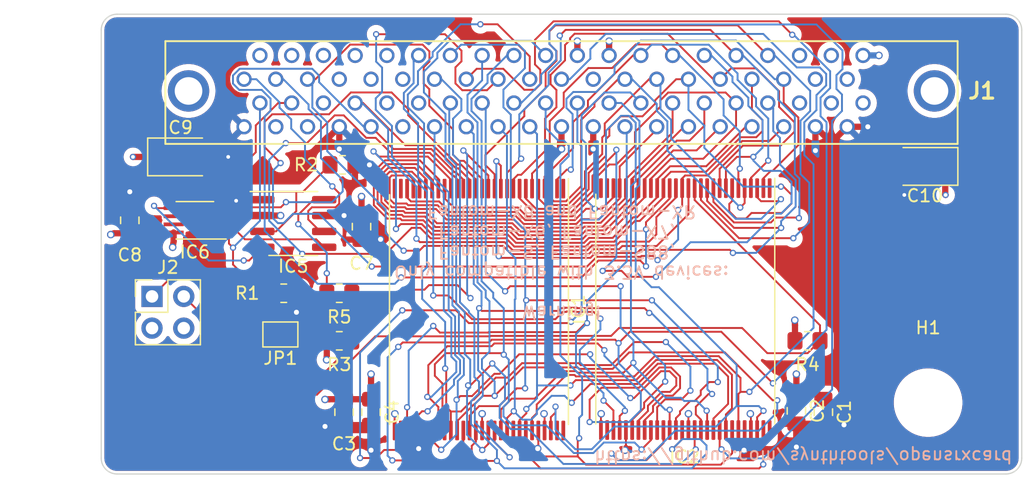
<source format=kicad_pcb>
(kicad_pcb (version 20240108) (generator "pcbnew") (generator_version "8.0")
  (layers (0 "F.Cu" signal) (1 "In1.Cu" signal) (2 "In2.Cu" signal) (31 "B.Cu" signal) (34 "B.Paste" user) (35 "F.Paste" user) (36 "B.SilkS" user "B.Silkscreen") (37 "F.SilkS" user "F.Silkscreen") (38 "B.Mask" user) (39 "F.Mask" user) (44 "Edge.Cuts" user))
  (net 0 "")
  (net 2 "GND")
  (net 5 "+3.3V")
  (net 6 "/IC1_IC2_A22")
  (net 7 "/IC1_IC2_A15")
  (net 8 "/IC1_IC2_A14")
  (net 9 "/IC1_IC2_A13")
  (net 10 "/IC1_IC2_A12")
  (net 11 "/IC1_IC2_A11")
  (net 12 "/IC1_IC2_A10")
  (net 13 "/IC1_IC2_A9")
  (net 14 "/IC1_IC2_A8")
  (net 15 "/IC1_IC2_A19")
  (net 16 "/IC1_IC2_A20")
  (net 17 "/IC1_WE#")
  (net 18 "/IC1_IC2_RST#")
  (net 19 "/IC1_IC2_A21")
  (net 20 "/IC1_IC2_WP#")
  (net 21 "/IC1_IC2_RY_BY#")
  (net 22 "/IC1_IC2_A18")
  (net 23 "/IC1_IC2_A17")
  (net 24 "/IC1_IC2_A7")
  (net 25 "/IC1_IC2_A6")
  (net 26 "/IC1_IC2_A5")
  (net 27 "/IC1_IC2_A4")
  (net 32 "/IC1_IC2_A3")
  (net 34 "/IC1_IC2_A2")
  (net 35 "/IC1_IC2_A1")
  (net 36 "/IC1_IC2_A0")
  (net 37 "/IC1_CE#")
  (net 38 "/IC1_IC2_OE#")
  (net 40 "/IC1_IC2_DQ0")
  (net 42 "/IC1_IC2_DQ8")
  (net 44 "/IC1_IC2_DQ1")
  (net 45 "/IC1_IC2_DQ9")
  (net 46 "/IC1_IC2_DQ2")
  (net 47 "/IC1_IC2_DQ10")
  (net 48 "/IC1_IC2_DQ3")
  (net 49 "/IC1_IC2_DQ11")
  (net 50 "/IC1_IC2_DQ4")
  (net 51 "/IC1_IC2_DQ12")
  (net 52 "/IC1_IC2_DQ5")
  (net 53 "/IC1_IC2_DQ13")
  (net 54 "/IC1_IC2_DQ6")
  (net 55 "/IC1_IC2_DQ14")
  (net 56 "/IC1_IC2_DQ7")
  (net 57 "/IC1_IC2_DQ15")
  (net 58 "/IC1_IC2_A16")
  (net 60 "/IC2_WE#")
  (net 64 "/IC2_CE#")
  (net 71 "/EEPROM_CS_BUF")
  (net 72 "/EEPROM_CLK_BUF")
  (net 73 "/EEPROM_DI_BUF")
  (net 74 "/EEPROM_DO")
  (net 75 "/EEPROM_ORG")
  (net 76 "/EEPROM_CS")
  (net 77 "/EEPROM_CLK")
  (net 78 "/EEPROM_DI")
  (net 87 "/EEPROM_ORG_PULLED")
  (footprint "Capacitor_SMD:C_0805_2012Metric_Pad1.18x1.45mm_HandSolder" (layer "F.Cu") (at 160.655 102.997 -90)
    (property "Reference" "C1")
    (property "Value" "100nF")
  )
  (footprint "Resistor_SMD:R_0805_2012Metric_Pad1.20x1.40mm_HandSolder" (layer "F.Cu") (at 121.92 97.282)
    (property "Reference" "R3")
    (property "Value" "10k")
  )
  (footprint "Capacitor_SMD:C_0805_2012Metric_Pad1.18x1.45mm_HandSolder" (layer "F.Cu") (at 158.496 102.8915 -90)
    (property "Reference" "C2")
    (property "Value" "10nF")
  )
  (footprint "Capacitor_SMD:C_0805_2012Metric_Pad1.18x1.45mm_HandSolder" (layer "F.Cu") (at 124.46 102.997 -90)
    (property "Reference" "C4")
    (property "Value" "10nF")
  )
  (footprint "srx-extras:JAE_TX24-80R-6ST-H1E" (layer "F.Cu") (at 139.7 73.279)
    (property "Reference" "J1")
    (property "Value" "TX24-80R-6ST-H1E" (hide yes))
  )
  (footprint "Capacitor_SMD:C_0805_2012Metric_Pad1.18x1.45mm_HandSolder" (layer "F.Cu") (at 105.156 87.63 90)
    (property "Reference" "C8")
    (property "Value" "100nF")
  )
  (footprint "Capacitor_SMD:C_0805_2012Metric_Pad1.18x1.45mm_HandSolder" (layer "F.Cu") (at 123.698 88.138 -90)
    (property "Reference" "C7")
    (property "Value" "100nF")
  )
  (footprint "Capacitor_SMD:C_0805_2012Metric_Pad1.18x1.45mm_HandSolder" (layer "F.Cu") (at 122.301 102.997 -90)
    (property "Reference" "C3")
    (property "Value" "100nF")
  )
  (footprint "Resistor_SMD:R_0805_2012Metric_Pad1.20x1.40mm_HandSolder" (layer "F.Cu") (at 121.92 93.472)
    (property "Reference" "R5")
    (property "Value" "10k")
  )
  (footprint "Package_SO:TSOP-I-56_18.4x14mm_P0.5mm" (layer "F.Cu") (at 149.606 94.742 -90)
    (property "Reference" "IC2")
    (property "Value" "MT28EW128ABA")
  )
  (footprint "MountingHole:MountingHole_5mm" (layer "F.Cu") (at 169.037 102.235)
    (property "Reference" "H1")
    (property "Value" "MountingHole")
  )
  (footprint "Package_SO:SSOP-8_2.95x2.8mm_P0.65mm" (layer "F.Cu") (at 110.363 87.63 180)
    (property "Reference" "IC6")
    (property "Value" "TC7W34FU / TC7WH34FU")
  )
  (footprint "Package_SO:TSOP-I-56_18.4x14mm_P0.5mm" (layer "F.Cu") (at 133.096 94.7775 -90)
    (property "Reference" "IC1")
    (property "Value" "MT28EW128ABA")
  )
  (footprint "Capacitor_Tantalum_SMD:CP_EIA-3528-21_Kemet-B_Pad1.50x2.35mm_HandSolder" (layer "F.Cu") (at 168.783 83.312 180)
    (property "Reference" "C10")
    (property "Value" "Tantalum J106 10uF")
  )
  (footprint "Resistor_SMD:R_0805_2012Metric_Pad1.20x1.40mm_HandSolder" (layer "F.Cu") (at 122.174 83.185)
    (property "Reference" "R2")
    (property "Value" "10k")
  )
  (footprint "Package_SO:SOIC-8_3.9x4.9mm_P1.27mm" (layer "F.Cu") (at 118.237 87.884)
    (property "Reference" "IC5")
    (property "Value" "93LV46CX-I/SN")
  )
  (footprint "Capacitor_Tantalum_SMD:CP_EIA-3528-21_Kemet-B_Pad1.50x2.35mm_HandSolder" (layer "F.Cu") (at 109.22 82.55)
    (property "Reference" "C9")
    (property "Value" "Tantalum J106 10uF")
  )
  (footprint "Resistor_SMD:R_0805_2012Metric_Pad1.20x1.40mm_HandSolder" (layer "F.Cu") (at 117.475 93.472)
    (property "Reference" "R1")
    (property "Value" "100k")
  )
  (footprint "Resistor_SMD:R_0805_2012Metric_Pad1.20x1.40mm_HandSolder" (layer "F.Cu") (at 159.385 97.282)
    (property "Reference" "R4")
    (property "Value" "10k")
  )
  (footprint "Connector_PinHeader_2.54mm:PinHeader_2x02_P2.54mm_Vertical" (layer "F.Cu") (at 106.934 93.726)
    (property "Reference" "J2")
    (property "Value" "Secondary Programming Connector")
  )
  (footprint "Jumper:SolderJumper-2_P1.3mm_Bridged_Pad1.0x1.5mm" (layer "F.Cu") (at 117.206 96.774 180)
    (property "Reference" "JP1")
    (property "Value" "ORG_CONF_JUMPER")
  )
  (gr_arc (start 175.26 71.12) (mid 176.158026 71.491974) (end 176.53 72.39) (stroke (width 0.1)) (layer "Edge.Cuts"))
  (gr_line (start 102.87 106.68) (end 102.87 72.39) (stroke (width 0.1)) (layer "Edge.Cuts"))
  (gr_arc (start 102.87 72.39) (mid 103.241974 71.491974) (end 104.14 71.12) (stroke (width 0.1)) (layer "Edge.Cuts"))
  (gr_line (start 176.53 72.39) (end 176.53 106.68) (stroke (width 0.1)) (layer "Edge.Cuts"))
  (gr_line (start 175.26 107.95) (end 104.14 107.95) (stroke (width 0.1)) (layer "Edge.Cuts"))
  (gr_arc (start 104.14 107.95) (mid 103.241974 107.578026) (end 102.87 106.68) (stroke (width 0.1)) (layer "Edge.Cuts"))
  (gr_line (start 104.14 71.12) (end 175.26 71.12) (stroke (width 0.1)) (layer "Edge.Cuts"))
  (gr_arc (start 176.53 106.68) (mid 176.158026 107.578026) (end 175.26 107.95) (stroke (width 0.1)) (layer "Edge.Cuts"))
  (gr_text "Warning!\n\nOnly compatible with 3.3V devices:\nFantom-S, Fantom-S88, \nFantom-X6, Fantom-X7, \nFantom-X8 and Fantom-XR" (at 139.7 86.36 180) (layer "B.SilkS") (effects (font (size 1 1)) (justify bottom mirror)))
  (gr_text "https://github.com/synthtools/opensrxcard" (at 142.24 105.9845 180) (layer "B.SilkS") (effects (font (size 1 1)) (justify left bottom mirror)))
  (segment (start 120.777 104.14) (end 121.052 104.034) (width 0.5) (layer "F.Cu") (net 2))
  (segment (start 142.24 80.137) (end 142.24 81.915) (width 0.5) (layer "F.Cu") (net 2))
  (segment (start 158.496 104.329) (end 158.496 105.791) (width 0.5) (layer "F.Cu") (net 2))
  (segment (start 122.5005 104.234) (end 122.301 104.0345) (width 0.5) (layer "F.Cu") (net 2))
  (segment (start 144.78 106.045) (end 144.856 105.588) (width 0.15) (layer "F.Cu") (net 2))
  (segment (start 158.496 104.329) (end 160.36 104.329) (width 0.5) (layer "F.Cu") (net 2))
  (segment (start 128.27 105.918) (end 128.346 105.588) (width 0.15) (layer "F.Cu") (net 2))
  (segment (start 137.846 105.613) (end 137.846 104.465) (width 0.15) (layer "F.Cu") (net 2))
  (segment (start 110.845 82.55) (end 113.03 82.55) (width 0.5) (layer "F.Cu") (net 2))
  (segment (start 160.36 104.329) (end 160.5075 104.1815) (width 0.5) (layer "F.Cu") (net 2))
  (segment (start 144.856 105.588) (end 144.856 104.43) (width 0.15) (layer "F.Cu") (net 2))
  (segment (start 167.158 83.312) (end 167.158 85.572) (width 0.5) (layer "F.Cu") (net 2))
  (segment (start 160.655 104.034) (end 162.284 104.034) (width 0.5) (layer "F.Cu") (net 2))
  (segment (start 160.02 80.137) (end 160.02 82.042) (width 0.5) (layer "F.Cu") (net 2))
  (segment (start 124.46 104.4345) (end 124.46 106.045) (width 0.5) (layer "F.Cu") (net 2))
  (segment (start 118.491 94.996) (end 118.475 94.631) (width 0.5) (layer "F.Cu") (net 2))
  (segment (start 139.7 80.137) (end 139.7 81.915) (width 0.5) (layer "F.Cu") (net 2))
  (segment (start 122.501 104.234) (end 122.701 104.434) (width 0.5) (layer "F.Cu") (net 2))
  (segment (start 124.946 89.1755) (end 123.698 89.1755) (width 0.5) (layer "F.Cu") (net 2))
  (segment (start 122.301 104.034) (end 122.501 104.234) (width 0.5) (layer "F.Cu") (net 2))
  (segment (start 128.346 105.588) (end 128.346 104.465) (width 0.15) (layer "F.Cu") (net 2))
  (segment (start 160.508 104.1815) (end 160.655 104.0345) (width 0.5) (layer "F.Cu") (net 2))
  (segment (start 167.158 85.572) (end 167.132 85.598) (width 0.5) (layer "F.Cu") (net 2))
  (segment (start 112.063 86.655) (end 112.654 86.064) (width 0.5) (layer "F.Cu") (net 2))
  (segment (start 160.5075 104.1815) (end 160.655 104.034) (width 0.5) (layer "F.Cu") (net 2))
  (segment (start 118.475 94.631) (end 118.475 93.472) (width 0.5) (layer "F.Cu") (net 2))
  (segment (start 160.5075 104.1815) (end 160.508 104.1815) (width 0.5) (layer "F.Cu") (net 2))
  (segment (start 154.356 105.613) (end 154.356 104.43) (width 0.15) (layer "F.Cu") (net 2))
  (segment (start 122.501 104.234) (end 122.5005 104.234) (width 0.5) (layer "F.Cu") (net 2))
  (segment (start 162.284 104.034) (end 162.306 104.013) (width 0.5) (layer "F.Cu") (net 2))
  (segment (start 122.701 104.434) (end 124.46 104.434) (width 0.5) (layer "F.Cu") (net 2))
  (segment (start 121.92 81.915) (end 121.92 80.137) (width 0.5) (layer "F.Cu") (net 2))
  (segment (start 105.156 86.5925) (end 105.156 85.344) (width 0.5) (layer "F.Cu") (net 2))
  (segment (start 154.305 106.045) (end 154.356 105.613) (width 0.15) (layer "F.Cu") (net 2))
  (segment (start 162.56 80.137) (end 164.211 80.137) (width 0.5) (layer "F.Cu") (net 2))
  (segment (start 123.174 83.185) (end 124.333 83.185) (width 0.5) (layer "F.Cu") (net 2))
  (segment (start 121.052 104.034) (end 122.301 104.034) (width 0.5) (layer "F.Cu") (net 2))
  (segment (start 120.712 87.249) (end 122.301 87.249) (width 0.5) (layer "F.Cu") (net 2))
  (segment (start 125.222 89.154) (end 124.946 89.1755) (width 0.5) (layer "F.Cu") (net 2))
  (segment (start 124.46 104.434) (end 124.46 104.4345) (width 0.5) (layer "F.Cu") (net 2))
  (segment (start 137.795 105.918) (end 137.846 105.613) (width 0.15) (layer "F.Cu") (net 2))
  (segment (start 112.654 86.064) (end 113.665 86.064) (width 0.5) (layer "F.Cu") (net 2))
  (via (at 154.305 106.045) (size 0.6) (drill 0.4) (layers "F.Cu" "B.Cu") (net 2))
  (via (at 164.211 80.137) (size 0.6) (drill 0.4) (layers "F.Cu" "B.Cu") (net 2))
  (via (at 142.24 81.915) (size 0.6) (drill 0.4) (layers "F.Cu" "B.Cu") (net 2))
  (via (at 128.27 105.918) (size 0.6) (drill 0.4) (layers "F.Cu" "B.Cu") (net 2))
  (via (at 137.795 105.918) (size 0.6) (drill 0.4) (layers "F.Cu" "B.Cu") (net 2))
  (via (at 162.306 104.013) (size 0.6) (drill 0.4) (layers "F.Cu" "B.Cu") (net 2))
  (via (at 167.132 85.598) (size 0.5) (drill 0.3) (layers "F.Cu" "B.Cu") (net 2))
  (via (at 125.222 89.154) (size 0.6) (drill 0.4) (layers "F.Cu" "B.Cu") (net 2))
  (via (at 113.665 86.064) (size 0.5) (drill 0.3) (layers "F.Cu" "B.Cu") (net 2))
  (via (at 118.491 94.996) (size 0.6) (drill 0.4) (layers "F.Cu" "B.Cu") (net 2))
  (via (at 124.46 106.045) (size 0.6) (drill 0.4) (layers "F.Cu" "B.Cu") (net 2))
  (via (at 120.777 104.14) (size 0.6) (drill 0.4) (layers "F.Cu" "B.Cu") (net 2))
  (via (at 139.7 81.915) (size 0.6) (drill 0.4) (layers "F.Cu" "B.Cu") (net 2))
  (via (at 144.78 106.045) (size 0.6) (drill 0.4) (layers "F.Cu" "B.Cu") (net 2))
  (via (at 124.333 83.185) (size 0.6) (drill 0.4) (layers "F.Cu" "B.Cu") (net 2))
  (via (at 122.301 87.249) (size 0.6) (drill 0.4) (layers "F.Cu" "B.Cu") (net 2))
  (via (at 113.03 82.55) (size 0.5) (drill 0.3) (layers "F.Cu" "B.Cu") (net 2))
  (via (at 105.156 85.344) (size 0.6) (drill 0.4) (layers "F.Cu" "B.Cu") (net 2))
  (via (at 160.02 82.042) (size 0.6) (drill 0.4) (layers "F.Cu" "B.Cu") (net 2))
  (via (at 121.92 81.915) (size 0.6) (drill 0.4) (layers "F.Cu" "B.Cu") (net 2))
  (via (at 158.496 105.791) (size 0.6) (drill 0.4) (layers "F.Cu" "B.Cu") (net 2))
  (segment (start 107.595 82.55) (end 105.41 82.55) (width 0.5) (layer "F.Cu") (net 5))
  (segment (start 170.408 85.572) (end 170.434 85.598) (width 0.5) (layer "F.Cu") (net 5))
  (segment (start 142.856 104.43) (end 142.856 104.4295) (width 0.15) (layer "F.Cu") (net 5))
  (segment (start 108.663 89.33) (end 108.663 88.605) (width 0.5) (layer "F.Cu") (net 5))
  (segment (start 124.46 101.56) (end 124.46 101.5595) (width 0.5) (layer "F.Cu") (net 5))
  (segment (start 158.369 95.631) (end 158.385 96.028) (width 0.5) (layer "F.Cu") (net 5))
  (segment (start 154.856 104.43) (end 154.856 104.4295) (width 0.15) (layer "F.Cu") (net 5))
  (segment (start 103.908 88.6675) (end 105.156 88.6675) (width 0.5) (layer "F.Cu") (net 5))
  (segment (start 126.346 103.143) (end 126.365 103.124) (width 0.15) (layer "F.Cu") (net 5))
  (segment (start 149.856 103.128) (end 149.86 103.124) (width 0.15) (layer "F.Cu") (net 5))
  (segment (start 158.496 101.454) (end 160.15 101.454) (width 0.5) (layer "F.Cu") (net 5))
  (segment (start 140.97 74.422) (end 140.97 73.279) (width 0.5) (layer "F.Cu") (net 5))
  (segment (start 149.856 104.4295) (end 149.856 103.128) (width 0.15) (layer "F.Cu") (net 5))
  (segment (start 121.136 101.96) (end 122.3015 101.96) (width 0.5) (layer "F.Cu") (net 5))
  (segment (start 138.346 103.167) (end 138.303 103.124) (width 0.15) (layer "F.Cu") (net 5))
  (segment (start 120.92 98.536) (end 120.92 97.282) (width 0.5) (layer "F.Cu") (net 5))
  (segment (start 154.856 104.4295) (end 154.856 103.167) (width 0.15) (layer "F.Cu") (net 5))
  (segment (start 124.46 99.949) (end 124.46 101.5595) (width 0.5) (layer "F.Cu") (net 5))
  (segment (start 160.4025 101.707) (end 160.655 101.9595) (width 0.5) (layer "F.Cu") (net 5))
  (segment (start 122.3015 101.96) (end 124.06 101.96) (width 0.5) (layer "F.Cu") (net 5))
  (segment (start 120.777 101.981) (end 121.136 101.96) (width 0.5) (layer "F.Cu") (net 5))
  (segment (start 103.632 88.773) (end 103.908 88.6675) (width 0.5) (layer "F.Cu") (net 5))
  (segment (start 142.856 103.143) (end 142.875 103.124) (width 0.15) (layer "F.Cu") (net 5))
  (segment (start 120.904 98.806) (end 120.92 98.536) (width 0.5) (layer "F.Cu") (net 5))
  (segment (start 115.762 87.249) (end 117.221 87.249) (width 0.5) (layer "F.Cu") (net 5))
  (segment (start 126.346 104.465) (end 126.346 103.143) (width 0.15) (layer "F.Cu") (net 5))
  (segment (start 122.3015 101.96) (end 122.301 101.9595) (width 0.5) (layer "F.Cu") (net 5))
  (segment (start 158.385 96.028) (end 158.385 97.282) (width 0.5) (layer "F.Cu") (net 5))
  (segment (start 123.698 87.1005) (end 123.698 85.725) (width 0.5) (layer "F.Cu") (net 5))
  (segment (start 108.585 89.789) (end 108.663 89.33) (width 0.5) (layer "F.Cu") (net 5))
  (segment (start 170.408 83.312) (end 170.408 85.572) (width 0.5) (layer "F.Cu") (net 5))
  (segment (start 160.4025 101.707) (end 160.655 101.96) (width 0.5) (layer "F.Cu") (net 5))
  (segment (start 160.15 101.454) (end 160.4025 101.707) (width 0.5) (layer "F.Cu") (net 5))
  (segment (start 143.51 74.422) (end 143.51 73.279) (width 0.5) (layer "F.Cu") (net 5))
  (segment (start 133.346 103.128) (end 133.35 103.124) (width 0.15) (layer "F.Cu") (net 5))
  (segment (start 149.856 104.43) (end 149.856 104.4295) (width 0.15) (layer "F.Cu") (net 5))
  (segment (start 158.496 101.454) (end 158.496 99.949) (width 0.5) (layer "F.Cu") (net 5))
  (segment (start 142.856 104.4295) (end 142.856 103.143) (width 0.15) (layer "F.Cu") (net 5))
  (segment (start 154.856 103.167) (end 154.813 103.124) (width 0.15) (layer "F.Cu") (net 5))
  (segment (start 124.06 101.96) (end 124.46 101.56) (width 0.5) (layer "F.Cu") (net 5))
  (segment (start 133.346 104.465) (end 133.346 103.128) (width 0.15) (layer "F.Cu") (net 5))
  (segment (start 138.346 104.465) (end 138.346 103.167) (width 0.15) (layer "F.Cu") (net 5))
  (via (at 123.698 85.725) (size 0.6) (drill 0.4) (layers "F.Cu" "B.Cu") (net 5))
  (via (at 149.86 103.124) (size 0.6) (drill 0.4) (layers "F.Cu" "B.Cu") (net 5))
  (via (at 103.632 88.773) (size 0.6) (drill 0.4) (layers "F.Cu" "B.Cu") (net 5))
  (via (at 158.369 95.631) (size 0.6) (drill 0.4) (layers "F.Cu" "B.Cu") (net 5))
  (via (at 143.51 73.279) (size 0.6) (drill 0.4) (layers "F.Cu" "B.Cu") (net 5))
  (via (at 120.904 98.806) (size 0.6) (drill 0.4) (layers "F.Cu" "B.Cu") (net 5))
  (via (at 158.496 99.949) (size 0.6) (drill 0.4) (layers "F.Cu" "B.Cu") (net 5))
  (via (at 124.46 99.949) (size 0.6) (drill 0.4) (layers "F.Cu" "B.Cu") (net 5))
  (via (at 138.303 103.124) (size 0.6) (drill 0.4) (layers "F.Cu" "B.Cu") (net 5))
  (via (at 105.41 82.55) (size 0.5) (drill 0.3) (layers "F.Cu" "B.Cu") (net 5))
  (via (at 133.35 103.124) (size 0.6) (drill 0.4) (layers "F.Cu" "B.Cu") (net 5))
  (via (at 120.777 101.981) (size 0.6) (drill 0.4) (layers "F.Cu" "B.Cu") (net 5))
  (via (at 140.97 73.279) (size 0.6) (drill 0.4) (layers "F.Cu" "B.Cu") (net 5))
  (via (at 108.585 89.789) (size 0.6) (drill 0.4) (layers "F.Cu" "B.Cu") (net 5))
  (via (at 142.875 103.124) (size 0.6) (drill 0.4) (layers "F.Cu" "B.Cu") (net 5))
  (via (at 165.1 74.422) (size 0.6) (drill 0.4) (layers "F.Cu" "B.Cu") (net 5))
  (via (at 154.813 103.124) (size 0.6) (drill 0.4) (layers "F.Cu" "B.Cu") (net 5))
  (via (at 126.365 103.124) (size 0.6) (drill 0.4) (layers "F.Cu" "B.Cu") (net 5))
  (via (at 117.221 87.249) (size 0.6) (drill 0.4) (layers "F.Cu" "B.Cu") (net 5))
  (via (at 170.434 85.598) (size 0.5) (drill 0.3) (layers "F.Cu" "B.Cu") (net 5))
  (segment (start 165.1 74.422) (end 163.83 74.422) (width 0.5) (layer "B.Cu") (net 5))
  (segment (start 158.6507 81.61) (end 156.5853 83.6754) (width 0.15) (layer "F.Cu") (net 6))
  (segment (start 139.346 84.3477) (end 140.1237 83.57) (width 0.15) (layer "F.Cu") (net 6))
  (segment (start 139.346 85.09) (end 139.346 84.3477) (width 0.15) (layer "F.Cu") (net 6))
  (segment (start 158.6507 79.3931) (end 158.6507 81.61) (width 0.15) (layer "F.Cu") (net 6))
  (segment (start 140.1237 83.57) (end 140.4435 83.57) (width 0.15) (layer "F.Cu") (net 6))
  (segment (start 155.856 84.2636) (end 155.856 85.0545) (width 0.15) (layer "F.Cu") (net 6))
  (segment (start 157.48 78.2224) (end 158.6507 79.3931) (width 0.15) (layer "F.Cu") (net 6))
  (segment (start 157.48 76.327) (end 157.48 78.2224) (width 0.15) (layer "F.Cu") (net 6))
  (segment (start 156.5853 83.6754) (end 156.4442 83.6754) (width 0.15) (layer "F.Cu") (net 6))
  (segment (start 156.4442 83.6754) (end 155.856 84.2636) (width 0.15) (layer "F.Cu") (net 6))
  (via (at 140.4435 83.57) (size 0.5) (drill 0.3) (layers "F.Cu" "B.Cu") (net 6))
  (segment (start 143.945 75.3315) (end 146.0485 73.228) (width 0.15) (layer "B.Cu") (net 6))
  (segment (start 143.945 75.8773) (end 143.945 75.3315) (width 0.15) (layer "B.Cu") (net 6))
  (segment (start 142.4726 77.3497) (end 143.945 75.8773) (width 0.15) (layer "B.Cu") (net 6))
  (segment (start 156.76 76.327) (end 157.48 76.327) (width 0.15) (layer "B.Cu") (net 6))
  (segment (start 140.6413 77.3497) (end 142.4726 77.3497) (width 0.15) (layer "B.Cu") (net 6))
  (segment (start 140.5888 79.1208) (end 140.0944 78.6264) (width 0.15) (layer "B.Cu") (net 6))
  (segment (start 153.661 73.228) (end 156.76 76.327) (width 0.15) (layer "B.Cu") (net 6))
  (segment (start 140.0944 77.8966) (end 140.6413 77.3497) (width 0.15) (layer "B.Cu") (net 6))
  (segment (start 140.4435 83.57) (end 140.5888 83.4247) (width 0.15) (layer "B.Cu") (net 6))
  (segment (start 140.5888 83.4247) (end 140.5888 79.1208) (width 0.15) (layer "B.Cu") (net 6))
  (segment (start 140.0944 78.6264) (end 140.0944 77.8966) (width 0.15) (layer "B.Cu") (net 6))
  (segment (start 146.0485 73.228) (end 153.661 73.228) (width 0.15) (layer "B.Cu") (net 6))
  (segment (start 155.356 85.7836) (end 155.6725 86.1001) (width 0.15) (layer "F.Cu") (net 7))
  (segment (start 144.2278 76.327) (end 142.3397 78.2151) (width 0.15) (layer "F.Cu") (net 7))
  (segment (start 142.3397 78.5193) (end 141.2705 79.5885) (width 0.15) (layer "F.Cu") (net 7))
  (segment (start 155.356 85.0545) (end 155.356 85.7836) (width 0.15) (layer "F.Cu") (net 7))
  (segment (start 155.6725 86.1001) (end 157.0961 86.1001) (width 0.15) (layer "F.Cu") (net 7))
  (segment (start 142.3397 78.2151) (end 142.3397 78.5193) (width 0.15) (layer "F.Cu") (net 7))
  (segment (start 139.0942 86.1098) (end 138.846 85.8616) (width 0.15) (layer "F.Cu") (net 7))
  (segment (start 144.78 76.327) (end 144.2278 76.327) (width 0.15) (layer "F.Cu") (net 7))
  (segment (start 141.2705 84.8946) (end 140.0553 86.1098) (width 0.15) (layer "F.Cu") (net 7))
  (segment (start 138.846 85.8616) (end 138.846 85.09) (width 0.15) (layer "F.Cu") (net 7))
  (segment (start 141.2705 79.5885) (end 141.2705 84.8946) (width 0.15) (layer "F.Cu") (net 7))
  (segment (start 157.0961 86.1001) (end 157.2585 85.9377) (width 0.15) (layer "F.Cu") (net 7))
  (segment (start 140.0553 86.1098) (end 139.0942 86.1098) (width 0.15) (layer "F.Cu") (net 7))
  (via (at 157.2585 85.9377) (size 0.5) (drill 0.3) (layers "F.Cu" "B.Cu") (net 7))
  (segment (start 147.32 78.8543) (end 148.1721 79.7064) (width 0.15) (layer "B.Cu") (net 7))
  (segment (start 144.78 76.327) (end 145.3478 76.327) (width 0.15) (layer "B.Cu") (net 7))
  (segment (start 155.6871 87.5091) (end 157.2585 85.9377) (width 0.15) (layer "B.Cu") (net 7))
  (segment (start 147.32 78.2992) (end 147.32 78.8543) (width 0.15) (layer "B.Cu") (net 7))
  (segment (start 145.3478 76.327) (end 147.32 78.2992) (width 0.15) (layer "B.Cu") (net 7))
  (segment (start 153.6377 87.5091) (end 155.6871 87.5091) (width 0.15) (layer "B.Cu") (net 7))
  (segment (start 148.1721 79.7064) (end 148.1721 82.0435) (width 0.15) (layer "B.Cu") (net 7))
  (segment (start 148.1721 82.0435) (end 153.6377 87.5091) (width 0.15) (layer "B.Cu") (net 7))
  (segment (start 140.6233 81.8548) (end 140.6233 79.7617) (width 0.15) (layer "F.Cu") (net 8))
  (segment (start 138.346 85.09) (end 138.346 84.1321) (width 0.15) (layer "F.Cu") (net 8))
  (segment (start 138.346 84.1321) (end 140.6233 81.8548) (width 0.15) (layer "F.Cu") (net 8))
  (segment (start 145.4253 74.422) (end 146.05 74.422) (width 0.15) (layer "F.Cu") (net 8))
  (segment (start 154.856 85.0545) (end 154.856 84.232) (width 0.15) (layer "F.Cu") (net 8))
  (segment (start 140.6233 79.7617) (end 141.8158 78.5692) (width 0.15) (layer "F.Cu") (net 8))
  (segment (start 141.8158 78.0315) (end 145.4253 74.422) (width 0.15) (layer "F.Cu") (net 8))
  (segment (start 154.856 84.232) (end 156.2459 82.8421) (width 0.15) (layer "F.Cu") (net 8))
  (segment (start 141.8158 78.5692) (end 141.8158 78.0315) (width 0.15) (layer "F.Cu") (net 8))
  (via (at 156.2459 82.8421) (size 0.5) (drill 0.3) (layers "F.Cu" "B.Cu") (net 8))
  (segment (start 151.4838 73.5619) (end 153.79 75.8681) (width 0.15) (layer "B.Cu") (net 8))
  (segment (start 155.2695 78.5005) (end 156.2459 79.4769) (width 0.15) (layer "B.Cu") (net 8))
  (segment (start 153.79 75.8681) (end 153.79 76.3764) (width 0.15) (layer "B.Cu") (net 8))
  (segment (start 155.2695 77.8559) (end 155.2695 78.5005) (width 0.15) (layer "B.Cu") (net 8))
  (segment (start 156.2459 79.4769) (end 156.2459 82.8421) (width 0.15) (layer "B.Cu") (net 8))
  (segment (start 146.05 74.422) (end 146.9101 73.5619) (width 0.15) (layer "B.Cu") (net 8))
  (segment (start 153.79 76.3764) (end 155.2695 77.8559) (width 0.15) (layer "B.Cu") (net 8))
  (segment (start 146.9101 73.5619) (end 151.4838 73.5619) (width 0.15) (layer "B.Cu") (net 8))
  (segment (start 147.32 76.327) (end 146.707 76.327) (width 0.15) (layer "F.Cu") (net 9))
  (segment (start 143.1597 79.8743) (end 143.1597 80.7959) (width 0.15) (layer "F.Cu") (net 9))
  (segment (start 137.846 85.8616) (end 137.846 85.09) (width 0.15) (layer "F.Cu") (net 9))
  (segment (start 154.356 85.0545) (end 154.356 86.2534) (width 0.15) (layer "F.Cu") (net 9))
  (segment (start 138.3961 86.4117) (end 137.846 85.8616) (width 0.15) (layer "F.Cu") (net 9))
  (segment (start 141.5724 83.71) (end 141.5724 85.0197) (width 0.15) (layer "F.Cu") (net 9))
  (segment (start 141.5724 85.0197) (end 140.1804 86.4117) (width 0.15) (layer "F.Cu") (net 9))
  (segment (start 146.707 76.327) (end 143.1597 79.8743) (width 0.15) (layer "F.Cu") (net 9))
  (segment (start 143.1597 80.7959) (end 142.9606 80.995) (width 0.15) (layer "F.Cu") (net 9))
  (segment (start 154.356 86.2534) (end 154.004 86.6054) (width 0.15) (layer "F.Cu") (net 9))
  (segment (start 140.1804 86.4117) (end 138.3961 86.4117) (width 0.15) (layer "F.Cu") (net 9))
  (segment (start 142.9606 80.995) (end 142.9606 82.3218) (width 0.15) (layer "F.Cu") (net 9))
  (segment (start 142.9606 82.3218) (end 141.5724 83.71) (width 0.15) (layer "F.Cu") (net 9))
  (via (at 154.004 86.6054) (size 0.5) (drill 0.3) (layers "F.Cu" "B.Cu") (net 9))
  (segment (start 147.6219 76.6289) (end 147.6219 78.7292) (width 0.15) (layer "B.Cu") (net 9))
  (segment (start 147.32 76.327) (end 147.6219 76.6289) (width 0.15) (layer "B.Cu") (net 9))
  (segment (start 147.6219 78.7292) (end 148.474 79.5813) (width 0.15) (layer "B.Cu") (net 9))
  (segment (start 148.474 81.0754) (end 154.004 86.6054) (width 0.15) (layer "B.Cu") (net 9))
  (segment (start 148.474 79.5813) (end 148.474 81.0754) (width 0.15) (layer "B.Cu") (net 9))
  (segment (start 138.7589 82.4685) (end 138.7589 79.6872) (width 0.15) (layer "F.Cu") (net 10))
  (segment (start 139.8776 77.4036) (end 141.8506 75.4306) (width 0.15) (layer "F.Cu") (net 10))
  (segment (start 143.7573 75.4306) (end 145.6426 73.5453) (width 0.15) (layer "F.Cu") (net 10))
  (segment (start 153.856 85.0545) (end 153.856 83.6019) (width 0.15) (layer "F.Cu") (net 10))
  (segment (start 137.346 83.8814) (end 138.7589 82.4685) (width 0.15) (layer "F.Cu") (net 10))
  (segment (start 139.8776 78.5685) (end 139.8776 77.4036) (width 0.15) (layer "F.Cu") (net 10))
  (segment (start 153.856 83.6019) (end 153.9673 83.4906) (width 0.15) (layer "F.Cu") (net 10))
  (segment (start 141.8506 75.4306) (end 143.7573 75.4306) (width 0.15) (layer "F.Cu") (net 10))
  (segment (start 138.7589 79.6872) (end 139.8776 78.5685) (width 0.15) (layer "F.Cu") (net 10))
  (segment (start 145.6426 73.5453) (end 147.7133 73.5453) (width 0.15) (layer "F.Cu") (net 10))
  (segment (start 137.346 85.09) (end 137.346 83.8814) (width 0.15) (layer "F.Cu") (net 10))
  (segment (start 147.7133 73.5453) (end 148.59 74.422) (width 0.15) (layer "F.Cu") (net 10))
  (via (at 153.9673 83.4906) (size 0.5) (drill 0.3) (layers "F.Cu" "B.Cu") (net 10))
  (segment (start 152.673 79.227) (end 152.673 77.9467) (width 0.15) (layer "B.Cu") (net 10))
  (segment (start 153.9673 80.5213) (end 152.673 79.227) (width 0.15) (layer "B.Cu") (net 10))
  (segment (start 153.9673 83.4906) (end 153.9673 80.5213) (width 0.15) (layer "B.Cu") (net 10))
  (segment (start 152.673 77.9467) (end 149.1483 74.422) (width 0.15) (layer "B.Cu") (net 10))
  (segment (start 149.1483 74.422) (end 148.59 74.422) (width 0.15) (layer "B.Cu") (net 10))
  (segment (start 158.1104 86.2769) (end 158.1104 85.5819) (width 0.15) (layer "F.Cu") (net 11))
  (segment (start 154.4669 87.4826) (end 154.9073 87.0422) (width 0.15) (layer "F.Cu") (net 11))
  (segment (start 140.3076 86.7136) (end 137.6696 86.7136) (width 0.15) (layer "F.Cu") (net 11))
  (segment (start 153.1268 86.9126) (end 153.6968 87.4826) (width 0.15) (layer "F.Cu") (net 11))
  (segment (start 158.1104 85.5819) (end 157.4599 84.9314) (width 0.15) (layer "F.Cu") (net 11))
  (segment (start 154.9073 87.0422) (end 157.3451 87.0422) (width 0.15) (layer "F.Cu") (net 11))
  (segment (start 146.1822 79.3005) (end 144.4336 79.3005) (width 0.15) (layer "F.Cu") (net 11))
  (segment (start 153.1268 86.3132) (end 153.1268 86.9126) (width 0.15) (layer "F.Cu") (net 11))
  (segment (start 141.8743 85.1469) (end 140.3076 86.7136) (width 0.15) (layer "F.Cu") (net 11))
  (segment (start 149.86 76.327) (end 148.8774 76.327) (width 0.15) (layer "F.Cu") (net 11))
  (segment (start 148.8774 76.327) (end 147.1962 78.0082) (width 0.15) (layer "F.Cu") (net 11))
  (segment (start 157.3451 87.0422) (end 158.1104 86.2769) (width 0.15) (layer "F.Cu") (net 11))
  (segment (start 143.2625 82.4469) (end 141.8743 83.8351) (width 0.15) (layer "F.Cu") (net 11))
  (segment (start 137.6696 86.7136) (end 136.846 85.89) (width 0.15) (layer "F.Cu") (net 11))
  (segment (start 147.1962 78.0082) (end 147.1962 78.2865) (width 0.15) (layer "F.Cu") (net 11))
  (segment (start 143.5316 80.2025) (end 143.5316 80.851) (width 0.15) (layer "F.Cu") (net 11))
  (segment (start 141.8743 83.8351) (end 141.8743 85.1469) (width 0.15) (layer "F.Cu") (net 11))
  (segment (start 147.1962 78.2865) (end 146.1822 79.3005) (width 0.15) (layer "F.Cu") (net 11))
  (segment (start 143.2625 81.1201) (end 143.2625 82.4469) (width 0.15) (layer "F.Cu") (net 11))
  (segment (start 136.846 85.89) (end 136.846 85.09) (width 0.15) (layer "F.Cu") (net 11))
  (segment (start 157.4599 84.9314) (end 157.2608 84.9314) (width 0.15) (layer "F.Cu") (net 11))
  (segment (start 153.6968 87.4826) (end 154.4669 87.4826) (width 0.15) (layer "F.Cu") (net 11))
  (segment (start 143.5316 80.851) (end 143.2625 81.1201) (width 0.15) (layer "F.Cu") (net 11))
  (segment (start 144.4336 79.3005) (end 143.5316 80.2025) (width 0.15) (layer "F.Cu") (net 11))
  (segment (start 153.356 86.084) (end 153.1268 86.3132) (width 0.15) (layer "F.Cu") (net 11))
  (segment (start 153.356 85.0545) (end 153.356 86.084) (width 0.15) (layer "F.Cu") (net 11))
  (via (at 157.2608 84.9314) (size 0.5) (drill 0.3) (layers "F.Cu" "B.Cu") (net 11))
  (segment (start 149.86 76.327) (end 149.86 78.7779) (width 0.15) (layer "B.Cu") (net 11))
  (segment (start 151.1301 81.8227) (end 154.2387 84.9313) (width 0.15) (layer "B.Cu") (net 11))
  (segment (start 157.2608 84.9313) (end 157.2608 84.9314) (width 0.15) (layer "B.Cu") (net 11))
  (segment (start 154.2387 84.9313) (end 157.2608 84.9313) (width 0.15) (layer "B.Cu") (net 11))
  (segment (start 151.1301 80.048) (end 151.1301 81.8227) (width 0.15) (layer "B.Cu") (net 11))
  (segment (start 149.86 78.7779) (end 151.1301 80.048) (width 0.15) (layer "B.Cu") (net 11))
  (segment (start 136.346 85.8724) (end 136.346 85.09) (width 0.15) (layer "F.Cu") (net 12))
  (segment (start 144.091 82.1534) (end 142.1762 84.0682) (width 0.15) (layer "F.Cu") (net 12))
  (segment (start 153.7426 82.5459) (end 155.0506 82.5459) (width 0.15) (layer "F.Cu") (net 12))
  (segment (start 144.9853 92.1548) (end 144.5089 91.6784) (width 0.15) (layer "F.Cu") (net 12))
  (segment (start 147.259 92.1548) (end 144.9853 92.1548) (width 0.15) (layer "F.Cu") (net 12))
  (segment (start 142.1762 84.0682) (end 142.1762 85.2942) (width 0.15) (layer "F.Cu") (net 12))
  (segment (start 152.856 83.4325) (end 153.7426 82.5459) (width 0.15) (layer "F.Cu") (net 12))
  (segment (start 137.4891 87.0155) (end 136.346 85.8724) (width 0.15) (layer "F.Cu") (net 12))
  (segment (start 152.856 85.0545) (end 152.856 83.4325) (width 0.15) (layer "F.Cu") (net 12))
  (segment (start 142.1762 85.2942) (end 140.4549 87.0155) (width 0.15) (layer "F.Cu") (net 12))
  (segment (start 140.4549 87.0155) (end 137.4891 87.0155) (width 0.15) (layer "F.Cu") (net 12))
  (segment (start 144.5089 91.6784) (end 142.9929 91.6784) (width 0.15) (layer "F.Cu") (net 12))
  (segment (start 144.091 81.979) (end 144.091 82.1534) (width 0.15) (layer "F.Cu") (net 12))
  (via (at 147.259 92.1548) (size 0.5) (drill 0.3) (layers "F.Cu" "B.Cu") (net 12))
  (via (at 144.091 81.979) (size 0.5) (drill 0.3) (layers "F.Cu" "B.Cu") (net 12))
  (via (at 142.9929 91.6784) (size 0.5) (drill 0.3) (layers "F.Cu" "B.Cu") (net 12))
  (via (at 155.0506 82.5459) (size 0.5) (drill 0.3) (layers "F.Cu" "B.Cu") (net 12))
  (segment (start 155.8786 83.669) (end 157.2219 83.669) (width 0.15) (layer "B.Cu") (net 12))
  (segment (start 154.651 78.4589) (end 155.7914 79.5993) (width 0.15) (layer "B.Cu") (net 12))
  (segment (start 158.1103 84.5574) (end 158.1103 86.2604) (width 0.15) (layer "B.Cu") (net 12))
  (segment (start 156.8268 87.0952) (end 154.5348 89.3872) (width 0.15) (layer "B.Cu") (net 12))
  (segment (start 155.7914 81.8051) (end 155.0506 82.5459) (width 0.15) (layer "B.Cu") (net 12))
  (segment (start 157.2755 87.0952) (end 156.8268 87.0952) (width 0.15) (layer "B.Cu") (net 12))
  (segment (start 144.091 81.979) (end 144.091 90.5803) (width 0.15) (layer "B.Cu") (net 12))
  (segment (start 155.0506 82.841) (end 155.8786 83.669) (width 0.15) (layer "B.Cu") (net 12))
  (segment (start 151.6856 74.422) (end 153.3818 76.1182) (width 0.15) (layer "B.Cu") (net 12))
  (segment (start 153.3818 76.5451) (end 154.651 77.8143) (width 0.15) (layer "B.Cu") (net 12))
  (segment (start 151.13 74.422) (end 151.6856 74.422) (width 0.15) (layer "B.Cu") (net 12))
  (segment (start 150.0266 89.3872) (end 147.259 92.1548) (width 0.15) (layer "B.Cu") (net 12))
  (segment (start 154.5348 89.3872) (end 150.0266 89.3872) (width 0.15) (layer "B.Cu") (net 12))
  (segment (start 155.7914 79.5993) (end 155.7914 81.8051) (width 0.15) (layer "B.Cu") (net 12))
  (segment (start 158.1103 86.2604) (end 157.2755 87.0952) (width 0.15) (layer "B.Cu") (net 12))
  (segment (start 154.651 77.8143) (end 154.651 78.4589) (width 0.15) (layer "B.Cu") (net 12))
  (segment (start 153.3818 76.1182) (end 153.3818 76.5451) (width 0.15) (layer "B.Cu") (net 12))
  (segment (start 144.091 90.5803) (end 142.9929 91.6784) (width 0.15) (layer "B.Cu") (net 12))
  (segment (start 155.0506 82.5459) (end 155.0506 82.841) (width 0.15) (layer "B.Cu") (net 12))
  (segment (start 157.2219 83.669) (end 158.1103 84.5574) (width 0.15) (layer "B.Cu") (net 12))
  (segment (start 152.4 76.327) (end 153.2652 75.4618) (width 0.15) (layer "F.Cu") (net 13))
  (segment (start 138.8276 76.7246) (end 138.8276 75.9735) (width 0.15) (layer "F.Cu") (net 13))
  (segment (start 157.1124 78.5492) (end 158.3488 79.7856) (width 0.15) (layer "F.Cu") (net 13))
  (segment (start 157.1124 77.2845) (end 157.1124 78.5492) (width 0.15) (layer "F.Cu") (net 13))
  (segment (start 139.9849 73.5856) (end 140.39 73.1805) (width 0.15) (layer "F.Cu") (net 13))
  (segment (start 139.9849 74.8162) (end 139.9849 73.5856) (width 0.15) (layer "F.Cu") (net 13))
  (segment (start 155.2897 75.4618) (end 157.1124 77.2845) (width 0.15) (layer "F.Cu") (net 13))
  (segment (start 138.382 82.0751) (end 138.382 79.4871) (width 0.15) (layer "F.Cu") (net 13))
  (segment (start 158.3488 80.5225) (end 157.223 81.6483) (width 0.15) (layer "F.Cu") (net 13))
  (segment (start 153.2652 75.4618) (end 155.2897 75.4618) (width 0.15) (layer "F.Cu") (net 13))
  (segment (start 154.2132 81.6483) (end 152.356 83.5055) (width 0.15) (layer "F.Cu") (net 13))
  (segment (start 138.8276 75.9735) (end 139.9849 74.8162) (width 0.15) (layer "F.Cu") (net 13))
  (segment (start 136.209 83.9812) (end 136.4759 83.9812) (width 0.15) (layer "F.Cu") (net 13))
  (segment (start 140.39 73.0409) (end 140.7474 72.6835) (width 0.15) (layer "F.Cu") (net 13))
  (segment (start 136.4759 83.9812) (end 138.382 82.0751) (width 0.15) (layer "F.Cu") (net 13))
  (segment (start 140.39 73.1805) (end 140.39 73.0409) (width 0.15) (layer "F.Cu") (net 13))
  (segment (start 135.846 84.3442) (end 136.209 83.9812) (width 0.15) (layer "F.Cu") (net 13))
  (segment (start 148.2023 72.6835) (end 151.8458 76.327) (width 0.15) (layer "F.Cu") (net 13))
  (segment (start 151.8458 76.327) (end 152.4 76.327) (width 0.15) (layer "F.Cu") (net 13))
  (segment (start 158.3488 79.7856) (end 158.3488 80.5225) (width 0.15) (layer "F.Cu") (net 13))
  (segment (start 157.223 81.6483) (end 154.2132 81.6483) (width 0.15) (layer "F.Cu") (net 13))
  (segment (start 139.295 77.192) (end 138.8276 76.7246) (width 0.15) (layer "F.Cu") (net 13))
  (segment (start 139.295 78.5741) (end 139.295 77.192) (width 0.15) (layer "F.Cu") (net 13))
  (segment (start 135.846 85.09) (end 135.846 84.3442) (width 0.15) (layer "F.Cu") (net 13))
  (segment (start 152.356 83.5055) (end 152.356 85.0545) (width 0.15) (layer "F.Cu") (net 13))
  (segment (start 140.7474 72.6835) (end 148.2023 72.6835) (width 0.15) (layer "F.Cu") (net 13))
  (segment (start 138.382 79.4871) (end 139.295 78.5741) (width 0.15) (layer "F.Cu") (net 13))
  (segment (start 151.856 85.0545) (end 151.856 86.1544) (width 0.15) (layer "F.Cu") (net 14))
  (segment (start 156.4576 87.8017) (end 156.8501 87.4092) (width 0.15) (layer "F.Cu") (net 14))
  (segment (start 135.346 83.8193) (end 136.4715 82.6938) (width 0.15) (layer "F.Cu") (net 14))
  (segment (start 153.5033 87.8017) (end 156.4576 87.8017) (width 0.15) (layer "F.Cu") (net 14))
  (segment (start 158.6572 87.4092) (end 158.6965 87.4485) (width 0.15) (layer "F.Cu") (net 14))
  (segment (start 151.856 86.1544) (end 153.5033 87.8017) (width 0.15) (layer "F.Cu") (net 14))
  (segment (start 151.6237 72.3757) (end 140.0239 72.3757) (width 0.15) (layer "F.Cu") (net 14))
  (segment (start 135.346 85.09) (end 135.346 83.8193) (width 0.15) (layer "F.Cu") (net 14))
  (segment (start 140.0239 72.3757) (end 139.5631 72.8365) (width 0.15) (layer "F.Cu") (net 14))
  (segment (start 153.67 74.422) (end 151.6237 72.3757) (width 0.15) (layer "F.Cu") (net 14))
  (segment (start 156.8501 87.4092) (end 158.6572 87.4092) (width 0.15) (layer "F.Cu") (net 14))
  (via (at 158.6965 87.4485) (size 0.5) (drill 0.3) (layers "F.Cu" "B.Cu") (net 14))
  (via (at 136.4715 82.6938) (size 0.5) (drill 0.3) (layers "F.Cu" "B.Cu") (net 14))
  (via (at 139.5631 72.8365) (size 0.5) (drill 0.3) (layers "F.Cu" "B.Cu") (net 14))
  (segment (start 158.3711 83.9123) (end 158.7405 84.2817) (width 0.15) (layer "B.Cu") (net 14))
  (segment (start 139.6388 72.9122) (end 139.5631 72.8365) (width 0.15) (layer "B.Cu") (net 14))
  (segment (start 157.0465 77.9656) (end 158.3711 79.2902) (width 0.15) (layer "B.Cu") (net 14))
  (segment (start 138.6632 76.8042) (end 138.6632 75.7988) (width 0.15) (layer "B.Cu") (net 14))
  (segment (start 136.3235 82.5458) (end 136.3235 79.1439) (width 0.15) (layer "B.Cu") (net 14))
  (segment (start 158.7405 84.2817) (end 158.7405 87.4045) (width 0.15) (layer "B.Cu") (net 14))
  (segment (start 158.7405 87.4045) (end 158.6965 87.4485) (width 0.15) (layer "B.Cu") (net 14))
  (segment (start 136.4715 82.6938) (end 136.3235 82.5458) (width 0.15) (layer "B.Cu") (net 14))
  (segment (start 138.6632 75.7988) (end 139.6388 74.8232) (width 0.15) (layer "B.Cu") (net 14))
  (segment (start 154.2256 74.422) (end 157.0465 77.2429) (width 0.15) (layer "B.Cu") (net 14))
  (segment (start 157.0465 77.2429) (end 157.0465 77.9656) (width 0.15) (layer "B.Cu") (net 14))
  (segment (start 153.67 74.422) (end 154.2256 74.422) (width 0.15) (layer "B.Cu") (net 14))
  (segment (start 158.3711 79.2902) (end 158.3711 83.9123) (width 0.15) (layer "B.Cu") (net 14))
  (segment (start 139.6388 74.8232) (end 139.6388 72.9122) (width 0.15) (layer "B.Cu") (net 14))
  (segment (start 136.3235 79.1439) (end 138.6632 76.8042) (width 0.15) (layer "B.Cu") (net 14))
  (segment (start 145.9996 89.9919) (end 145.7438 90.2477) (width 0.15) (layer "F.Cu") (net 15))
  (segment (start 153.1693 89.9919) (end 145.9996 89.9919) (width 0.15) (layer "F.Cu") (net 15))
  (segment (start 151.356 85.0545) (end 151.356 86.0814) (width 0.15) (layer "F.Cu") (net 15))
  (segment (start 153.4162 90.2388) (end 153.1693 89.9919) (width 0.15) (layer "F.Cu") (net 15))
  (segment (start 134.8094 90.6383) (end 134.6766 90.5055) (width 0.15) (layer "F.Cu") (net 15))
  (segment (start 134.846 85.09) (end 134.846 83.2566) (width 0.15) (layer "F.Cu") (net 15))
  (segment (start 153.5108 88.2362) (end 157.275 88.2362) (width 0.15) (layer "F.Cu") (net 15))
  (segment (start 142.4002 90.2477) (end 142.0096 90.6383) (width 0.15) (layer "F.Cu") (net 15))
  (segment (start 134.846 83.2566) (end 134.4881 82.8987) (width 0.15) (layer "F.Cu") (net 15))
  (segment (start 151.356 86.0814) (end 153.5108 88.2362) (width 0.15) (layer "F.Cu") (net 15))
  (segment (start 142.0096 90.6383) (end 134.8094 90.6383) (width 0.15) (layer "F.Cu") (net 15))
  (segment (start 145.7438 90.2477) (end 142.4002 90.2477) (width 0.15) (layer "F.Cu") (net 15))
  (via (at 157.275 88.2362) (size 0.5) (drill 0.3) (layers "F.Cu" "B.Cu") (net 15))
  (via (at 153.4162 90.2388) (size 0.5) (drill 0.3) (layers "F.Cu" "B.Cu") (net 15))
  (via (at 134.6766 90.5055) (size 0.5) (drill 0.3) (layers "F.Cu" "B.Cu") (net 15))
  (via (at 134.4881 82.8987) (size 0.5) (drill 0.3) (layers "F.Cu" "B.Cu") (net 15))
  (segment (start 155.2724 90.2388) (end 153.4162 90.2388) (width 0.15) (layer "B.Cu") (net 15))
  (segment (start 158.4371 84.4054) (end 157.1794 83.1477) (width 0.15) (layer "B.Cu") (net 15))
  (segment (start 156.6435 78.6655) (end 156.21 78.232) (width 0.15) (layer "B.Cu") (net 15))
  (segment (start 157.275 88.2362) (end 155.2724 90.2388) (width 0.15) (layer "B.Cu") (net 15))
  (segment (start 134.4881 82.8987) (end 134.4881 90.317) (width 0.15) (layer "B.Cu") (net 15))
  (segment (start 157.1794 83.1477) (end 157.1794 81.0205) (width 0.15) (layer "B.Cu") (net 15))
  (segment (start 158.4371 86.5382) (end 158.4371 84.4054) (width 0.15) (layer "B.Cu") (net 15))
  (segment (start 157.275 88.2362) (end 157.275 87.7003) (width 0.15) (layer "B.Cu") (net 15))
  (segment (start 156.6435 80.4846) (end 156.6435 78.6655) (width 0.15) (layer "B.Cu") (net 15))
  (segment (start 157.275 87.7003) (end 158.4371 86.5382) (width 0.15) (layer "B.Cu") (net 15))
  (segment (start 157.1794 81.0205) (end 156.6435 80.4846) (width 0.15) (layer "B.Cu") (net 15))
  (segment (start 134.4881 90.317) (end 134.6766 90.5055) (width 0.15) (layer "B.Cu") (net 15))
  (segment (start 138.7319 72.4933) (end 139.2158 72.0094) (width 0.15) (layer "F.Cu") (net 16))
  (segment (start 136.725 78.7541) (end 138.4314 77.0477) (width 0.15) (layer "F.Cu") (net 16))
  (segment (start 138.4314 77.0477) (end 138.4314 75.7105) (width 0.15) (layer "F.Cu") (net 16))
  (segment (start 153.9107 89.0631) (end 158.2514 89.0631) (width 0.15) (layer "F.Cu") (net 16))
  (segment (start 134.346 83.9414) (end 133.6084 83.2038) (width 0.15) (layer "F.Cu") (net 16))
  (segment (start 139.3017 74.8402) (end 139.3017 74.0774) (width 0.15) (layer "F.Cu") (net 16))
  (segment (start 139.2158 72.0094) (end 153.7974 72.0094) (width 0.15) (layer "F.Cu") (net 16))
  (segment (start 150.856 86.0084) (end 153.9107 89.0631) (width 0.15) (layer "F.Cu") (net 16))
  (segment (start 133.6084 83.2038) (end 133.6084 82.406) (width 0.15) (layer "F.Cu") (net 16))
  (segment (start 138.7319 73.5076) (end 138.7319 72.4933) (width 0.15) (layer "F.Cu") (net 16))
  (segment (start 139.3017 74.0774) (end 138.7319 73.5076) (width 0.15) (layer "F.Cu") (net 16))
  (segment (start 138.4314 75.7105) (end 139.3017 74.8402) (width 0.15) (layer "F.Cu") (net 16))
  (segment (start 133.6084 82.406) (end 136.725 79.2894) (width 0.15) (layer "F.Cu") (net 16))
  (segment (start 150.856 85.0545) (end 150.856 86.0084) (width 0.15) (layer "F.Cu") (net 16))
  (segment (start 136.725 79.2894) (end 136.725 78.7541) (width 0.15) (layer "F.Cu") (net 16))
  (segment (start 153.7974 72.0094) (end 156.21 74.422) (width 0.15) (layer "F.Cu") (net 16))
  (segment (start 134.346 85.09) (end 134.346 83.9414) (width 0.15) (layer "F.Cu") (net 16))
  (via (at 158.2514 89.0631) (size 0.5) (drill 0.3) (layers "F.Cu" "B.Cu") (net 16))
  (segment (start 159.5234 84.6235) (end 159.5234 87.7911) (width 0.15) (layer "B.Cu") (net 16))
  (segment (start 156.7656 74.422) (end 159.6002 77.2566) (width 0.15) (layer "B.Cu") (net 16))
  (segment (start 158.826 79.6503) (end 158.826 83.9261) (width 0.15) (layer "B.Cu") (net 16))
  (segment (start 159.6002 78.8761) (end 158.826 79.6503) (width 0.15) (layer "B.Cu") (net 16))
  (segment (start 159.6002 77.2566) (end 159.6002 78.8761) (width 0.15) (layer "B.Cu") (net 16))
  (segment (start 159.5234 87.7911) (end 158.2514 89.0631) (width 0.15) (layer "B.Cu") (net 16))
  (segment (start 156.21 74.422) (end 156.7656 74.422) (width 0.15) (layer "B.Cu") (net 16))
  (segment (start 158.826 83.9261) (end 159.5234 84.6235) (width 0.15) (layer "B.Cu") (net 16))
  (segment (start 112.014 93.218) (end 110.49 91.694) (width 0.15) (layer "F.Cu") (net 17))
  (segment (start 132.4148 93.8592) (end 131.3772 92.8216) (width 0.15) (layer "F.Cu") (net 17))
  (segment (start 122.92 97.282) (end 122.92 97.6445) (width 0.15) (layer "F.Cu") (net 17))
  (segment (start 108.966 91.694) (end 106.934 93.726) (width 0.15) (layer "F.Cu") (net 17))
  (segment (start 128.7329 93.1862) (end 127.0158 93.1862) (width 0.15) (layer "F.Cu") (net 17))
  (segment (start 110.49 91.694) (end 108.966 91.694) (width 0.15) (layer "F.Cu") (net 17))
  (segment (start 117.489927 100.5231) (end 112.014 95.047173) (width 0.15) (layer "F.Cu") (net 17))
  (segment (start 122.92 97.6445) (end 120.0414 100.5231) (width 0.15) (layer "F.Cu") (net 17))
  (segment (start 127.0158 93.1862) (end 122.92 97.282) (width 0.15) (layer "F.Cu") (net 17))
  (segment (start 131.3772 92.8216) (end 129.0975 92.8216) (width 0.15) (layer "F.Cu") (net 17))
  (segment (start 129.0975 92.8216) (end 128.7329 93.1862) (width 0.15) (layer "F.Cu") (net 17))
  (segment (start 133.846 85.09) (end 133.846 84.0331) (width 0.15) (layer "F.Cu") (net 17))
  (segment (start 112.014 95.047173) (end 112.014 93.218) (width 0.15) (layer "F.Cu") (net 17))
  (segment (start 133.846 84.0331) (end 131.8492 82.0363) (width 0.15) (layer "F.Cu") (net 17))
  (segment (start 106.934 92.964) (end 106.934 93.726) (width 0.15) (layer "F.Cu") (net 17))
  (segment (start 120.0414 100.5231) (end 117.489927 100.5231) (width 0.15) (layer "F.Cu") (net 17))
  (via (at 132.4148 93.8592) (size 0.5) (drill 0.3) (layers "F.Cu" "B.Cu") (net 17))
  (via (at 131.8492 82.0363) (size 0.5) (drill 0.3) (layers "F.Cu" "B.Cu") (net 17))
  (segment (start 131.8492 82.0363) (end 132.1512 82.3383) (width 0.15) (layer "B.Cu") (net 17))
  (segment (start 132.1512 82.3383) (end 132.1512 93.5956) (width 0.15) (layer "B.Cu") (net 17))
  (segment (start 132.1512 93.5956) (end 132.4148 93.8592) (width 0.15) (layer "B.Cu") (net 17))
  (segment (start 149.8613 87.1431) (end 147.3144 89.69) (width 0.15) (layer "F.Cu") (net 18))
  (segment (start 135.677 90.3364) (end 135.0192 89.6786) (width 0.15) (layer "F.Cu") (net 18))
  (segment (start 129.122 78.449) (end 131.0223 80.3493) (width 0.15) (layer "F.Cu") (net 18))
  (segment (start 129.122 77.127) (end 129.122 78.449) (width 0.15) (layer "F.Cu") (net 18))
  (segment (start 135.0192 89.6786) (end 128.7066 89.6786) (width 0.15) (layer "F.Cu") (net 18))
  (segment (start 128.3231 90.0621) (end 127.0711 90.0621) (width 0.15) (layer "F.Cu") (net 18))
  (segment (start 128.6723 76.6773) (end 129.122 77.127) (width 0.15) (layer "F.Cu") (net 18))
  (segment (start 120.015 76.327) (end 122.7868 73.5552) (width 0.15) (layer "F.Cu") (net 18))
  (segment (start 128.6723 75.3788) (end 128.6723 76.6773) (width 0.15) (layer "F.Cu") (net 18))
  (segment (start 144.3055 89.9458) (end 142.2751 89.9458) (width 0.15) (layer "F.Cu") (net 18))
  (segment (start 129.1321 74.919) (end 128.6723 75.3788) (width 0.15) (layer "F.Cu") (net 18))
  (segment (start 149.856 85.0545) (end 149.8613 85.0598) (width 0.15) (layer "F.Cu") (net 18))
  (segment (start 122.7868 73.5552) (end 128.5876 73.5552) (width 0.15) (layer "F.Cu") (net 18))
  (segment (start 131.5067 82.8632) (end 131.8834 82.8632) (width 0.15) (layer "F.Cu") (net 18))
  (segment (start 128.5876 73.5552) (end 129.1321 74.0997) (width 0.15) (layer "F.Cu") (net 18))
  (segment (start 141.8845 90.3364) (end 135.677 90.3364) (width 0.15) (layer "F.Cu") (net 18))
  (segment (start 149.8613 85.0598) (end 149.8613 87.1431) (width 0.15) (layer "F.Cu") (net 18))
  (segment (start 142.2751 89.9458) (end 141.8845 90.3364) (width 0.15) (layer "F.Cu") (net 18))
  (segment (start 128.7066 89.6786) (end 128.3231 90.0621) (width 0.15) (layer "F.Cu") (net 18))
  (segment (start 144.5613 89.69) (end 144.3055 89.9458) (width 0.15) (layer "F.Cu") (net 18))
  (segment (start 133.346 84.3258) (end 133.346 85.09) (width 0.15) (layer "F.Cu") (net 18))
  (segment (start 131.8834 82.8632) (end 133.346 84.3258) (width 0.15) (layer "F.Cu") (net 18))
  (segment (start 119.38 76.327) (end 120.015 76.327) (width 0.15) (layer "F.Cu") (net 18))
  (segment (start 147.3144 89.69) (end 144.5613 89.69) (width 0.15) (layer "F.Cu") (net 18))
  (segment (start 129.1321 74.0997) (end 129.1321 74.919) (width 0.15) (layer "F.Cu") (net 18))
  (segment (start 131.0223 82.3788) (end 131.5067 82.8632) (width 0.15) (layer "F.Cu") (net 18))
  (segment (start 131.0223 80.3493) (end 131.0223 82.3788) (width 0.15) (layer "F.Cu") (net 18))
  (via (at 127.0711 90.0621) (size 0.5) (drill 0.3) (layers "F.Cu" "B.Cu") (net 18))
  (segment (start 119.7635 78.5992) (end 120.9554 79.7911) (width 0.15) (layer "B.Cu") (net 18))
  (segment (start 119.7635 76.7105) (end 119.7635 78.5992) (width 0.15) (layer "B.Cu") (net 18))
  (segment (start 125.6292 86.7679) (end 125.6292 88.6606) (width 0.15) (layer "B.Cu") (net 18))
  (segment (start 127.0307 90.0621) (end 127.0711 90.0621) (width 0.15) (layer "B.Cu") (net 18))
  (segment (start 119.38 76.327) (end 119.7635 76.7105) (width 0.15) (layer "B.Cu") (net 18))
  (segment (start 125.6292 88.6606) (end 127.0307 90.0621) (width 0.15) (layer "B.Cu") (net 18))
  (segment (start 120.9554 82.0941) (end 125.6292 86.7679) (width 0.15) (layer "B.Cu") (net 18))
  (segment (start 120.9554 79.7911) (end 120.9554 82.0941) (width 0.15) (layer "B.Cu") (net 18))
  (segment (start 131.6597 83.1651) (end 132.846 84.3514) (width 0.15) (layer "F.Cu") (net 19))
  (segment (start 117.2199 83.0412) (end 115.9439 81.7652) (width 0.15) (layer "F.Cu") (net 19))
  (segment (start 149.356 84.273) (end 149.356 85.0545) (width 0.15) (layer "F.Cu") (net 19))
  (segment (start 121.1006 79.1352) (end 122.8479 77.3879) (width 0.15) (layer "F.Cu") (net 19))
  (segment (start 126.1036 77.3879) (end 127.4335 78.7178) (width 0.15) (layer "F.Cu") (net 19))
  (segment (start 151.3948 84.0398) (end 149.5892 84.0398) (width 0.15) (layer "F.Cu") (net 19))
  (segment (start 146.033 90.5496) (end 142.5254 90.5496) (width 0.15) (layer "F.Cu") (net 19))
  (segment (start 115.9439 81.7652) (end 115.9439 79.7445) (width 0.15) (layer "F.Cu") (net 19))
  (segment (start 115.9439 79.7445) (end 116.5532 79.1352) (width 0.15) (layer "F.Cu") (net 19))
  (segment (start 157.48 80.137) (end 156.3416 81.2754) (width 0.15) (layer "F.Cu") (net 19))
  (segment (start 146.097 90.4856) (end 146.033 90.5496) (width 0.15) (layer "F.Cu") (net 19))
  (segment (start 131.3816 83.1651) (end 131.6597 83.1651) (width 0.15) (layer "F.Cu") (net 19))
  (segment (start 149.0344 86.8006) (end 149.356 86.479) (width 0.15) (layer "F.Cu") (net 19))
  (segment (start 122.8479 77.3879) (end 126.1036 77.3879) (width 0.15) (layer "F.Cu") (net 19))
  (segment (start 127.4335 79.217) (end 131.3816 83.1651) (width 0.15) (layer "F.Cu") (net 19))
  (segment (start 132.846 84.3514) (end 132.846 85.09) (width 0.15) (layer "F.Cu") (net 19))
  (segment (start 156.3416 81.2754) (end 154.1592 81.2754) (width 0.15) (layer "F.Cu") (net 19))
  (segment (start 149.356 86.479) (end 149.356 85.0545) (width 0.15) (layer "F.Cu") (net 19))
  (segment (start 142.5254 90.5496) (end 141.7425 91.3325) (width 0.15) (layer "F.Cu") (net 19))
  (segment (start 149.5892 84.0398) (end 149.356 84.273) (width 0.15) (layer "F.Cu") (net 19))
  (segment (start 116.5532 79.1352) (end 121.1006 79.1352) (width 0.15) (layer "F.Cu") (net 19))
  (segment (start 147.0534 90.4856) (end 146.097 90.4856) (width 0.15) (layer "F.Cu") (net 19))
  (segment (start 154.1592 81.2754) (end 151.3948 84.0398) (width 0.15) (layer "F.Cu") (net 19))
  (segment (start 147.3866 90.8188) (end 147.0534 90.4856) (width 0.15) (layer "F.Cu") (net 19))
  (segment (start 127.4335 78.7178) (end 127.4335 79.217) (width 0.15) (layer "F.Cu") (net 19))
  (segment (start 141.7425 91.3325) (end 124.5132 91.3325) (width 0.15) (layer "F.Cu") (net 19))
  (via (at 147.3866 90.8188) (size 0.5) (drill 0.3) (layers "F.Cu" "B.Cu") (net 19))
  (via (at 124.5132 91.3325) (size 0.5) (drill 0.3) (layers "F.Cu" "B.Cu") (net 19))
  (via (at 117.2199 83.0412) (size 0.5) (drill 0.3) (layers "F.Cu" "B.Cu") (net 19))
  (via (at 149.0344 86.8006) (size 0.5) (drill 0.3) (layers "F.Cu" "B.Cu") (net 19))
  (segment (start 117.4655 87.8547) (end 118.2086 87.1116) (width 0.15) (layer "B.Cu") (net 19))
  (segment (start 117.2199 83.0412) (end 116.6135 83.6476) (width 0.15) (layer "B.Cu") (net 19))
  (segment (start 120.2923 87.1116) (end 124.5132 91.3325) (width 0.15) (layer "B.Cu") (net 19))
  (segment (start 149.0344 89.171) (end 147.3866 90.8188) (width 0.15) (layer "B.Cu") (net 19))
  (segment (start 149.0344 86.8006) (end 149.0344 89.171) (width 0.15) (layer "B.Cu") (net 19))
  (segment (start 117.0068 87.8547) (end 117.4655 87.8547) (width 0.15) (layer "B.Cu") (net 19))
  (segment (start 116.6135 83.6476) (end 116.6135 87.4614) (width 0.15) (layer "B.Cu") (net 19))
  (segment (start 116.6135 87.4614) (end 117.0068 87.8547) (width 0.15) (layer "B.Cu") (net 19))
  (segment (start 118.2086 87.1116) (end 120.2923 87.1116) (width 0.15) (layer "B.Cu") (net 19))
  (segment (start 141.7594 90.0345) (end 135.8021 90.0345) (width 0.15) (layer "F.Cu") (net 20))
  (segment (start 135.1443 89.3767) (end 128.3697 89.3767) (width 0.15) (layer "F.Cu") (net 20))
  (segment (start 127.2105 81.6177) (end 129.4072 81.6177) (width 0.15) (layer "F.Cu") (net 20))
  (segment (start 142.15 89.6439) (end 141.7594 90.0345) (width 0.15) (layer "F.Cu") (net 20))
  (segment (start 132.346 84.3741) (end 132.346 85.09) (width 0.15) (layer "F.Cu") (net 20))
  (segment (start 148.856 85.0545) (end 148.856 85.8096) (width 0.15) (layer "F.Cu") (net 20))
  (segment (start 144.4062 89.3353) (end 144.0976 89.6439) (width 0.15) (layer "F.Cu") (net 20))
  (segment (start 147.2901 87.3755) (end 147.2901 88.7588) (width 0.15) (layer "F.Cu") (net 20))
  (segment (start 129.4072 81.6177) (end 131.2565 83.467) (width 0.15) (layer "F.Cu") (net 20))
  (segment (start 135.8021 90.0345) (end 135.1443 89.3767) (width 0.15) (layer "F.Cu") (net 20))
  (segment (start 128.3697 89.3767) (end 128.0928 89.0998) (width 0.15) (layer "F.Cu") (net 20))
  (segment (start 146.7136 89.3353) (end 144.4062 89.3353) (width 0.15) (layer "F.Cu") (net 20))
  (segment (start 123.8248 78.232) (end 127.2105 81.6177) (width 0.15) (layer "F.Cu") (net 20))
  (segment (start 131.4389 83.467) (end 132.346 84.3741) (width 0.15) (layer "F.Cu") (net 20))
  (segment (start 131.2565 83.467) (end 131.4389 83.467) (width 0.15) (layer "F.Cu") (net 20))
  (segment (start 148.856 85.8096) (end 147.2901 87.3755) (width 0.15) (layer "F.Cu") (net 20))
  (segment (start 144.0976 89.6439) (end 142.15 89.6439) (width 0.15) (layer "F.Cu") (net 20))
  (segment (start 123.19 78.232) (end 123.8248 78.232) (width 0.15) (layer "F.Cu") (net 20))
  (segment (start 147.2901 88.7588) (end 146.7136 89.3353) (width 0.15) (layer "F.Cu") (net 20))
  (via (at 128.0928 89.0998) (size 0.5) (drill 0.3) (layers "F.Cu" "B.Cu") (net 20))
  (segment (start 125.8287 80.3179) (end 125.8287 82.6582) (width 0.15) (layer "B.Cu") (net 20))
  (segment (start 128.0928 84.9223) (end 128.0928 89.0998) (width 0.15) (layer "B.Cu") (net 20))
  (segment (start 123.19 78.232) (end 123.7428 78.232) (width 0.15) (layer "B.Cu") (net 20))
  (segment (start 123.7428 78.232) (end 125.8287 80.3179) (width 0.15) (layer "B.Cu") (net 20))
  (segment (start 125.8287 82.6582) (end 128.0928 84.9223) (width 0.15) (layer "B.Cu") (net 20))
  (segment (start 148.356 85.0545) (end 148.356 85.8826) (width 0.15) (layer "F.Cu") (net 21))
  (segment (start 131.2438 83.7689) (end 131.846 84.3711) (width 0.15) (layer "F.Cu") (net 21))
  (segment (start 131.846 84.3711) (end 131.846 85.09) (width 0.15) (layer "F.Cu") (net 21))
  (segment (start 142.6505 90.8515) (end 141.2963 92.2057) (width 0.15) (layer "F.Cu") (net 21))
  (segment (start 141.2963 92.2057) (end 126.8693 92.2057) (width 0.15) (layer "F.Cu") (net 21))
  (segment (start 126.2426 81.9196) (end 129.2821 81.9196) (width 0.15) (layer "F.Cu") (net 21))
  (segment (start 146.0022 90.8515) (end 142.6505 90.8515) (width 0.15) (layer "F.Cu") (net 21))
  (segment (start 146.4632 87.7754) (end 146.4632 88.3552) (width 0.15) (layer "F.Cu") (net 21))
  (segment (start 129.2821 81.9196) (end 131.1314 83.7689) (width 0.15) (layer "F.Cu") (net 21))
  (segment (start 148.356 85.8826) (end 146.4632 87.7754) (width 0.15) (layer "F.Cu") (net 21))
  (segment (start 131.1314 83.7689) (end 131.2438 83.7689) (width 0.15) (layer "F.Cu") (net 21))
  (segment (start 146.4632 91.3125) (end 146.0022 90.8515) (width 0.15) (layer "F.Cu") (net 21))
  (segment (start 124.46 80.137) (end 126.2426 81.9196) (width 0.15) (layer "F.Cu") (net 21))
  (via (at 146.4632 88.3552) (size 0.5) (drill 0.3) (layers "F.Cu" "B.Cu") (net 21))
  (via (at 126.8693 92.2057) (size 0.5) (drill 0.3) (layers "F.Cu" "B.Cu") (net 21))
  (via (at 146.4632 91.3125) (size 0.5) (drill 0.3) (layers "F.Cu" "B.Cu") (net 21))
  (segment (start 115.9475 79.329) (end 115.9475 88.4766) (width 0.15) (layer "B.Cu") (net 21))
  (segment (start 123.8768 80.137) (end 120.3056 76.5658) (width 0.15) (layer "B.Cu") (net 21))
  (segment (start 113.4119 76.6815) (end 113.9117 77.1813) (width 0.15) (layer "B.Cu") (net 21))
  (segment (start 113.4119 76.0262) (end 113.4119 76.6815) (width 0.15) (layer "B.Cu") (net 21))
  (segment (start 124.46 80.137) (end 123.8768 80.137) (width 0.15) (layer "B.Cu") (net 21))
  (segment (start 113.9491 75.489) (end 113.4119 76.0262) (width 0.15) (layer "B.Cu") (net 21))
  (segment (start 146.4632 91.3125) (end 146.4632 88.3552) (width 0.15) (layer "B.Cu") (net 21))
  (segment (start 120.3056 76.0415) (end 119.7531 75.489) (width 0.15) (layer "B.Cu") (net 21))
  (segment (start 113.9117 77.1813) (end 115.7119 77.1813) (width 0.15) (layer "B.Cu") (net 21))
  (segment (start 116.4176 78.8589) (end 115.9475 79.329) (width 0.15) (layer "B.Cu") (net 21))
  (segment (start 116.4176 77.887) (end 116.4176 78.8589) (width 0.15) (layer "B.Cu") (net 21))
  (segment (start 126.3586 92.7164) (end 126.8693 92.2057) (width 0.15) (layer "B.Cu") (net 21))
  (segment (start 120.1873 92.7164) (end 126.3586 92.7164) (width 0.15) (layer "B.Cu") (net 21))
  (segment (start 119.7531 75.489) (end 113.9491 75.489) (width 0.15) (layer "B.Cu") (net 21))
  (segment (start 115.7119 77.1813) (end 116.4176 77.887) (width 0.15) (layer "B.Cu") (net 21))
  (segment (start 115.9475 88.4766) (end 120.1873 92.7164) (width 0.15) (layer "B.Cu") (net 21))
  (segment (start 120.3056 76.5658) (end 120.3056 76.0415) (width 0.15) (layer "B.Cu") (net 21))
  (segment (start 154.94 76.327) (end 154.94 78.7519) (width 0.15) (layer "F.Cu") (net 22))
  (segment (start 147.856 84.3398) (end 147.856 85.0545) (width 0.15) (layer "F.Cu") (net 22))
  (segment (start 141.6343 89.7326) (end 135.9272 89.7326) (width 0.15) (layer "F.Cu") (net 22))
  (segment (start 155.7843 80.4771) (end 155.2879 80.9735) (width 0.15) (layer "F.Cu") (net 22))
  (segment (start 155.7843 79.5962) (end 155.7843 80.4771) (width 0.15) (layer "F.Cu") (net 22))
  (segment (start 126.0303 82.2215) (end 129.157 82.2215) (width 0.15) (layer "F.Cu") (net 22))
  (segment (start 142.0249 89.342) (end 141.6343 89.7326) (width 0.15) (layer "F.Cu") (net 22))
  (segment (start 121.5492 79.2247) (end 122.2757 79.2247) (width 0.15) (layer "F.Cu") (net 22))
  (segment (start 135.9272 89.7326) (end 135.2694 89.0748) (width 0.15) (layer "F.Cu") (net 22))
  (segment (start 148.4579 83.7379) (end 147.856 84.3398) (width 0.15) (layer "F.Cu") (net 22))
  (segment (start 143.9173 89.342) (end 142.0249 89.342) (width 0.15) (layer "F.Cu") (net 22))
  (segment (start 117.641 81.4462) (end 119.3277 81.4462) (width 0.15) (layer "F.Cu") (net 22))
  (segment (start 128.3958 88.2332) (end 127.7108 88.2332) (width 0.15) (layer "F.Cu") (net 22))
  (segment (start 154.94 78.7519) (end 155.7843 79.5962) (width 0.15) (layer "F.Cu") (net 22))
  (segment (start 124.8305 81.0217) (end 126.0303 82.2215) (width 0.15) (layer "F.Cu") (net 22))
  (segment (start 147.856 85.7906) (end 145.9651 87.6815) (width 0.15) (layer "F.Cu") (net 22))
  (segment (start 145.5778 87.6815) (end 143.9173 89.342) (width 0.15) (layer "F.Cu") (net 22))
  (segment (start 131.346 84.3366) (end 131.346 85.09) (width 0.15) (layer "F.Cu") (net 22))
  (segment (start 147.856 85.0545) (end 147.856 85.7906) (width 0.15) (layer "F.Cu") (net 22))
  (segment (start 129.157 82.2215) (end 131.0063 84.0708) (width 0.15) (layer "F.Cu") (net 22))
  (segment (start 151.2697 83.7379) (end 148.4579 83.7379) (width 0.15) (layer "F.Cu") (net 22))
  (segment (start 129.2374 89.0748) (end 128.3958 88.2332) (width 0.15) (layer "F.Cu") (net 22))
  (segment (start 125.6275 90.3165) (end 118.9567 90.3165) (width 0.15) (layer "F.Cu") (net 22))
  (segment (start 155.2879 80.9735) (end 154.0341 80.9735) (width 0.15) (layer "F.Cu") (net 22))
  (segment (start 122.2757 79.2247) (end 124.0727 81.0217) (width 0.15) (layer "F.Cu") (net 22))
  (segment (start 119.3277 81.4462) (end 121.5492 79.2247) (width 0.15) (layer "F.Cu") (net 22))
  (segment (start 127.7108 88.2332) (end 125.6275 90.3165) (width 0.15) (layer "F.Cu") (net 22))
  (segment (start 124.0727 81.0217) (end 124.8305 81.0217) (width 0.15) (layer "F.Cu") (net 22))
  (segment (start 135.2694 89.0748) (end 129.2374 89.0748) (width 0.15) (layer "F.Cu") (net 22))
  (segment (start 131.0802 84.0708) (end 131.346 84.3366) (width 0.15) (layer "F.Cu") (net 22))
  (segment (start 145.9651 87.6815) (end 145.5778 87.6815) (width 0.15) (layer "F.Cu") (net 22))
  (segment (start 131.0063 84.0708) (end 131.0802 84.0708) (width 0.15) (layer "F.Cu") (net 22))
  (segment (start 154.0341 80.9735) (end 151.2697 83.7379) (width 0.15) (layer "F.Cu") (net 22))
  (via (at 117.641 81.4462) (size 0.5) (drill 0.3) (layers "F.Cu" "B.Cu") (net 22))
  (via (at 118.9567 90.3165) (size 0.5) (drill 0.3) (layers "F.Cu" "B.Cu") (net 22))
  (segment (start 116.3116 87.6714) (end 118.9567 90.3165) (width 0.15) (layer "B.Cu") (net 22))
  (segment (start 116.3116 82.7756) (end 116.3116 87.6714) (width 0.15) (layer "B.Cu") (net 22))
  (segment (start 117.641 81.4462) (end 116.3116 82.7756) (width 0.15) (layer "B.Cu") (net 22))
  (segment (start 136.0523 89.4307) (end 135.3945 88.7729) (width 0.15) (layer "F.Cu") (net 23))
  (segment (start 154.4436 80.137) (end 151.2819 83.2987) (width 0.15) (layer "F.Cu") (net 23))
  (segment (start 148.3907 83.2987) (end 147.356 84.3334) (width 0.15) (layer "F.Cu") (net 23))
  (segment (start 147.356 84.3334) (end 147.356 85.0545) (width 0.15) (layer "F.Cu") (net 23))
  (segment (start 147.356 85.0545) (end 147.356 85.7793) (width 0.15) (layer "F.Cu") (net 23))
  (segment (start 124.6604 82.1106) (end 125.0732 82.5234) (width 0.15) (layer "F.Cu") (net 23))
  (segment (start 147.356 85.7793) (end 145.7557 87.3796) (width 0.15) (layer "F.Cu") (net 23))
  (segment (start 143.7922 89.0401) (end 141.8998 89.0401) (width 0.15) (layer "F.Cu") (net 23))
  (segment (start 128.5209 87.9313) (end 126.8429 87.9313) (width 0.15) (layer "F.Cu") (net 23))
  (segment (start 141.8998 89.0401) (end 141.5092 89.4307) (width 0.15) (layer "F.Cu") (net 23))
  (segment (start 145.4527 87.3796) (end 143.7922 89.0401) (width 0.15) (layer "F.Cu") (net 23))
  (segment (start 129.3625 88.7729) (end 128.5209 87.9313) (width 0.15) (layer "F.Cu") (net 23))
  (segment (start 125.0732 82.5234) (end 129.0026 82.5234) (width 0.15) (layer "F.Cu") (net 23))
  (segment (start 126.8429 87.9313) (end 126.4561 88.3181) (width 0.15) (layer "F.Cu") (net 23))
  (segment (start 129.0026 82.5234) (end 130.846 84.3668) (width 0.15) (layer "F.Cu") (net 23))
  (segment (start 135.3945 88.7729) (end 129.3625 88.7729) (width 0.15) (layer "F.Cu") (net 23))
  (segment (start 145.7557 87.3796) (end 145.4527 87.3796) (width 0.15) (layer "F.Cu") (net 23))
  (segment (start 151.2819 83.2987) (end 148.3907 83.2987) (width 0.15) (layer "F.Cu") (net 23))
  (segment (start 154.94 80.137) (end 154.4436 80.137) (width 0.15) (layer "F.Cu") (net 23))
  (segment (start 141.5092 89.4307) (end 136.0523 89.4307) (width 0.15) (layer "F.Cu") (net 23))
  (segment (start 130.846 84.3668) (end 130.846 85.09) (width 0.15) (layer "F.Cu") (net 23))
  (via (at 124.6604 82.1106) (size 0.5) (drill 0.3) (layers "F.Cu" "B.Cu") (net 23))
  (via (at 126.4561 88.3181) (size 0.5) (drill 0.3) (layers "F.Cu" "B.Cu") (net 23))
  (segment (start 124.6604 82.1106) (end 126.4561 83.9063) (width 0.15) (layer "B.Cu") (net 23))
  (segment (start 126.4561 83.9063) (end 126.4561 88.3181) (width 0.15) (layer "B.Cu") (net 23))
  (segment (start 136.216 86.6054) (end 131.081 86.6054) (width 0.15) (layer "F.Cu") (net 24))
  (segment (start 136.928 87.3174) (end 136.216 86.6054) (width 0.15) (layer "F.Cu") (net 24))
  (segment (start 148.2376 77.3938) (end 147.6044 78.027) (width 0.15) (layer "F.Cu") (net 24))
  (segment (start 148.4564 82.6946) (end 151.0458 82.6946) (width 0.15) (layer "F.Cu") (net 24))
  (segment (start 153.67 80.0704) (end 153.67 78.232) (width 0.15) (layer "F.Cu") (net 24))
  (segment (start 145.5766 81.6692) (end 144.0874 83.1584) (width 0.15) (layer "F.Cu") (net 24))
  (segment (start 153.67 78.232) (end 152.8318 77.3938) (width 0.15) (layer "F.Cu") (net 24))
  (segment (start 131.081 86.6054) (end 130.346 85.8704) (width 0.15) (layer "F.Cu") (net 24))
  (segment (start 142.4782 85.4192) (end 140.58 87.3174) (width 0.15) (layer "F.Cu") (net 24))
  (segment (start 145.5766 80.56) (end 145.5766 81.6692) (width 0.15) (layer "F.Cu") (net 24))
  (segment (start 146.856 84.295) (end 148.4564 82.6946) (width 0.15) (layer "F.Cu") (net 24))
  (segment (start 151.0458 82.6946) (end 153.67 80.0704) (width 0.15) (layer "F.Cu") (net 24))
  (segment (start 140.58 87.3174) (end 136.928 87.3174) (width 0.15) (layer "F.Cu") (net 24))
  (segment (start 142.4782 84.2072) (end 142.4782 85.4192) (width 0.15) (layer "F.Cu") (net 24))
  (segment (start 146.856 85.0545) (end 146.856 84.295) (width 0.15) (layer "F.Cu") (net 24))
  (segment (start 144.0874 83.1584) (end 143.527 83.1584) (width 0.15) (layer "F.Cu") (net 24))
  (segment (start 147.6044 78.027) (end 147.6044 78.5322) (width 0.15) (layer "F.Cu") (net 24))
  (segment (start 147.6044 78.5322) (end 145.5766 80.56) (width 0.15) (layer "F.Cu") (net 24))
  (segment (start 152.8318 77.3938) (end 148.2376 77.3938) (width 0.15) (layer "F.Cu") (net 24))
  (segment (start 130.346 85.8704) (end 130.346 85.09) (width 0.15) (layer "F.Cu") (net 24))
  (segment (start 143.527 83.1584) (end 142.4782 84.2072) (width 0.15) (layer "F.Cu") (net 24))
  (segment (start 128.3628 82.8253) (end 129.846 84.3085) (width 0.15) (layer "F.Cu") (net 25))
  (segment (start 124.6827 86.4157) (end 124.6827 83.7274) (width 0.15) (layer "F.Cu") (net 25))
  (segment (start 129.846 84.3085) (end 129.846 85.09) (width 0.15) (layer "F.Cu") (net 25))
  (segment (start 146.356 84.3263) (end 146.356 85.0545) (width 0.15) (layer "F.Cu") (net 25))
  (segment (start 129.4876 88.471) (end 128.646 87.6294) (width 0.15) (layer "F.Cu") (net 25))
  (segment (start 125.7582 87.4912) (end 124.6827 86.4157) (width 0.15) (layer "F.Cu") (net 25))
  (segment (start 146.356 85.7845) (end 143.4023 88.7382) (width 0.15) (layer "F.Cu") (net 25))
  (segment (start 150.5056 82.0314) (end 148.6509 82.0314) (width 0.15) (layer "F.Cu") (net 25))
  (segment (start 148.6509 82.0314) (end 146.356 84.3263) (width 0.15) (layer "F.Cu") (net 25))
  (segment (start 141.7747 88.7382) (end 141.3841 89.1288) (width 0.15) (layer "F.Cu") (net 25))
  (segment (start 146.356 85.0545) (end 146.356 85.7845) (width 0.15) (layer "F.Cu") (net 25))
  (segment (start 136.1774 89.1288) (end 135.5196 88.471) (width 0.15) (layer "F.Cu") (net 25))
  (segment (start 141.3841 89.1288) (end 136.1774 89.1288) (width 0.15) (layer "F.Cu") (net 25))
  (segment (start 128.646 87.6294) (end 126.9369 87.6294) (width 0.15) (layer "F.Cu") (net 25))
  (segment (start 135.5196 88.471) (end 129.4876 88.471) (width 0.15) (layer "F.Cu") (net 25))
  (segment (start 152.4 80.137) (end 150.5056 82.0314) (width 0.15) (layer "F.Cu") (net 25))
  (segment (start 125.5848 82.8253) (end 128.3628 82.8253) (width 0.15) (layer "F.Cu") (net 25))
  (segment (start 126.7987 87.4912) (end 125.7582 87.4912) (width 0.15) (layer "F.Cu") (net 25))
  (segment (start 124.6827 83.7274) (end 125.5848 82.8253) (width 0.15) (layer "F.Cu") (net 25))
  (segment (start 126.9369 87.6294) (end 126.7987 87.4912) (width 0.15) (layer "F.Cu") (net 25))
  (segment (start 143.4023 88.7382) (end 141.7747 88.7382) (width 0.15) (layer "F.Cu") (net 25))
  (segment (start 145.856 85.786) (end 143.2057 88.4363) (width 0.15) (layer "F.Cu") (net 26))
  (segment (start 141.6496 88.4363) (end 141.259 88.8269) (width 0.15) (layer "F.Cu") (net 26))
  (segment (start 129.6127 88.1691) (end 128.7711 87.3275) (width 0.15) (layer "F.Cu") (net 26))
  (segment (start 145.856 85.0545) (end 145.856 84.3102) (width 0.15) (layer "F.Cu") (net 26))
  (segment (start 141.259 88.8269) (end 136.3025 88.8269) (width 0.15) (layer "F.Cu") (net 26))
  (segment (start 128.7711 87.3275) (end 127.062 87.3275) (width 0.15) (layer "F.Cu") (net 26))
  (segment (start 151.13 80.056) (end 151.13 78.232) (width 0.15) (layer "F.Cu") (net 26))
  (segment (start 149.9409 81.2451) (end 151.13 80.056) (width 0.15) (layer "F.Cu") (net 26))
  (segment (start 127.062 87.3275) (end 126.9238 87.1893) (width 0.15) (layer "F.Cu") (net 26))
  (segment (start 143.2057 88.4363) (end 141.6496 88.4363) (width 0.15) (layer "F.Cu") (net 26))
  (segment (start 145.856 84.3102) (end 148.9211 81.2451) (width 0.15) (layer "F.Cu") (net 26))
  (segment (start 135.6447 88.1691) (end 129.6127 88.1691) (width 0.15) (layer "F.Cu") (net 26))
  (segment (start 129.346 84.352) (end 129.346 85.09) (width 0.15) (layer "F.Cu") (net 26))
  (segment (start 136.3025 88.8269) (end 135.6447 88.1691) (width 0.15) (layer "F.Cu") (net 26))
  (segment (start 145.856 85.0545) (end 145.856 85.786) (width 0.15) (layer "F.Cu") (net 26))
  (segment (start 124.9846 83.8553) (end 125.7112 83.1287) (width 0.15) (layer "F.Cu") (net 26))
  (segment (start 148.9211 81.2451) (end 149.9409 81.2451) (width 0.15) (layer "F.Cu") (net 26))
  (segment (start 126.9238 87.1893) (end 125.8833 87.1893) (width 0.15) (layer "F.Cu") (net 26))
  (segment (start 125.8833 87.1893) (end 124.9846 86.2906) (width 0.15) (layer "F.Cu") (net 26))
  (segment (start 128.1227 83.1287) (end 129.346 84.352) (width 0.15) (layer "F.Cu") (net 26))
  (segment (start 124.9846 86.2906) (end 124.9846 83.8553) (width 0.15) (layer "F.Cu") (net 26))
  (segment (start 125.7112 83.1287) (end 128.1227 83.1287) (width 0.15) (layer "F.Cu") (net 26))
  (segment (start 125.8363 83.4306) (end 127.9657 83.4306) (width 0.15) (layer "F.Cu") (net 27))
  (segment (start 145.356 84.2869) (end 149.5059 80.137) (width 0.15) (layer "F.Cu") (net 27))
  (segment (start 125.2865 83.9804) (end 125.8363 83.4306) (width 0.15) (layer "F.Cu") (net 27))
  (segment (start 141.1339 88.525) (end 136.4276 88.525) (width 0.15) (layer "F.Cu") (net 27))
  (segment (start 142.998 88.1344) (end 141.5245 88.1344) (width 0.15) (layer "F.Cu") (net 27))
  (segment (start 128.846 84.3109) (end 128.846 85.09) (width 0.15) (layer "F.Cu") (net 27))
  (segment (start 136.4276 88.525) (end 135.7698 87.8672) (width 0.15) (layer "F.Cu") (net 27))
  (segment (start 126.0084 86.8874) (end 125.2865 86.1655) (width 0.15) (layer "F.Cu") (net 27))
  (segment (start 125.2865 86.1655) (end 125.2865 83.9804) (width 0.15) (layer "F.Cu") (net 27))
  (segment (start 135.7698 87.8672) (end 129.7378 87.8672) (width 0.15) (layer "F.Cu") (net 27))
  (segment (start 129.7378 87.8672) (end 128.8962 87.0256) (width 0.15) (layer "F.Cu") (net 27))
  (segment (start 127.1871 87.0256) (end 127.0489 86.8874) (width 0.15) (layer "F.Cu") (net 27))
  (segment (start 128.8962 87.0256) (end 127.1871 87.0256) (width 0.15) (layer "F.Cu") (net 27))
  (segment (start 127.9657 83.4306) (end 128.846 84.3109) (width 0.15) (layer "F.Cu") (net 27))
  (segment (start 141.5245 88.1344) (end 141.1339 88.525) (width 0.15) (layer "F.Cu") (net 27))
  (segment (start 145.356 85.0545) (end 145.356 85.7764) (width 0.15) (layer "F.Cu") (net 27))
  (segment (start 127.0489 86.8874) (end 126.0084 86.8874) (width 0.15) (layer "F.Cu") (net 27))
  (segment (start 145.356 85.0545) (end 145.356 84.2869) (width 0.15) (layer "F.Cu") (net 27))
  (segment (start 145.356 85.7764) (end 142.998 88.1344) (width 0.15) (layer "F.Cu") (net 27))
  (segment (start 149.5059 80.137) (end 149.86 80.137) (width 0.15) (layer "F.Cu") (net 27))
  (segment (start 126.1335 86.5855) (end 125.5884 86.0404) (width 0.15) (layer "F.Cu") (net 32))
  (segment (start 144.856 85.0545) (end 144.856 85.8129) (width 0.15) (layer "F.Cu") (net 32))
  (segment (start 125.5884 84.1055) (end 125.9614 83.7325) (width 0.15) (layer "F.Cu") (net 32))
  (segment (start 127.3122 86.7237) (end 127.174 86.5855) (width 0.15) (layer "F.Cu") (net 32))
  (segment (start 135.8949 87.5653) (end 130.4981 87.5653) (width 0.15) (layer "F.Cu") (net 32))
  (segment (start 144.856 85.0545) (end 144.856 84.3261) (width 0.15) (layer "F.Cu") (net 32))
  (segment (start 136.5527 88.2231) (end 135.8949 87.5653) (width 0.15) (layer "F.Cu") (net 32))
  (segment (start 141.3994 87.8325) (end 141.0088 88.2231) (width 0.15) (layer "F.Cu") (net 32))
  (segment (start 141.0088 88.2231) (end 136.5527 88.2231) (width 0.15) (layer "F.Cu") (net 32))
  (segment (start 125.9614 83.7325) (end 127.7271 83.7325) (width 0.15) (layer "F.Cu") (net 32))
  (segment (start 148.59 80.5921) (end 148.59 78.232) (width 0.15) (layer "F.Cu") (net 32))
  (segment (start 127.174 86.5855) (end 126.1335 86.5855) (width 0.15) (layer "F.Cu") (net 32))
  (segment (start 129.6565 86.7237) (end 127.3122 86.7237) (width 0.15) (layer "F.Cu") (net 32))
  (segment (start 125.5884 86.0404) (end 125.5884 84.1055) (width 0.15) (layer "F.Cu") (net 32))
  (segment (start 142.8364 87.8325) (end 141.3994 87.8325) (width 0.15) (layer "F.Cu") (net 32))
  (segment (start 127.7271 83.7325) (end 128.346 84.3514) (width 0.15) (layer "F.Cu") (net 32))
  (segment (start 144.856 84.3261) (end 148.59 80.5921) (width 0.15) (layer "F.Cu") (net 32))
  (segment (start 144.856 85.8129) (end 142.8364 87.8325) (width 0.15) (layer "F.Cu") (net 32))
  (segment (start 128.346 84.3514) (end 128.346 85.09) (width 0.15) (layer "F.Cu") (net 32))
  (segment (start 130.4981 87.5653) (end 129.6565 86.7237) (width 0.15) (layer "F.Cu") (net 32))
  (segment (start 127.515 84.0425) (end 127.846 84.3735) (width 0.15) (layer "F.Cu") (net 34))
  (segment (start 147.32 80.3528) (end 147.32 80.137) (width 0.15) (layer "F.Cu") (net 34))
  (segment (start 144.356 85.0545) (end 144.356 85.8812) (width 0.15) (layer "F.Cu") (net 34))
  (segment (start 127.2991 86.2836) (end 126.3042 86.2836) (width 0.15) (layer "F.Cu") (net 34))
  (segment (start 129.7816 86.4218) (end 127.4373 86.4218) (width 0.15) (layer "F.Cu") (net 34))
  (segment (start 140.8837 87.9212) (end 136.6778 87.9212) (width 0.15) (layer "F.Cu") (net 34))
  (segment (start 130.6232 87.2634) (end 129.7816 86.4218) (width 0.15) (layer "F.Cu") (net 34))
  (segment (start 136.6778 87.9212) (end 136.02 87.2634) (width 0.15) (layer "F.Cu") (net 34))
  (segment (start 125.955 85.9344) (end 125.955 84.2001) (width 0.15) (layer "F.Cu") (net 34))
  (segment (start 141.2743 87.5306) (end 140.8837 87.9212) (width 0.15) (layer "F.Cu") (net 34))
  (segment (start 125.955 84.2001) (end 126.1126 84.0425) (width 0.15) (layer "F.Cu") (net 34))
  (segment (start 126.1126 84.0425) (end 127.515 84.0425) (width 0.15) (layer "F.Cu") (net 34))
  (segment (start 126.3042 86.2836) (end 125.955 85.9344) (width 0.15) (layer "F.Cu") (net 34))
  (segment (start 127.846 84.3735) (end 127.846 85.09) (width 0.15) (layer "F.Cu") (net 34))
  (segment (start 127.4373 86.4218) (end 127.2991 86.2836) (width 0.15) (layer "F.Cu") (net 34))
  (segment (start 144.356 85.8812) (end 142.7066 87.5306) (width 0.15) (layer "F.Cu") (net 34))
  (segment (start 136.02 87.2634) (end 130.6232 87.2634) (width 0.15) (layer "F.Cu") (net 34))
  (segment (start 144.356 85.0545) (end 144.356 83.3168) (width 0.15) (layer "F.Cu") (net 34))
  (segment (start 144.356 83.3168) (end 147.32 80.3528) (width 0.15) (layer "F.Cu") (net 34))
  (segment (start 142.7066 87.5306) (end 141.2743 87.5306) (width 0.15) (layer "F.Cu") (net 34))
  (segment (start 127.661 86.1199) (end 127.346 85.8049) (width 0.15) (layer "F.Cu") (net 35))
  (segment (start 127.346 85.8049) (end 127.346 85.09) (width 0.15) (layer "F.Cu") (net 35))
  (segment (start 143.856 85.0545) (end 143.856 85.7811) (width 0.15) (layer "F.Cu") (net 35))
  (segment (start 141.6743 86.7036) (end 140.7586 87.6193) (width 0.15) (layer "F.Cu") (net 35))
  (segment (start 136.8029 87.6193) (end 136.1451 86.9615) (width 0.15) (layer "F.Cu") (net 35))
  (segment (start 142.3631 86.7036) (end 141.6743 86.7036) (width 0.15) (layer "F.Cu") (net 35))
  (segment (start 136.1451 86.9615) (end 130.7483 86.9615) (width 0.15) (layer "F.Cu") (net 35))
  (segment (start 129.9067 86.1199) (end 127.661 86.1199) (width 0.15) (layer "F.Cu") (net 35))
  (segment (start 130.7483 86.9615) (end 129.9067 86.1199) (width 0.15) (layer "F.Cu") (net 35))
  (segment (start 140.7586 87.6193) (end 136.8029 87.6193) (width 0.15) (layer "F.Cu") (net 35))
  (segment (start 143.856 85.7811) (end 142.9335 86.7036) (width 0.15) (layer "F.Cu") (net 35))
  (segment (start 142.9335 86.7036) (end 142.3631 86.7036) (width 0.15) (layer "F.Cu") (net 35))
  (via (at 142.3631 86.7036) (size 0.5) (drill 0.3) (layers "F.Cu" "B.Cu") (net 35))
  (segment (start 145.2086 77.3906) (end 143.1305 77.3906) (width 0.15) (layer "B.Cu") (net 35))
  (segment (start 141.6631 86.0036) (end 142.3631 86.7036) (width 0.15) (layer "B.Cu") (net 35))
  (segment (start 141.3109 79.2102) (end 141.3109 81.1192) (width 0.15) (layer "B.Cu") (net 35))
  (segment (start 141.3109 81.1192) (end 141.6631 81.4714) (width 0.15) (layer "B.Cu") (net 35))
  (segment (start 141.6631 81.4714) (end 141.6631 86.0036) (width 0.15) (layer "B.Cu") (net 35))
  (segment (start 143.1305 77.3906) (end 141.3109 79.2102) (width 0.15) (layer "B.Cu") (net 35))
  (segment (start 146.05 78.232) (end 145.2086 77.3906) (width 0.15) (layer "B.Cu") (net 35))
  (segment (start 141.7436 95.8616) (end 141.6275 95.8616) (width 0.15) (layer "F.Cu") (net 36))
  (segment (start 141.6275 95.8616) (end 140.9023 96.5868) (width 0.15) (layer "F.Cu") (net 36))
  (segment (start 140.9023 96.5868) (end 133.8738 96.5868) (width 0.15) (layer "F.Cu") (net 36))
  (segment (start 143.856 102.8634) (end 143.856 104.4295) (width 0.15) (layer "F.Cu") (net 36))
  (segment (start 143.0641 102.0715) (end 143.856 102.8634) (width 0.15) (layer "F.Cu") (net 36))
  (segment (start 127.346 104.465) (end 127.346 102.6048) (width 0.15) (layer "F.Cu") (net 36))
  (segment (start 129.9668 96.6215) (end 129.4385 96.0932) (width 0.15) (layer "F.Cu") (net 36))
  (segment (start 133.8391 96.6215) (end 129.9668 96.6215) (width 0.15) (layer "F.Cu") (net 36))
  (segment (start 133.8738 96.5868) (end 133.8391 96.6215) (width 0.15) (layer "F.Cu") (net 36))
  (via (at 127.346 102.6048) (size 0.5) (drill 0.3) (layers "F.Cu" "B.Cu") (net 36))
  (via (at 129.4385 96.0932) (size 0.5) (drill 0.3) (layers "F.Cu" "B.Cu") (net 36))
  (via (at 143.0641 102.0715) (size 0.5) (drill 0.3) (layers "F.Cu" "B.Cu") (net 36))
  (via (at 141.7436 95.8616) (size 0.5) (drill 0.3) (layers "F.Cu" "B.Cu") (net 36))
  (segment (start 144.78 80.137) (end 144.9179 80.2749) (width 0.15) (layer "B.Cu") (net 36))
  (segment (start 127.346 102.6048) (end 127.4711 102.4797) (width 0.15) (layer "B.Cu") (net 36))
  (segment (start 141.7436 94.0988) (end 141.7436 95.8616) (width 0.15) (layer "B.Cu") (net 36))
  (segment (start 144.9179 80.2749) (end 144.9179 90.9245) (width 0.15) (layer "B.Cu") (net 36))
  (segment (start 143.0641 102.0715) (end 143.0641 101.4839) (width 0.15) (layer "B.Cu") (net 36))
  (segment (start 127.4711 98.0606) (end 129.4385 96.0932) (width 0.15) (layer "B.Cu") (net 36))
  (segment (start 143.0641 101.4839) (end 140.8615 99.2813) (width 0.15) (layer "B.Cu") (net 36))
  (segment (start 127.4711 102.4797) (end 127.4711 98.0606) (width 0.15) (layer "B.Cu") (net 36))
  (segment (start 144.9179 90.9245) (end 141.7436 94.0988) (width 0.15) (layer "B.Cu") (net 36))
  (segment (start 140.8615 96.7437) (end 141.7436 95.8616) (width 0.15) (layer "B.Cu") (net 36))
  (segment (start 140.8615 99.2813) (end 140.8615 96.7437) (width 0.15) (layer "B.Cu") (net 36))
  (segment (start 127.846 104.465) (end 127.846 103.6231) (width 0.15) (layer "F.Cu") (net 37))
  (segment (start 127.846 103.6231) (end 128.5438 102.9253) (width 0.15) (layer "F.Cu") (net 37))
  (segment (start 128.5438 102.9253) (end 128.9864 102.9253) (width 0.15) (layer "F.Cu") (net 37))
  (via (at 128.9864 102.9253) (size 0.5) (drill 0.3) (layers "F.Cu" "B.Cu") (net 37))
  (segment (start 130.6705 85.3824) (end 130.6705 94.8212) (width 0.15) (layer "B.Cu") (net 37))
  (segment (start 131.0975 100.8142) (end 128.9864 102.9253) (width 0.15) (layer "B.Cu") (net 37))
  (segment (start 131.5854 99.8992) (end 131.0975 100.3871) (width 0.15) (layer "B.Cu") (net 37))
  (segment (start 129.54 84.2519) (end 130.6705 85.3824) (width 0.15) (layer "B.Cu") (net 37))
  (segment (start 131.1876 98.4274) (end 131.5854 98.8252) (width 0.15) (layer "B.Cu") (net 37))
  (segment (start 129.54 80.137) (end 129.54 84.2519) (width 0.15) (layer "B.Cu") (net 37))
  (segment (start 131.1876 95.3383) (end 131.1876 98.4274) (width 0.15) (layer "B.Cu") (net 37))
  (segment (start 131.5854 98.8252) (end 131.5854 99.8992) (width 0.15) (layer "B.Cu") (net 37))
  (segment (start 130.6705 94.8212) (end 131.1876 95.3383) (width 0.15) (layer "B.Cu") (net 37))
  (segment (start 131.0975 100.3871) (end 131.0975 100.8142) (width 0.15) (layer "B.Cu") (net 37))
  (segment (start 146.3145 102.6455) (end 145.356 103.604) (width 0.15) (layer "F.Cu") (net 38))
  (segment (start 126.6217 106.0241) (end 125.5113 106.0241) (width 0.15) (layer "F.Cu") (net 38))
  (segment (start 147.9978 100.5458) (end 146.3145 102.2291) (width 0.15) (layer "F.Cu") (net 38))
  (segment (start 128.5211 106.4949) (end 127.0925 106.4949) (width 0.15) (layer "F.Cu") (net 38))
  (segment (start 128.9258 104.5448) (end 128.9258 106.0902) (width 0.15) (layer "F.Cu") (net 38))
  (segment (start 125.5113 106.0241) (end 124.8648 106.6706) (width 0.15) (layer "F.Cu") (net 38))
  (segment (start 126.9645 94.84) (end 131.2593 94.84) (width 0.15) (layer "F.Cu") (net 38))
  (segment (start 132.2808 95.8615) (end 140.391 95.8615) (width 0.15) (layer "F.Cu") (net 38))
  (segment (start 131.2593 94.84) (end 132.2808 95.8615) (width 0.15) (layer "F.Cu") (net 38))
  (segment (start 145.356 103.604) (end 145.356 104.4295) (width 0.15) (layer "F.Cu") (net 38))
  (segment (start 140.458 95.7945) (end 140.458 95.7598) (width 0.15) (layer "F.Cu") (net 38))
  (segment (start 128.846 104.465) (end 128.9258 104.5448) (width 0.15) (layer "F.Cu") (net 38))
  (segment (start 128.9258 106.0902) (end 128.5211 106.4949) (width 0.15) (layer "F.Cu") (net 38))
  (segment (start 124.8648 106.6706) (end 123.5803 106.6706) (width 0.15) (layer "F.Cu") (net 38))
  (segment (start 140.391 95.8615) (end 140.458 95.7945) (width 0.15) (layer "F.Cu") (net 38))
  (segment (start 146.3145 102.2291) (end 146.3145 102.6455) (width 0.15) (layer "F.Cu") (net 38))
  (segment (start 127.0925 106.4949) (end 126.6217 106.0241) (width 0.15) (layer "F.Cu") (net 38))
  (via (at 140.458 95.7598) (size 0.5) (drill 0.3) (layers "F.Cu" "B.Cu") (net 38))
  (via (at 147.9978 100.5458) (size 0.5) (drill 0.3) (layers "F.Cu" "B.Cu") (net 38))
  (via (at 126.9645 94.84) (size 0.5) (drill 0.3) (layers "F.Cu" "B.Cu") (net 38))
  (via (at 123.5803 106.6706) (size 0.5) (drill 0.3) (layers "F.Cu" "B.Cu") (net 38))
  (segment (start 143.2637 86.9913) (end 143.2637 80.454) (width 0.15) (layer "B.Cu") (net 38))
  (segment (start 147.9978 99.2576) (end 147.9978 100.5458) (width 0.15) (layer "B.Cu") (net 38))
  (segment (start 145.2555 84.8968) (end 145.2555 96.5153) (width 0.15) (layer "B.Cu") (net 38))
  (segment (start 123.5803 106.6706) (end 123.5803 98.2242) (width 0.15) (layer "B.Cu") (net 38))
  (segment (start 142.684 87.571) (end 143.2637 86.9913) (width 0.15) (layer "B.Cu") (net 38))
  (segment (start 144.4605 79.2572) (end 145.0832 79.2572) (width 0.15) (layer "B.Cu") (net 38))
  (segment (start 145.2555 96.5153) (end 147.9978 99.2576) (width 0.15) (layer "B.Cu") (net 38))
  (segment (start 145.6372 84.5151) (end 145.2555 84.8968) (width 0.15) (layer "B.Cu") (net 38))
  (segment (start 123.5803 98.2242) (end 126.9645 94.84) (width 0.15) (layer "B.Cu") (net 38))
  (segment (start 141.3108 81.696) (end 141.3108 87.571) (width 0.15) (layer "B.Cu") (net 38))
  (segment (start 145.0832 79.2572) (end 145.6372 79.8112) (width 0.15) (layer "B.Cu") (net 38))
  (segment (start 141.3108 87.571) (end 142.684 87.571) (width 0.15) (layer "B.Cu") (net 38))
  (segment (start 143.2637 80.454) (end 144.4605 79.2572) (width 0.15) (layer "B.Cu") (net 38))
  (segment (start 141.3108 87.571) (end 141.3108 94.907) (width 0.15) (layer "B.Cu") (net 38))
  (segment (start 141.3108 94.907) (end 140.458 95.7598) (width 0.15) (layer "B.Cu") (net 38))
  (segment (start 140.97 78.232) (end 140.97 81.3552) (width 0.15) (layer "B.Cu") (net 38))
  (segment (start 145.6372 79.8112) (end 145.6372 84.5151) (width 0.15) (layer "B.Cu") (net 38))
  (segment (start 140.97 81.3552) (end 141.3108 81.696) (width 0.15) (layer "B.Cu") (net 38))
  (segment (start 141.9903 98.3634) (end 136.3143 98.3634) (width 0.15) (layer "F.Cu") (net 40))
  (segment (start 145.2085 101.8665) (end 145.5077 101.8665) (width 0.15) (layer "F.Cu") (net 40))
  (segment (start 148.3404 99.7189) (end 148.8874 100.2659) (width 0.15) (layer "F.Cu") (net 40))
  (segment (start 145.5077 101.8665) (end 147.6553 99.7189) (width 0.15) (layer "F.Cu") (net 40))
  (segment (start 131.6039 101.7047) (end 131.3036 102.005) (width 0.15) (layer "F.Cu") (net 40))
  (segment (start 132.546 101.7047) (end 131.6039 101.7047) (width 0.15) (layer "F.Cu") (net 40))
  (segment (start 148.8874 100.2659) (end 148.8874 100.8654) (width 0.15) (layer "F.Cu") (net 40))
  (segment (start 129.346 105.279) (end 130.0751 106.0081) (width 0.15) (layer "F.Cu") (net 40))
  (segment (start 147.7254 101.3728) (end 146.6164 102.4818) (width 0.15) (layer "F.Cu") (net 40))
  (segment (start 145.856 103.6691) (end 145.856 104.4295) (width 0.15) (layer "F.Cu") (net 40))
  (segment (start 136.3143 98.3634) (end 134.7507 99.927) (width 0.15) (layer "F.Cu") (net 40))
  (segment (start 148.8874 100.8654) (end 148.38 101.3728) (width 0.15) (layer "F.Cu") (net 40))
  (segment (start 146.6164 102.9087) (end 145.856 103.6691) (width 0.15) (layer "F.Cu") (net 40))
  (segment (start 134.7507 99.927) (end 134.3237 99.927) (width 0.15) (layer "F.Cu") (net 40))
  (segment (start 148.38 101.3728) (end 147.7254 101.3728) (width 0.15) (layer "F.Cu") (net 40))
  (segment (start 146.6164 102.4818) (end 146.6164 102.9087) (width 0.15) (layer "F.Cu") (net 40))
  (segment (start 147.6553 99.7189) (end 148.3404 99.7189) (width 0.15) (layer "F.Cu") (net 40))
  (segment (start 134.3237 99.927) (end 132.546 101.7047) (width 0.15) (layer "F.Cu") (net 40))
  (segment (start 129.346 104.465) (end 129.346 105.279) (width 0.15) (layer "F.Cu") (net 40))
  (via (at 130.0751 106.0081) (size 0.5) (drill 0.3) (layers "F.Cu" "B.Cu") (net 40))
  (via (at 145.2085 101.8665) (size 0.5) (drill 0.3) (layers "F.Cu" "B.Cu") (net 40))
  (via (at 131.3036 102.005) (size 0.5) (drill 0.3) (layers "F.Cu" "B.Cu") (net 40))
  (via (at 141.9903 98.3634) (size 0.5) (drill 0.3) (layers "F.Cu" "B.Cu") (net 40))
  (segment (start 131.3994 100.5122) (end 131.3994 101.9092) (width 0.15) (layer "B.Cu") (net 40))
  (segment (start 131.3994 101.9092) (end 131.3036 102.005) (width 0.15) (layer "B.Cu") (net 40))
  (segment (start 131.8873 98.7001) (end 131.8873 100.0243) (width 0.15) (layer "B.Cu") (net 40))
  (segment (start 130.7254 73.2512) (end 129.7657 74.2109) (width 0.15) (layer "B.Cu") (net 40))
  (segment (start 137.2592 73.2512) (end 130.7254 73.2512) (width 0.15) (layer "B.Cu") (net 40))
  (segment (start 130.4185 79.1193) (end 130.4185 82.7562) (width 0.15) (layer "B.Cu") (net 40))
  (segment (start 128.6878 77.3886) (end 130.4185 79.1193) (width 0.15) (layer "B.Cu") (net 40))
  (segment (start 128.6878 75.7138) (end 128.6878 77.3886) (width 0.15) (layer "B.Cu") (net 40))
  (segment (start 141.9903 98.3634) (end 141.9903 98.6483) (width 0.15) (layer "B.Cu") (net 40))
  (segment (start 130.4185 82.7562) (end 130.9724 83.3101) (width 0.15) (layer "B.Cu") (net 40))
  (segment (start 141.9903 98.6483) (end 145.2085 101.8665) (width 0.15) (layer "B.Cu") (net 40))
  (segment (start 131.4895 94.9576) (end 131.4895 98.3023) (width 0.15) (layer "B.Cu") (net 40))
  (segment (start 131.8873 100.0243) (end 131.3994 100.5122) (width 0.15) (layer "B.Cu") (net 40))
  (segment (start 130.9724 94.4405) (end 131.4895 94.9576) (width 0.15) (layer "B.Cu") (net 40))
  (segment (start 138.43 74.422) (end 137.2592 73.2512) (width 0.15) (layer "B.Cu") (net 40))
  (segment (start 129.7657 74.2109) (end 129.7657 74.6359) (width 0.15) (layer "B.Cu") (net 40))
  (segment (start 130.9724 83.3101) (end 130.9724 94.4405) (width 0.15) (layer "B.Cu") (net 40))
  (segment (start 131.3036 104.7796) (end 131.3036 102.005) (width 0.15) (layer "B.Cu") (net 40))
  (segment (start 130.0751 106.0081) (end 131.3036 104.7796) (width 0.15) (layer "B.Cu") (net 40))
  (segment (start 131.4895 98.3023) (end 131.8873 98.7001) (width 0.15) (layer "B.Cu") (net 40))
  (segment (start 129.7657 74.6359) (end 128.6878 75.7138) (width 0.15) (layer "B.Cu") (net 40))
  (segment (start 147.8505 101.6747) (end 148.5982 101.6747) (width 0.15) (layer "F.Cu") (net 42))
  (segment (start 146.356 103.6379) (end 147.0246 102.9693) (width 0.15) (layer "F.Cu") (net 42))
  (segment (start 129.0422 101.7739) (end 129.0422 99.2343) (width 0.15) (layer "F.Cu") (net 42))
  (segment (start 147.0246 102.9693) (end 147.0246 102.5006) (width 0.15) (layer "F.Cu") (net 42))
  (segment (start 134.324 97.4925) (end 142.5915 97.4925) (width 0.15) (layer "F.Cu") (net 42))
  (segment (start 129.846 104.465) (end 129.846 102.5777) (width 0.15) (layer "F.Cu") (net 42))
  (segment (start 142.9011 101.0395) (end 141.9532 101.9874) (width 0.15) (layer "F.Cu") (net 42))
  (segment (start 129.0422 101.7739) (end 128.9643 101.7739) (width 0.15) (layer "F.Cu") (net 42))
  (segment (start 145.9078 101.0395) (end 142.9011 101.0395) (width 0.15) (layer "F.Cu") (net 42))
  (segment (start 149.1893 100.1407) (end 148.4656 99.417) (width 0.15) (layer "F.Cu") (net 42))
  (segment (start 137.1599 76.327) (end 137.16 76.327) (width 0.15) (layer "F.Cu") (net 42))
  (segment (start 129.0422 99.2343) (end 130.5616 97.7149) (width 0.15) (layer "F.Cu") (net 42))
  (segment (start 148.4656 99.417) (end 147.5303 99.417) (width 0.15) (layer "F.Cu") (net 42))
  (segment (start 142.5915 97.4925) (end 143.131 98.032) (width 0.15) (layer "F.Cu") (net 42))
  (segment (start 129.846 102.5777) (end 129.0422 101.7739) (width 0.15) (layer "F.Cu") (net 42))
  (segment (start 147.5303 99.417) (end 145.9078 101.0395) (width 0.15) (layer "F.Cu") (net 42))
  (segment (start 148.5982 101.6747) (end 149.1893 101.0836) (width 0.15) (layer "F.Cu") (net 42))
  (segment (start 137.1599 74.5035) (end 137.1599 76.327) (width 0.15) (layer "F.Cu") (net 42))
  (segment (start 130.5616 97.7149) (end 134.1016 97.7149) (width 0.15) (layer "F.Cu") (net 42))
  (segment (start 133.2107 71.9271) (end 134.5835 71.9271) (width 0.15) (layer "F.Cu") (net 42))
  (segment (start 141.9532 101.9874) (end 141.9532 103.7874) (width 0.15) (layer "F.Cu") (net 42))
  (segment (start 146.356 104.4295) (end 146.356 103.6379) (width 0.15) (layer "F.Cu") (net 42))
  (segment (start 134.5835 71.9271) (end 137.1599 74.5035) (width 0.15) (layer "F.Cu") (net 42))
  (segment (start 147.0246 102.5006) (end 147.8505 101.6747) (width 0.15) (layer "F.Cu") (net 42))
  (segment (start 149.1893 101.0836) (end 149.1893 100.1407) (width 0.15) (layer "F.Cu") (net 42))
  (segment (start 134.1016 97.7149) (end 134.324 97.4925) (width 0.15) (layer "F.Cu") (net 42))
  (via (at 133.2107 71.9271) (size 0.5) (drill 0.3) (layers "F.Cu" "B.Cu") (net 42))
  (via (at 143.131 98.032) (size 0.5) (drill 0.3) (layers "F.Cu" "B.Cu") (net 42))
  (via (at 141.9532 103.7874) (size 0.5) (drill 0.3) (layers "F.Cu" "B.Cu") (net 42))
  (via (at 128.9643 101.7739) (size 0.5) (drill 0.3) (layers "F.Cu" "B.Cu") (net 42))
  (segment (start 128.7035 83.8677) (end 130.2809 85.4451) (width 0.15) (layer "B.Cu") (net 42))
  (segment (start 143.131 98.4871) (end 143.131 98.032) (width 0.15) (layer "B.Cu") (net 42))
  (segment (start 141.9532 103.7874) (end 145.1025 103.7874) (width 0.15) (layer "B.Cu") (net 42))
  (segment (start 131.2835 98.9503) (end 131.2835 99.7742) (width 0.15) (layer "B.Cu") (net 42))
  (segment (start 131.2835 99.7742) (end 129.2838 101.7739) (width 0.15) (layer "B.Cu") (net 42))
  (segment (start 129.3894 74.1603) (end 129.3894 74.51) (width 0.15) (layer "B.Cu") (net 42))
  (segment (start 128.2163 76.745) (end 127.4009 77.5604) (width 0.15) (layer "B.Cu") (net 42))
  (segment (start 146.0473 101.4034) (end 143.131 98.4871) (width 0.15) (layer "B.Cu") (net 42))
  (segment (start 130.2809 94.8586) (end 130.8857 95.4634) (width 0.15) (layer "B.Cu") (net 42))
  (segment (start 128.2163 75.6831) (end 128.2163 76.745) (width 0.15) (layer "B.Cu") (net 42))
  (segment (start 130.2809 85.4451) (end 130.2809 94.8586) (width 0.15) (layer "B.Cu") (net 42))
  (segment (start 129.3894 74.51) (end 128.2163 75.6831) (width 0.15) (layer "B.Cu") (net 42))
  (segment (start 145.1025 103.7874) (end 146.0473 102.8426) (width 0.15) (layer "B.Cu") (net 42))
  (segment (start 133.2107 71.9271) (end 131.6226 71.9271) (width 0.15) (layer "B.Cu") (net 42))
  (segment (start 127.4009 77.5604) (end 127.4009 78.5679) (width 0.15) (layer "B.Cu") (net 42))
  (segment (start 131.6226 71.9271) (end 129.3894 74.1603) (width 0.15) (layer "B.Cu") (net 42))
  (segment (start 129.2838 101.7739) (end 128.9643 101.7739) (width 0.15) (layer "B.Cu") (net 42))
  (segment (start 146.0473 102.8426) (end 146.0473 101.4034) (width 0.15) (layer "B.Cu") (net 42))
  (segment (start 130.8857 95.4634) (end 130.8857 98.5525) (width 0.15) (layer "B.Cu") (net 42))
  (segment (start 128.7035 79.8705) (end 128.7035 83.8677) (width 0.15) (layer "B.Cu") (net 42))
  (segment (start 130.8857 98.5525) (end 131.2835 98.9503) (width 0.15) (layer "B.Cu") (net 42))
  (segment (start 127.4009 78.5679) (end 128.7035 79.8705) (width 0.15) (layer "B.Cu") (net 42))
  (segment (start 146.856 105.2362) (end 146.105 105.9872) (width 0.15) (layer "F.Cu") (net 44))
  (segment (start 130.4454 98.2731) (end 134.9642 98.2731) (width 0.15) (layer "F.Cu") (net 44))
  (segment (start 130.1748 102.6983) (end 130.1748 100.6961) (width 0.15) (layer "F.Cu") (net 44))
  (segment (start 129.5644 100.0857) (end 129.5644 99.1541) (width 0.15) (layer "F.Cu") (net 44))
  (segment (start 129.5644 99.1541) (end 130.4454 98.2731) (width 0.15) (layer "F.Cu") (net 44))
  (segment (start 130.1748 100.6961) (end 129.5644 100.0857) (width 0.15) (layer "F.Cu") (net 44))
  (segment (start 134.9642 98.2731) (end 135.0811 98.39) (width 0.15) (layer "F.Cu") (net 44))
  (segment (start 146.856 104.4295) (end 146.856 105.2362) (width 0.15) (layer "F.Cu") (net 44))
  (segment (start 130.346 102.8695) (end 130.1748 102.6983) (width 0.15) (layer "F.Cu") (net 44))
  (segment (start 130.346 104.465) (end 130.346 102.8695) (width 0.15) (layer "F.Cu") (net 44))
  (via (at 146.105 105.9872) (size 0.5) (drill 0.3) (layers "F.Cu" "B.Cu") (net 44))
  (via (at 135.0811 98.39) (size 0.5) (drill 0.3) (layers "F.Cu" "B.Cu") (net 44))
  (segment (start 142.2484 106.2701) (end 143.091 105.4275) (width 0.15) (layer "B.Cu") (net 44))
  (segment (start 133.7835 75.9806) (end 133.7835 76.6156) (width 0.15) (layer "B.Cu") (net 44))
  (segment (start 132.4977 77.9014) (end 132.4977 78.8663) (width 0.15) (layer "B.Cu") (net 44))
  (segment (start 145.5453 105.4275) (end 146.105 105.9872) (width 0.15) (layer "B.Cu") (net 44))
  (segment (start 134.2387 93.8394) (end 135.0811 94.6818) (width 0.15) (layer "B.Cu") (net 44))
  (segment (start 135.7777 104.051) (end 138.4651 104.051) (width 0.15) (layer "B.Cu") (net 44))
  (segment (start 135.0575 102.5775) (end 135.0575 103.3308) (width 0.15) (layer "B.Cu") (net 44))
  (segment (start 134.2387 93.4313) (end 134.2387 93.8394) (width 0.15) (layer "B.Cu") (net 44))
  (segment (start 133.3068 79.6754) (end 133.3068 92.4994) (width 0.15) (layer "B.Cu") (net 44))
  (segment (start 135.89 74.422) (end 135.3421 74.422) (width 0.15) (layer "B.Cu") (net 44))
  (segment (start 135.3421 74.422) (end 133.7835 75.9806) (width 0.15) (layer "B.Cu") (net 44))
  (segment (start 143.091 105.4275) (end 145.5453 105.4275) (width 0.15) (layer "B.Cu") (net 44))
  (segment (start 135.0575 103.3308) (end 135.7777 104.051) (width 0.15) (layer "B.Cu") (net 44))
  (segment (start 135.0811 94.6818) (end 135.0811 98.39) (width 0.15) (layer "B.Cu") (net 44))
  (segment (start 133.7835 76.6156) (end 132.4977 77.9014) (width 0.15) (layer "B.Cu") (net 44))
  (segment (start 132.4977 78.8663) (end 133.3068 79.6754) (width 0.15) (layer "B.Cu") (net 44))
  (segment (start 133.3068 92.4994) (end 134.2387 93.4313) (width 0.15) (layer "B.Cu") (net 44))
  (segment (start 135.4811 98.79) (end 135.4811 102.1539) (width 0.15) (layer "B.Cu") (net 44))
  (segment (start 140.6842 106.2701) (end 142.2484 106.2701) (width 0.15) (layer "B.Cu") (net 44))
  (segment (start 135.0811 98.39) (end 135.4811 98.79) (width 0.15) (layer "B.Cu") (net 44))
  (segment (start 135.4811 102.1539) (end 135.0575 102.5775) (width 0.15) (layer "B.Cu") (net 44))
  (segment (start 138.4651 104.051) (end 140.6842 106.2701) (width 0.15) (layer "B.Cu") (net 44))
  (segment (start 132.6711 102.0066) (end 132.5917 102.0066) (width 0.15) (layer "F.Cu") (net 45))
  (segment (start 130.846 104.465) (end 130.846 102.9425) (width 0.15) (layer "F.Cu") (net 45))
  (segment (start 136.538 99.0755) (end 135.3846 100.2289) (width 0.15) (layer "F.Cu") (net 45))
  (segment (start 130.3793 72.7238) (end 131.697 74.0415) (width 0.15) (layer "F.Cu") (net 45))
  (segment (start 143.6722 99.2281) (end 141.2354 99.2281) (width 0.15) (layer "F.Cu") (net 45))
  (segment (start 135.3846 100.2289) (end 134.4488 100.2289) (width 0.15) (layer "F.Cu") (net 45))
  (segment (start 141.0828 99.0755) (end 136.538 99.0755) (width 0.15) (layer "F.Cu") (net 45))
  (segment (start 148.0516 97.3824) (end 145.5179 97.3824) (width 0.15) (layer "F.Cu") (net 45))
  (segment (start 130.846 102.9425) (end 130.4767 102.5732) (width 0.15) (layer "F.Cu") (net 45))
  (segment (start 133.7374 77.2096) (end 134.62 76.327) (width 0.15) (layer "F.Cu") (net 45))
  (segment (start 147.356 102.6023) (end 147.9817 101.9766) (width 0.15) (layer "F.Cu") (net 45))
  (segment (start 124.8681 72.7238) (end 130.3793 72.7238) (width 0.15) (layer "F.Cu") (net 45))
  (segment (start 134.4488 100.2289) (end 132.6711 102.0066) (width 0.15) (layer "F.Cu") (net 45))
  (segment (start 131.2123 76.6618) (end 131.7601 77.2096) (width 0.15) (layer "F.Cu") (net 45))
  (segment (start 147.356 104.4295) (end 147.356 102.6023) (width 0.15) (layer "F.Cu") (net 45))
  (segment (start 131.7601 77.2096) (end 133.7374 77.2096) (width 0.15) (layer "F.Cu") (net 45))
  (segment (start 147.9817 101.9766) (end 149.312 101.9766) (width 0.15) (layer "F.Cu") (net 45))
  (segment (start 131.6558 102.9425) (end 130.846 102.9425) (width 0.15) (layer "F.Cu") (net 45))
  (segment (start 131.697 74.0415) (end 131.697 74.8941) (width 0.15) (layer "F.Cu") (net 45))
  (segment (start 130.4767 102.5732) (end 130.4767 99.582) (width 0.15) (layer "F.Cu") (net 45))
  (segment (start 149.312 101.9766) (end 150.0163 101.2723) (width 0.15) (layer "F.Cu") (net 45))
  (segment (start 131.697 74.8941) (end 131.2123 75.3788) (width 0.15) (layer "F.Cu") (net 45))
  (segment (start 130.4767 99.582) (end 130.3913 99.4966) (width 0.15) (layer "F.Cu") (net 45))
  (segment (start 145.5179 97.3824) (end 143.6722 99.2281) (width 0.15) (layer "F.Cu") (net 45))
  (segment (start 132.5917 102.0066) (end 131.6558 102.9425) (width 0.15) (layer "F.Cu") (net 45))
  (segment (start 131.2123 75.3788) (end 131.2123 76.6618) (width 0.15) (layer "F.Cu") (net 45))
  (segment (start 141.2354 99.2281) (end 141.0828 99.0755) (width 0.15) (layer "F.Cu") (net 45))
  (via (at 150.0163 101.2723) (size 0.5) (drill 0.3) (layers "F.Cu" "B.Cu") (net 45))
  (via (at 130.3913 99.4966) (size 0.5) (drill 0.3) (layers "F.Cu" "B.Cu") (net 45))
  (via (at 124.8681 72.7238) (size 0.5) (drill 0.3) (layers "F.Cu" "B.Cu") (net 45))
  (via (at 148.0516 97.3824) (size 0.5) (drill 0.3) (layers "F.Cu" "B.Cu") (net 45))
  (segment (start 124.8681 74.9191) (end 125.3453 75.3963) (width 0.15) (layer "B.Cu") (net 45))
  (segment (start 150.0163 101.2723) (end 150.0163 99.3471) (width 0.15) (layer "B.Cu") (net 45))
  (segment (start 128.5517 93.9298) (end 130.3913 95.7694) (width 0.15) (layer "B.Cu") (net 45))
  (segment (start 125.3453 77.3467) (end 124.8367 77.8553) (width 0.15) (layer "B.Cu") (net 45))
  (segment (start 124.8681 72.7238) (end 124.8681 74.9191) (width 0.15) (layer "B.Cu") (net 45))
  (segment (start 128.9301 91.3906) (end 128.5517 91.769) (width 0.15) (layer "B.Cu") (net 45))
  (segment (start 126.1325 82.535) (end 128.9301 85.3326) (width 0.15) (layer "B.Cu") (net 45))
  (segment (start 128.9301 85.3326) (end 128.9301 91.3906) (width 0.15) (layer "B.Cu") (net 45))
  (segment (start 124.8367 78.7715) (end 126.1325 80.0673) (width 0.15) (layer "B.Cu") (net 45))
  (segment (start 125.3453 75.3963) (end 125.3453 77.3467) (width 0.15) (layer "B.Cu") (net 45))
  (segment (start 130.3913 95.7694) (end 130.3913 99.4966) (width 0.15) (layer "B.Cu") (net 45))
  (segment (start 128.5517 91.769) (end 128.5517 93.9298) (width 0.15) (layer "B.Cu") (net 45))
  (segment (start 150.0163 99.3471) (end 148.0516 97.3824) (width 0.15) (layer "B.Cu") (net 45))
  (segment (start 124.8367 77.8553) (end 124.8367 78.7715) (width 0.15) (layer "B.Cu") (net 45))
  (segment (start 126.1325 80.0673) (end 126.1325 82.535) (width 0.15) (layer "B.Cu") (net 45))
  (segment (start 132.7223 102.3825) (end 133.4174 101.6874) (width 0.15) (layer "F.Cu") (net 46))
  (segment (start 131.346 104.465) (end 131.346 103.7172) (width 0.15) (layer "F.Cu") (net 46))
  (segment (start 156.6036 102.0468) (end 152.7662 98.2094) (width 0.15) (layer "F.Cu") (net 46))
  (segment (start 133.4174 101.6874) (end 134.351 101.6874) (width 0.15) (layer "F.Cu") (net 46))
  (segment (start 144.2321 106.8424) (end 146.4942 106.8424) (width 0.15) (layer "F.Cu") (net 46))
  (segment (start 145.1179 98.2094) (end 143.7973 99.53) (width 0.15) (layer "F.Cu") (net 46))
  (segment (start 131.346 103.7172) (end 132.6807 102.3825) (width 0.15) (layer "F.Cu") (net 46))
  (segment (start 143.7973 99.53) (end 141.1103 99.53) (width 0.15) (layer "F.Cu") (net 46))
  (segment (start 147.856 105.4806) (end 147.856 104.4295) (width 0.15) (layer "F.Cu") (net 46))
  (segment (start 134.3531 101.6874) (end 134.351 101.6874) (width 0.15) (layer "F.Cu") (net 46))
  (segment (start 146.4942 106.8424) (end 147.856 105.4806) (width 0.15) (layer "F.Cu") (net 46))
  (segment (start 156.9654 102.0468) (end 156.6036 102.0468) (width 0.15) (layer "F.Cu") (net 46))
  (segment (start 143.703 106.3133) (end 144.2321 106.8424) (width 0.15) (layer "F.Cu") (net 46))
  (segment (start 136.6279 99.4126) (end 134.3531 101.6874) (width 0.15) (layer "F.Cu") (net 46))
  (segment (start 152.7662 98.2094) (end 145.1179 98.2094) (width 0.15) (layer "F.Cu") (net 46))
  (segment (start 140.9929 99.4126) (end 136.6279 99.4126) (width 0.15) (layer "F.Cu") (net 46))
  (segment (start 141.1103 99.53) (end 140.9929 99.4126) (width 0.15) (layer "F.Cu") (net 46))
  (segment (start 132.6807 102.3825) (end 132.7223 102.3825) (width 0.15) (layer "F.Cu") (net 46))
  (via (at 143.703 106.3133) (size 0.5) (drill 0.3) (layers "F.Cu" "B.Cu") (net 46))
  (via (at 134.351 101.6874) (size 0.5) (drill 0.3) (layers "F.Cu" "B.Cu") (net 46))
  (via (at 156.9654 102.0468) (size 0.5) (drill 0.3) (layers "F.Cu" "B.Cu") (net 46))
  (segment (start 133.9383 98.1529) (end 133.3336 98.7576) (width 0.15) (layer "B.Cu") (net 46))
  (segment (start 146.4363 106.8427) (end 144.2324 106.8427) (width 0.15) (layer "B.Cu") (net 46))
  (segment (start 133.9383 94.1163) (end 133.9383 98.1529) (width 0.15) (layer "B.Cu") (net 46))
  (segment (start 133.6364 93.2559) (end 133.6364 93.8144) (width 0.15) (layer "B.Cu") (net 46))
  (segment (start 133.6364 93.8144) (end 133.9383 94.1163) (width 0.15) (layer "B.Cu") (net 46))
  (segment (start 132.1787 77.5851) (end 132.1787 78.9925) (width 0.15) (layer "B.Cu") (net 46))
  (segment (start 134.351 100.5343) (end 134.351 101.6874) (width 0.15) (layer "B.Cu") (net 46))
  (segment (start 132.1787 78.9925) (end 132.9781 79.7919) (width 0.15) (layer "B.Cu") (net 46))
  (segment (start 156.9654 102.0468) (end 156.9654 103.0052) (width 0.15) (layer "B.Cu") (net 46))
  (segment (start 144.2324 106.8427) (end 143.703 106.3133) (width 0.15) (layer "B.Cu") (net 46))
  (segment (start 132.9781 79.7919) (end 132.9781 92.5976) (width 0.15) (layer "B.Cu") (net 46))
  (segment (start 156.9654 103.0052) (end 155.4895 104.4811) (width 0.15) (layer "B.Cu") (net 46))
  (segment (start 133.3336 98.7576) (end 133.3336 99.5169) (width 0.15) (layer "B.Cu") (net 46))
  (segment (start 155.4895 104.4811) (end 148.7979 104.4811) (width 0.15) (layer "B.Cu") (net 46))
  (segment (start 132.9781 92.5976) (end 133.6364 93.2559) (width 0.15) (layer "B.Cu") (net 46))
  (segment (start 133.35 76.4138) (end 132.1787 77.5851) (width 0.15) (layer "B.Cu") (net 46))
  (segment (start 133.3336 99.5169) (end 134.351 100.5343) (width 0.15) (layer "B.Cu") (net 46))
  (segment (start 133.35 74.422) (end 133.35 76.4138) (width 0.15) (layer "B.Cu") (net 46))
  (segment (start 148.7979 104.4811) (end 146.4363 106.8427) (width 0.15) (layer "B.Cu") (net 46))
  (segment (start 139.0639 71.6905) (end 157.0871 71.6905) (width 0.15) (layer "F.Cu") (net 47))
  (segment (start 133.9034 97.413) (end 126.9921 97.413) (width 0.15) (layer "F.Cu") (net 47))
  (segment (start 138.0046 76.7324) (end 138.0046 75.5722) (width 0.15) (layer "F.Cu") (net 47))
  (segment (start 130.4597 106.8627) (end 126.1655 106.8627) (width 0.15) (layer "F.Cu") (net 47))
  (segment (start 131.846 105.4764) (end 130.4597 106.8627) (width 0.15) (layer "F.Cu") (net 47))
  (segment (start 135.041 75.4905) (end 136.7224 77.1719) (width 0.15) (layer "F.Cu") (net 47))
  (segment (start 138.0046 75.5722) (end 137.5778 75.1454) (width 0.15) (layer "F.Cu") (net 47))
  (segment (start 132.08 76.327) (end 132.9165 75.4905) (width 0.15) (layer "F.Cu") (net 47))
  (segment (start 136.7224 77.1719) (end 137.5651 77.1719) (width 0.15) (layer "F.Cu") (net 47))
  (segment (start 137.5651 77.1719) (end 138.0046 76.7324) (width 0.15) (layer "F.Cu") (net 47))
  (segment (start 157.0871 71.6905) (end 158.165 72.7684) (width 0.15) (layer "F.Cu") (net 47))
  (segment (start 137.5778 75.1454) (end 137.5778 73.1766) (width 0.15) (layer "F.Cu") (net 47))
  (segment (start 152.4874 96.5555) (end 145.175 96.5555) (width 0.15) (layer "F.Cu") (net 47))
  (segment (start 145.175 96.5555) (end 144.2652 97.4653) (width 0.15) (layer "F.Cu") (net 47))
  (segment (start 137.5778 73.1766) (end 139.0639 71.6905) (width 0.15) (layer "F.Cu") (net 47))
  (segment (start 134.1258 97.1906) (end 133.9034 97.413) (width 0.15) (layer "F.Cu") (net 47))
  (segment (start 126.9921 97.413) (end 126.6397 97.7654) (width 0.15) (layer "F.Cu") (net 47))
  (segment (start 132.9165 75.4905) (end 135.041 75.4905) (width 0.15) (layer "F.Cu") (net 47))
  (segment (start 144.2652 97.4653) (end 143.9905 97.1906) (width 0.15) (layer "F.Cu") (net 47))
  (segment (start 156.6185 100.6866) (end 152.4874 96.5555) (width 0.15) (layer "F.Cu") (net 47))
  (segment (start 148.356 104.4295) (end 148.356 102.8048) (width 0.15) (layer "F.Cu") (net 47))
  (segment (start 143.9905 97.1906) (end 134.1258 97.1906) (width 0.15) (layer "F.Cu") (net 47))
  (segment (start 131.846 104.465) (end 131.846 105.4764) (width 0.15) (layer "F.Cu") (net 47))
  (via (at 144.2652 97.4653) (size 0.5) (drill 0.3) (layers "F.Cu" "B.Cu") (net 47))
  (via (at 158.165 72.7684) (size 0.5) (drill 0.3) (layers "F.Cu" "B.Cu") (net 47))
  (via (at 148.356 102.8048) (size 0.5) (drill 0.3) (layers "F.Cu" "B.Cu") (net 47))
  (via (at 126.1655 106.8627) (size 0.5) (drill 0.3) (layers "F.Cu" "B.Cu") (net 47))
  (via (at 156.6185 100.6866) (size 0.5) (drill 0.3) (layers "F.Cu" "B.Cu") (net 47))
  (via (at 126.6397 97.7654) (size 0.5) (drill 0.3) (layers "F.Cu" "B.Cu") (net 47))
  (segment (start 126.1655 106.8627) (end 125.7865 106.4837) (width 0.15) (layer "B.Cu") (net 47))
  (segment (start 161.1985 77.0367) (end 160.4294 77.8058) (width 0.15) (layer "B.Cu") (net 47))
  (segment (start 161.1985 75.6874) (end 161.1985 77.0367) (width 0.15) (layer "B.Cu") (net 47))
  (segment (start 148.356 102.8047) (end 148.356 102.8048) (width 0.15) (layer "B.Cu") (net 47))
  (segment (start 160.9101 96.395) (end 156.6185 100.6866) (width 0.15) (layer "B.Cu") (net 47))
  (segment (start 158.2795 72.7684) (end 161.1985 75.6874) (width 0.15) (layer "B.Cu") (net 47))
  (segment (start 144.2652 97.4653) (end 144.2652 99.0622) (width 0.15) (layer "B.Cu") (net 47))
  (segment (start 160.9101 79.7733) (end 160.9101 96.395) (width 0.15) (layer "B.Cu") (net 47))
  (segment (start 158.165 72.7684) (end 158.2795 72.7684) (width 0.15) (layer "B.Cu") (net 47))
  (segment (start 160.4294 77.8058) (end 160.4294 79.2926) (width 0.15) (layer "B.Cu") (net 47))
  (segment (start 125.7865 98.6186) (end 126.6397 97.7654) (width 0.15) (layer "B.Cu") (net 47))
  (segment (start 144.2652 99.0622) (end 148.0077 102.8047) (width 0.15) (layer "B.Cu") (net 47))
  (segment (start 160.4294 79.2926) (end 160.9101 79.7733) (width 0.15) (layer "B.Cu") (net 47))
  (segment (start 125.7865 106.4837) (end 125.7865 98.6186) (width 0.15) (layer "B.Cu") (net 47))
  (segment (start 148.0077 102.8047) (end 148.356 102.8047) (width 0.15) (layer "B.Cu") (net 47))
  (segment (start 150.8432 101.2611) (end 151.5201 100.5842) (width 0.15) (layer "F.Cu") (net 48))
  (segment (start 150.0051 102.0992) (end 150.3589 102.0992) (width 0.15) (layer "F.Cu") (net 48))
  (segment (start 136.1204 101.0876) (end 136.787 101.0876) (width 0.15) (layer "F.Cu") (net 48))
  (segment (start 149.1841 102.9202) (end 150.0051 102.0992) (width 0.15) (layer "F.Cu") (net 48))
  (segment (start 149.1841 103.1462) (end 149.1841 102.9202) (width 0.15) (layer "F.Cu") (net 48))
  (segment (start 134.6924 102.5156) (end 136.1204 101.0876) (width 0.15) (layer "F.Cu") (net 48))
  (segment (start 148.856 103.4743) (end 149.1841 103.1462) (width 0.15) (layer "F.Cu") (net 48))
  (segment (start 151.5201 100.5842) (end 152.2068 100.5842) (width 0.15) (layer "F.Cu") (net 48))
  (segment (start 132.346 103.2751) (end 133.1055 102.5156) (width 0.15) (layer "F.Cu") (net 48))
  (segment (start 133.1055 102.5156) (end 134.6924 102.5156) (width 0.15) (layer "F.Cu") (net 48))
  (segment (start 146.9354 94.0356) (end 136.8783 94.0356) (width 0.15) (layer "F.Cu") (net 48))
  (segment (start 150.8432 101.6149) (end 150.8432 101.2611) (width 0.15) (layer "F.Cu") (net 48))
  (segment (start 132.346 104.465) (end 132.346 103.2751) (width 0.15) (layer "F.Cu") (net 48))
  (segment (start 148.856 104.4295) (end 148.856 103.4743) (width 0.15) (layer "F.Cu") (net 48))
  (segment (start 150.3589 102.0992) (end 150.8432 101.6149) (width 0.15) (layer "F.Cu") (net 48))
  (via (at 136.8783 94.0356) (size 0.5) (drill 0.3) (layers "F.Cu" "B.Cu") (net 48))
  (via (at 146.9354 94.0356) (size 0.5) (drill 0.3) (layers "F.Cu" "B.Cu") (net 48))
  (via (at 152.2068 100.5842) (size 0.5) (drill 0.3) (layers "F.Cu" "B.Cu") (net 48))
  (via (at 136.787 101.0876) (size 0.5) (drill 0.3) (layers "F.Cu" "B.Cu") (net 48))
  (segment (start 152.2068 99.307) (end 152.2068 100.5842) (width 0.15) (layer "B.Cu") (net 48))
  (segment (start 136.2734 73.5649) (end 131.6671 73.5649) (width 0.15) (layer "B.Cu") (net 48))
  (segment (start 136.8005 101.0741) (end 136.787 101.0876) (width 0.15) (layer "B.Cu") (net 48))
  (segment (start 136.7719 74.0634) (end 136.2734 73.5649) (width 0.15) (layer "B.Cu") (net 48))
  (segment (start 136.7719 75.4451) (end 136.7719 74.0634) (width 0.15) (layer "B.Cu") (net 48))
  (segment (start 135.0535 78.5784) (end 135.0535 77.1635) (width 0.15) (layer "B.Cu") (net 48))
  (segment (start 136.8005 88.4473) (end 135.6419 87.2887) (width 0.15) (layer "B.Cu") (net 48))
  (segment (start 135.6419 87.2887) (end 135.6419 79.1668) (width 0.15) (layer "B.Cu") (net 48))
  (segment (start 135.6419 79.1668) (end 135.0535 78.5784) (width 0.15) (layer "B.Cu") (net 48))
  (segment (start 135.0535 77.1635) (end 136.7719 75.4451) (width 0.15) (layer "B.Cu") (net 48))
  (segment (start 136.8005 94.0356) (end 136.8005 88.4473) (width 0.15) (layer "B.Cu") (net 48))
  (segment (start 146.9354 94.0356) (end 152.2068 99.307) (width 0.15) (layer "B.Cu") (net 48))
  (segment (start 136.8005 94.0356) (end 136.8005 101.0741) (width 0.15) (layer "B.Cu") (net 48))
  (segment (start 131.6671 73.5649) (end 130.81 74.422) (width 0.15) (layer "B.Cu") (net 48))
  (segment (start 136.8005 94.0356) (end 136.8783 94.0356) (width 0.15) (layer "B.Cu") (net 48))
  (segment (start 132.5178 105.6975) (end 132.846 105.3693) (width 0.15) (layer "F.Cu") (net 49))
  (segment (start 149.356 104.4295) (end 149.356 105.1671) (width 0.15) (layer "F.Cu") (net 49))
  (segment (start 134.5334 106.9025) (end 133.055 106.9025) (width 0.15) (layer "F.Cu") (net 49))
  (segment (start 132.846 105.3693) (end 132.846 104.465) (width 0.15) (layer "F.Cu") (net 49))
  (segment (start 133.055 106.9025) (end 132.5178 106.3653) (width 0.15) (layer "F.Cu") (net 49))
  (segment (start 149.356 105.1671) (end 148.5538 105.9693) (width 0.15) (layer "F.Cu") (net 49))
  (segment (start 132.5178 106.3653) (end 132.5178 105.6975) (width 0.15) (layer "F.Cu") (net 49))
  (via (at 134.5334 106.9025) (size 0.5) (drill 0.3) (layers "F.Cu" "B.Cu") (net 49))
  (via (at 148.5538 105.9693) (size 0.5) (drill 0.3) (layers "F.Cu" "B.Cu") (net 49))
  (segment (start 132.461 103.9517) (end 134.5334 106.0241) (width 0.15) (layer "B.Cu") (net 49))
  (segment (start 133.0991 101.4905) (end 132.461 102.1286) (width 0.15) (layer "B.Cu") (net 49))
  (segment (start 132.7298 100.1874) (end 133.0991 100.5567) (width 0.15) (layer "B.Cu") (net 49))
  (segment (start 133.0991 100.5567) (end 133.0991 101.4905) (width 0.15) (layer "B.Cu") (net 49))
  (segment (start 132.2844 94.8985) (end 132.2844 95.0127) (width 0.15) (layer "B.Cu") (net 49))
  (segment (start 150.1397 107.4961) (end 151.3047 106.3311) (width 0.15) (layer "B.Cu") (net 49))
  (segment (start 131.5762 82.9327) (end 131.5762 94.1903) (width 0.15) (layer "B.Cu") (net 49))
  (segment (start 151.3047 106.3311) (end 151.3047 105.6637) (width 0.15) (layer "B.Cu") (net 49))
  (segment (start 130.0925 76.327) (end 131.6882 77.9227) (width 0.15) (layer "B.Cu") (net 49))
  (segment (start 132.7298 95.4581) (end 132.7298 100.1874) (width 0.15) (layer "B.Cu") (net 49))
  (segment (start 151.3047 105.6637) (end 150.794 105.153) (width 0.15) (layer "B.Cu") (net 49))
  (segment (start 131.6882 78.8264) (end 131.0223 79.4923) (width 0.15) (layer "B.Cu") (net 49))
  (segment (start 134.5334 106.9025) (end 135.127 107.4961) (width 0.15) (layer "B.Cu") (net 49))
  (segment (start 150.794 105.153) (end 149.3701 105.153) (width 0.15) (layer "B.Cu") (net 49))
  (segment (start 131.0223 79.4923) (end 131.0223 82.3788) (width 0.15) (layer "B.Cu") (net 49))
  (segment (start 132.2844 95.0127) (end 132.7298 95.4581) (width 0.15) (layer "B.Cu") (net 49))
  (segment (start 134.5334 106.0241) (end 134.5334 106.9025) (width 0.15) (layer "B.Cu") (net 49))
  (segment (start 129.54 76.327) (end 130.0925 76.327) (width 0.15) (layer "B.Cu") (net 49))
  (segment (start 131.5762 94.1903) (end 132.2844 94.8985) (width 0.15) (layer "B.Cu") (net 49))
  (segment (start 149.3701 105.153) (end 148.5538 105.9693) (width 0.15) (layer "B.Cu") (net 49))
  (segment (start 131.0223 82.3788) (end 131.5762 82.9327) (width 0.15) (layer "B.Cu") (net 49))
  (segment (start 135.127 107.4961) (end 150.1397 107.4961) (width 0.15) (layer "B.Cu") (net 49))
  (segment (start 131.6882 77.9227) (end 131.6882 78.8264) (width 0.15) (layer "B.Cu") (net 49))
  (segment (start 132.461 102.1286) (end 132.461 103.9517) (width 0.15) (layer "B.Cu") (net 49))
  (segment (start 133.3594 106.028) (end 133.846 105.5414) (width 0.15) (layer "F.Cu") (net 50))
  (segment (start 132.4059 100.8547) (end 132.2263 100.8547) (width 0.15) (layer "F.Cu") (net 50))
  (segment (start 134.1606 99.1) (end 132.4059 100.8547) (width 0.15) (layer "F.Cu") (net 50))
  (segment (start 150.356 104.4295) (end 150.356 105.899) (width 0.15) (layer "F.Cu") (net 50))
  (segment (start 133.846 105.5414) (end 133.846 104.465) (width 0.15) (layer "F.Cu") (net 50))
  (segment (start 150.356 105.899) (end 150.4385 105.9815) (width 0.15) (layer "F.Cu") (net 50))
  (via (at 134.1606 99.1) (size 0.5) (drill 0.3) (layers "F.Cu" "B.Cu") (net 50))
  (via (at 132.2263 100.8547) (size 0.5) (drill 0.3) (layers "F.Cu" "B.Cu") (net 50))
  (via (at 150.4385 105.9815) (size 0.5) (drill 0.3) (layers "F.Cu" "B.Cu") (net 50))
  (via (at 133.3594 106.028) (size 0.5) (drill 0.3) (layers "F.Cu" "B.Cu") (net 50))
  (segment (start 131.9612 95.0023) (end 131.9612 98.347) (width 0.15) (layer "B.Cu") (net 50))
  (segment (start 149.2754 107.1446) (end 139.8513 107.1446) (width 0.15) (layer "B.Cu") (net 50))
  (segment (start 134.752 102.456) (end 135.1792 102.0288) (width 0.15) (layer "B.Cu") (net 50))
  (segment (start 139.8513 107.1446) (end 137.0596 104.3529) (width 0.15) (layer "B.Cu") (net 50))
  (segment (start 130.7204 78.3216) (end 130.7204 82.6289) (width 0.15) (layer "B.Cu") (net 50))
  (segment (start 133.3594 106.028) (end 132.1422 104.8108) (width 0.15) (layer "B.Cu") (net 50))
  (segment (start 150.4385 105.9815) (end 149.2754 107.1446) (width 0.15) (layer "B.Cu") (net 50))
  (segment (start 135.6504 104.3529) (end 134.752 103.4545) (width 0.15) (layer "B.Cu") (net 50))
  (segment (start 137.0596 104.3529) (end 135.6504 104.3529) (width 0.15) (layer "B.Cu") (net 50))
  (segment (start 134.752 103.4545) (end 134.752 102.456) (width 0.15) (layer "B.Cu") (net 50))
  (segment (start 130.81 78.232) (end 130.7204 78.3216) (width 0.15) (layer "B.Cu") (net 50))
  (segment (start 135.1792 102.0288) (end 135.1792 100.1186) (width 0.15) (layer "B.Cu") (net 50))
  (segment (start 131.9612 98.347) (end 132.3952 98.781) (width 0.15) (layer "B.Cu") (net 50))
  (segment (start 132.3952 98.781) (end 132.3952 101.0236) (width 0.15) (layer "B.Cu") (net 50))
  (segment (start 135.1792 100.1186) (end 134.1606 99.1) (width 0.15) (layer "B.Cu") (net 50))
  (segment (start 131.2743 83.1828) (end 131.2743 94.3154) (width 0.15) (layer "B.Cu") (net 50))
  (segment (start 132.1422 104.8108) (end 132.1422 101.2766) (width 0.15) (layer "B.Cu") (net 50))
  (segment (start 130.7204 82.6289) (end 131.2743 83.1828) (width 0.15) (layer "B.Cu") (net 50))
  (segment (start 132.3952 101.0236) (end 132.2263 100.8547) (width 0.15) (layer "B.Cu") (net 50))
  (segment (start 132.1422 101.2766) (end 132.3952 101.0236) (width 0.15) (layer "B.Cu") (net 50))
  (segment (start 131.2743 94.3154) (end 131.9612 95.0023) (width 0.15) (layer "B.Cu") (net 50))
  (segment (start 140.9257 94.631) (end 139.9904 94.631) (width 0.15) (layer "F.Cu") (net 51))
  (segment (start 139.9904 94.631) (end 139.9557 94.6657) (width 0.15) (layer "F.Cu") (net 51))
  (segment (start 139.6694 94.6657) (end 139.4478 94.8873) (width 0.15) (layer "F.Cu") (net 51))
  (segment (start 133.3284 94.8873) (end 133.1113 94.6702) (width 0.15) (layer "F.Cu") (net 51))
  (segment (start 140.9604 94.6657) (end 140.9257 94.631) (width 0.15) (layer "F.Cu") (net 51))
  (segment (start 134.346 105.405) (end 135.5488 106.6078) (width 0.15) (layer "F.Cu") (net 51))
  (segment (start 150.856 104.4295) (end 150.856 103.5935) (width 0.15) (layer "F.Cu") (net 51))
  (segment (start 146.7252 95.0496) (end 146.3413 94.6657) (width 0.15) (layer "F.Cu") (net 51))
  (segment (start 134.346 104.465) (end 134.346 105.405) (width 0.15) (layer "F.Cu") (net 51))
  (segment (start 146.3413 94.6657) (end 140.9604 94.6657) (width 0.15) (layer "F.Cu") (net 51))
  (segment (start 150.4486 103.1861) (end 150.4486 102.562) (width 0.15) (layer "F.Cu") (net 51))
  (segment (start 150.4486 102.562) (end 151.4687 101.5419) (width 0.15) (layer "F.Cu") (net 51))
  (segment (start 139.9557 94.6657) (end 139.6694 94.6657) (width 0.15) (layer "F.Cu") (net 51))
  (segment (start 150.856 103.5935) (end 150.4486 103.1861) (width 0.15) (layer "F.Cu") (net 51))
  (segment (start 139.4478 94.8873) (end 133.3284 94.8873) (width 0.15) (layer "F.Cu") (net 51))
  (segment (start 151.4687 101.5419) (end 151.7474 101.5419) (width 0.15) (layer "F.Cu") (net 51))
  (via (at 133.1113 94.6702) (size 0.5) (drill 0.3) (layers "F.Cu" "B.Cu") (net 51))
  (via (at 151.7474 101.5419) (size 0.5) (drill 0.3) (layers "F.Cu" "B.Cu") (net 51))
  (via (at 135.5488 106.6078) (size 0.5) (drill 0.3) (layers "F.Cu" "B.Cu") (net 51))
  (via (at 146.7252 95.0496) (size 0.5) (drill 0.3) (layers "F.Cu" "B.Cu") (net 51))
  (segment (start 132.6761 92.7226) (end 133.3011 93.3476) (width 0.15) (layer "B.Cu") (net 51))
  (segment (start 151.7474 101.5419) (end 151.3799 101.1744) (width 0.15) (layer "B.Cu") (net 51))
  (segment (start 151.3799 101.1744) (end 151.3799 99.5412) (width 0.15) (layer "B.Cu") (net 51))
  (segment (start 133.3011 93.3476) (end 133.3011 94.4804) (width 0.15) (layer "B.Cu") (net 51))
  (segment (start 132.08 80.137) (end 132.6761 80.7331) (width 0.15) (layer "B.Cu") (net 51))
  (segment (start 133.401 100.0113) (end 133.401 101.7038) (width 0.15) (layer "B.Cu") (net 51))
  (segment (start 132.7643 103.8233) (end 135.5488 106.6078) (width 0.15) (layer "B.Cu") (net 51))
  (segment (start 132.6761 80.7331) (end 132.6761 92.7226) (width 0.15) (layer "B.Cu") (net 51))
  (segment (start 151.3799 99.5412) (end 146.8883 95.0496) (width 0.15) (layer "B.Cu") (net 51))
  (segment (start 133.0317 99.642) (end 133.401 100.0113) (width 0.15) (layer "B.Cu") (net 51))
  (segment (start 133.1113 94.6702) (end 133.0317 94.7498) (width 0.15) (layer "B.Cu") (net 51))
  (segment (start 133.0317 94.7498) (end 133.0317 99.642) (width 0.15) (layer "B.Cu") (net 51))
  (segment (start 133.401 101.7038) (end 132.7643 102.3405) (width 0.15) (layer "B.Cu") (net 51))
  (segment (start 146.8883 95.0496) (end 146.7252 95.0496) (width 0.15) (layer "B.Cu") (net 51))
  (segment (start 133.3011 94.4804) (end 133.1113 94.6702) (width 0.15) (layer "B.Cu") (net 51))
  (segment (start 132.7643 102.3405) (end 132.7643 103.8233) (width 0.15) (layer "B.Cu") (net 51))
  (segment (start 140.9852 99.8319) (end 140.8678 99.7145) (width 0.15) (layer "F.Cu") (net 52))
  (segment (start 151.356 102.924) (end 151.3147 102.8827) (width 0.15) (layer "F.Cu") (net 52))
  (segment (start 137.5557 101.9145) (end 135.7205 101.9145) (width 0.15) (layer "F.Cu") (net 52))
  (segment (start 134.846 102.789) (end 134.846 104.465) (width 0.15) (layer "F.Cu") (net 52))
  (segment (start 145.4559 99.0407) (end 144.6647 99.8319) (width 0.15) (layer "F.Cu") (net 52))
  (segment (start 135.7205 101.9145) (end 134.846 102.789) (width 0.15) (layer "F.Cu") (net 52))
  (segment (start 144.6647 99.8319) (end 140.9852 99.8319) (width 0.15) (layer "F.Cu") (net 52))
  (segment (start 135.5945 92.9068) (end 135.1883 93.313) (width 0.15) (layer "F.Cu") (net 52))
  (segment (start 144.4285 92.9068) (end 135.5945 92.9068) (width 0.15) (layer "F.Cu") (net 52))
  (segment (start 151.356 104.4295) (end 151.356 102.924) (width 0.15) (layer "F.Cu") (net 52))
  (segment (start 139.7557 99.7145) (end 137.5557 101.9145) (width 0.15) (layer "F.Cu") (net 52))
  (segment (start 140.8678 99.7145) (end 139.7557 99.7145) (width 0.15) (layer "F.Cu") (net 52))
  (via (at 151.3147 102.8827) (size 0.5) (drill 0.3) (layers "F.Cu" "B.Cu") (net 52))
  (via (at 145.4559 99.0407) (size 0.5) (drill 0.3) (layers "F.Cu" "B.Cu") (net 52))
  (via (at 144.4285 92.9068) (size 0.5) (drill 0.3) (layers "F.Cu" "B.Cu") (net 52))
  (via (at 135.1883 93.313) (size 0.5) (drill 0.3) (layers "F.Cu" "B.Cu") (net 52))
  (segment (start 133.35 78.232) (end 133.6357 78.5177) (width 0.15) (layer "B.Cu") (net 52))
  (segment (start 150.5312 102.0992) (end 151.3147 102.8827) (width 0.15) (layer "B.Cu") (net 52))
  (segment (start 149.5113 102.0992) (end 150.5312 102.0992) (width 0.15) (layer "B.Cu") (net 52))
  (segment (start 144.4285 92.9068) (end 144.4285 96.2164) (width 0.15) (layer "B.Cu") (net 52))
  (segment (start 133.6357 91.7604) (end 135.1883 93.313) (width 0.15) (layer "B.Cu") (net 52))
  (segment (start 144.4285 96.2164) (end 145.4559 97.2438) (width 0.15) (layer "B.Cu") (net 52))
  (segment (start 148.0543 101.8465) (end 149.2586 101.8465) (width 0.15) (layer "B.Cu") (net 52))
  (segment (start 149.2586 101.8465) (end 149.5113 102.0992) (width 0.15) (layer "B.Cu") (net 52))
  (segment (start 133.6357 78.5177) (end 133.6357 91.7604) (width 0.15) (layer "B.Cu") (net 52))
  (segment (start 145.4559 97.2438) (end 145.4559 99.0407) (width 0.15) (layer "B.Cu") (net 52))
  (segment (start 145.4559 99.2481) (end 148.0543 101.8465) (width 0.15) (layer "B.Cu") (net 52))
  (segment (start 145.4559 99.0407) (end 145.4559 99.2481) (width 0.15) (layer "B.Cu") (net 52))
  (segment (start 135.346 103.4595) (end 135.8855 102.92) (width 0.15) (layer "F.Cu") (net 53))
  (segment (start 151.856 104.4295) (end 151.856 103.511) (width 0.15) (layer "F.Cu") (net 53))
  (segment (start 151.856 103.511) (end 153.0338 102.3332) (width 0.15) (layer "F.Cu") (net 53))
  (segment (start 153.0338 100.14) (end 152.0089 99.1151) (width 0.15) (layer "F.Cu") (net 53))
  (segment (start 135.346 104.465) (end 135.346 103.4595) (width 0.15) (layer "F.Cu") (net 53))
  (segment (start 142.0238 100.7376) (end 140.5155 102.2459) (width 0.15) (layer "F.Cu") (net 53))
  (segment (start 153.0338 102.3332) (end 153.0338 100.14) (width 0.15) (layer "F.Cu") (net 53))
  (segment (start 145.7827 100.7376) (end 142.0238 100.7376) (width 0.15) (layer "F.Cu") (net 53))
  (segment (start 152.0089 99.1151) (end 147.4052 99.1151) (width 0.15) (layer "F.Cu") (net 53))
  (segment (start 147.4052 99.1151) (end 145.7827 100.7376) (width 0.15) (layer "F.Cu") (net 53))
  (via (at 140.5155 102.2459) (size 0.5) (drill 0.3) (layers "F.Cu" "B.Cu") (net 53))
  (via (at 135.8855 102.92) (size 0.5) (drill 0.3) (layers "F.Cu" "B.Cu") (net 53))
  (segment (start 135.8855 102.92) (end 136.5642 103.5987) (width 0.15) (layer "B.Cu") (net 53))
  (segment (start 137.7261 102.8733) (end 138.911 101.6884) (width 0.15) (layer "B.Cu") (net 53))
  (segment (start 136.0165 90.6759) (end 136.0165 93.9204) (width 0.15) (layer "B.Cu") (net 53))
  (segment (start 135.3356 80.8526) (end 135.3356 89.995) (width 0.15) (layer "B.Cu") (net 53))
  (segment (start 136.0165 93.9204) (end 135.96 93.9769) (width 0.15) (layer "B.Cu") (net 53))
  (segment (start 136.5642 103.5987) (end 137.2792 103.5987) (width 0.15) (layer "B.Cu") (net 53))
  (segment (start 135.96 102.8455) (end 135.8855 102.92) (width 0.15) (layer "B.Cu") (net 53))
  (segment (start 138.911 101.6884) (end 139.958 101.6884) (width 0.15) (layer "B.Cu") (net 53))
  (segment (start 137.2792 103.5987) (end 137.7261 103.1518) (width 0.15) (layer "B.Cu") (net 53))
  (segment (start 135.96 93.9769) (end 135.96 102.8455) (width 0.15) (layer "B.Cu") (net 53))
  (segment (start 135.3356 89.995) (end 136.0165 90.6759) (width 0.15) (layer "B.Cu") (net 53))
  (segment (start 139.958 101.6884) (end 140.5155 102.2459) (width 0.15) (layer "B.Cu") (net 53))
  (segment (start 137.7261 103.1518) (end 137.7261 102.8733) (width 0.15) (layer "B.Cu") (net 53))
  (segment (start 134.62 80.137) (end 135.3356 80.8526) (width 0.15) (layer "B.Cu") (net 53))
  (segment (start 138.024 107.5039) (end 155.5193 107.5039) (width 0.15) (layer "F.Cu") (net 54))
  (segment (start 152.5021 105.9764) (end 152.356 105.8303) (width 0.15) (layer "F.Cu") (net 54))
  (segment (start 135.846 105.3259) (end 138.024 107.5039) (width 0.15) (layer "F.Cu") (net 54))
  (segment (start 152.356 105.8303) (end 152.356 104.4295) (width 0.15) (layer "F.Cu") (net 54))
  (segment (start 155.5193 107.5039) (end 155.8449 107.1783) (width 0.15) (layer "F.Cu") (net 54))
  (segment (start 135.846 104.465) (end 135.846 105.3259) (width 0.15) (layer "F.Cu") (net 54))
  (via (at 155.8449 107.1783) (size 0.5) (drill 0.3) (layers "F.Cu" "B.Cu") (net 54))
  (via (at 152.5021 105.9764) (size 0.5) (drill 0.3) (layers "F.Cu" "B.Cu") (net 54))
  (segment (start 153.2229 106.6972) (end 152.5021 105.9764) (width 0.15) (layer "B.Cu") (net 54))
  (segment (start 138.7299 72.4327) (end 139.2211 71.9415) (width 0.15) (layer "B.Cu") (net 54))
  (segment (start 162.1443 78.8739) (end 161.3544 79.6638) (width 0.15) (layer "B.Cu") (net 54))
  (segment (start 162.1443 77.5525) (end 162.1443 78.8739) (width 0.15) (layer "B.Cu") (net 54))
  (segment (start 139.2707 74.0464) (end 138.7299 73.5056) (width 0.15) (layer "B.Cu") (net 54))
  (segment (start 162.1849 74.0261) (end 162.1849 75.5192) (width 0.15) (layer "B.Cu") (net 54))
  (segment (start 161.7011 77.1093) (end 162.1443 77.5525) (width 0.15) (layer "B.Cu") (net 54))
  (segment (start 136.473 78.232) (end 138.0726 76.6324) (width 0.15) (layer "B.Cu") (net 54))
  (segment (start 138.0726 76.6324) (end 138.0726 75.9624) (width 0.15) (layer "B.Cu") (net 54))
  (segment (start 139.2707 74.7643) (end 139.2707 74.0464) (width 0.15) (layer "B.Cu") (net 54))
  (segment (start 160.1003 71.9415) (end 162.1849 74.0261) (width 0.15) (layer "B.Cu") (net 54))
  (segment (start 138.0726 75.9624) (end 139.2707 74.7643) (width 0.15) (layer "B.Cu") (net 54))
  (segment (start 161.7011 76.003) (end 161.7011 77.1093) (width 0.15) (layer "B.Cu") (net 54))
  (segment (start 135.89 78.232) (end 136.473 78.232) (width 0.15) (layer "B.Cu") (net 54))
  (segment (start 138.7299 73.5056) (end 138.7299 72.4327) (width 0.15) (layer "B.Cu") (net 54))
  (segment (start 139.2211 71.9415) (end 160.1003 71.9415) (width 0.15) (layer "B.Cu") (net 54))
  (segment (start 155.8449 106.6972) (end 153.2229 106.6972) (width 0.15) (layer "B.Cu") (net 54))
  (segment (start 155.8449 106.6972) (end 155.8449 107.1783) (width 0.15) (layer "B.Cu") (net 54))
  (segment (start 161.3544 101.1877) (end 155.8449 106.6972) (width 0.15) (layer "B.Cu") (net 54))
  (segment (start 161.3544 79.6638) (end 161.3544 101.1877) (width 0.15) (layer "B.Cu") (net 54))
  (segment (start 162.1849 75.5192) (end 161.7011 76.003) (width 0.15) (layer "B.Cu") (net 54))
  (segment (start 153.3382 102.6938) (end 153.3382 100.0008) (width 0.15) (layer "F.Cu") (net 55))
  (segment (start 145.6576 100.4357) (end 140.8358 100.4357) (width 0.15) (layer "F.Cu") (net 55))
  (segment (start 152.856 103.176) (end 153.3382 102.6938) (width 0.15) (layer "F.Cu") (net 55))
  (segment (start 136.8874 103.0892) (end 136.8874 102.7425) (width 0.15) (layer "F.Cu") (net 55))
  (segment (start 152.1506 98.8132) (end 147.2801 98.8132) (width 0.15) (layer "F.Cu") (net 55))
  (segment (start 153.3382 100.0008) (end 152.1506 98.8132) (width 0.15) (layer "F.Cu") (net 55))
  (segment (start 136.8874 102.7425) (end 136.8875 102.7425) (width 0.15) (layer "F.Cu") (net 55))
  (segment (start 136.346 103.6306) (end 136.8874 103.0892) (width 0.15) (layer "F.Cu") (net 55))
  (segment (start 140.8358 100.4357) (end 140.4141 100.8574) (width 0.15) (layer "F.Cu") (net 55))
  (segment (start 147.2801 98.8132) (end 145.6576 100.4357) (width 0.15) (layer "F.Cu") (net 55))
  (segment (start 152.856 104.4295) (end 152.856 103.176) (width 0.15) (layer "F.Cu") (net 55))
  (segment (start 136.346 104.465) (end 136.346 103.6306) (width 0.15) (layer "F.Cu") (net 55))
  (via (at 140.4141 100.8574) (size 0.5) (drill 0.3) (layers "F.Cu" "B.Cu") (net 55))
  (via (at 136.8875 102.7425) (size 0.5) (drill 0.3) (layers "F.Cu" "B.Cu") (net 55))
  (segment (start 137.7415 100.8574) (end 137.7415 101.8885) (width 0.15) (layer "B.Cu") (net 55))
  (segment (start 137.16 80.137) (end 137.7415 80.7185) (width 0.15) (layer "B.Cu") (net 55))
  (segment (start 137.7415 80.7185) (end 137.7415 100.8574) (width 0.15) (layer "B.Cu") (net 55))
  (segment (start 137.7415 100.8574) (end 140.4141 100.8574) (width 0.15) (layer "B.Cu") (net 55))
  (segment (start 137.7415 101.8885) (end 136.8875 102.7425) (width 0.15) (layer "B.Cu") (net 55))
  (segment (start 141.0006 105.1937) (end 141.1114 105.0829) (width 0.15) (layer "F.Cu") (net 56))
  (segment (start 141.6581 107.202) (end 152.4476 107.202) (width 0.15) (layer "F.Cu") (net 56))
  (segment (start 137.5345 106.5445) (end 136.846 105.856) (width 0.15) (layer "F.Cu") (net 56))
  (segment (start 152.4476 107.202) (end 153.356 106.2936) (width 0.15) (layer "F.Cu") (net 56))
  (segment (start 153.356 106.2936) (end 153.356 104.4295) (width 0.15) (layer "F.Cu") (net 56))
  (segment (start 141.0006 106.5445) (end 141.6581 107.202) (width 0.15) (layer "F.Cu") (net 56))
  (segment (start 141.0006 106.5445) (end 141.0006 105.1937) (width 0.15) (layer "F.Cu") (net 56))
  (segment (start 136.846 105.856) (end 136.846 104.465) (width 0.15) (layer "F.Cu") (net 56))
  (segment (start 141.0006 106.5445) (end 137.5345 106.5445) (width 0.15) (layer "F.Cu") (net 56))
  (via (at 141.1114 105.0829) (size 0.5) (drill 0.3) (layers "F.Cu" "B.Cu") (net 56))
  (segment (start 139.8743 81.245) (end 140.2812 81.6519) (width 0.15) (layer "B.Cu") (net 56))
  (segment (start 141.1114 103.4537) (end 141.1114 105.0829) (width 0.15) (layer "B.Cu") (net 56))
  (segment (start 139.449 81.245) (end 139.8743 81.245) (width 0.15) (layer "B.Cu") (net 56))
  (segment (start 139.6124 98.4592) (end 141.3521 100.1989) (width 0.15) (layer "B.Cu") (net 56))
  (segment (start 138.43 78.232) (end 138.43 80.226) (width 0.15) (layer "B.Cu") (net 56))
  (segment (start 140.2812 81.6519) (end 140.2812 82.4921) (width 0.15) (layer "B.Cu") (net 56))
  (segment (start 141.3521 100.1989) (end 141.3521 103.213) (width 0.15) (layer "B.Cu") (net 56))
  (segment (start 138.43 80.226) (end 139.449 81.245) (width 0.15) (layer "B.Cu") (net 56))
  (segment (start 141.3521 103.213) (end 141.1114 103.4537) (width 0.15) (layer "B.Cu") (net 56))
  (segment (start 139.6124 83.1609) (end 139.6124 98.4592) (width 0.15) (layer "B.Cu") (net 56))
  (segment (start 140.2812 82.4921) (end 139.6124 83.1609) (width 0.15) (layer "B.Cu") (net 56))
  (segment (start 152.2794 98.5113) (end 147.155 98.5113) (width 0.15) (layer "F.Cu") (net 57))
  (segment (start 140.0828 100.0164) (end 137.7172 102.382) (width 0.15) (layer "F.Cu") (net 57))
  (segment (start 145.5325 100.1338) (end 140.8601 100.1338) (width 0.15) (layer "F.Cu") (net 57))
  (segment (start 154.0234 101.3707) (end 154.0234 100.2553) (width 0.15) (layer "F.Cu") (net 57))
  (segment (start 147.155 98.5113) (end 145.5325 100.1338) (width 0.15) (layer "F.Cu") (net 57))
  (segment (start 153.856 101.5381) (end 154.0234 101.3707) (width 0.15) (layer "F.Cu") (net 57))
  (segment (start 137.346 103.4574) (end 137.346 104.465) (width 0.15) (layer "F.Cu") (net 57))
  (segment (start 137.7172 103.0862) (end 137.346 103.4574) (width 0.15) (layer "F.Cu") (net 57))
  (segment (start 153.856 104.4295) (end 153.856 101.5381) (width 0.15) (layer "F.Cu") (net 57))
  (segment (start 140.7427 100.0164) (end 140.0828 100.0164) (width 0.15) (layer "F.Cu") (net 57))
  (segment (start 137.7172 102.382) (end 137.7172 103.0862) (width 0.15) (layer "F.Cu") (net 57))
  (segment (start 154.0234 101.3707) (end 154.738 101.3707) (width 0.15) (layer "F.Cu") (net 57))
  (segment (start 154.0234 100.2553) (end 152.2794 98.5113) (width 0.15) (layer "F.Cu") (net 57))
  (segment (start 140.8601 100.1338) (end 140.7427 100.0164) (width 0.15) (layer "F.Cu") (net 57))
  (via (at 154.738 101.3707) (size 0.5) (drill 0.3) (layers "F.Cu" "B.Cu") (net 57))
  (segment (start 160.1018 77.6028) (end 160.1018 78.8015) (width 0.15) (layer "B.Cu") (net 57))
  (segment (start 143.2366 72.6998) (end 155.8449 72.6998) (width 0.15) (layer "B.Cu") (net 57))
  (segment (start 159.8685 96.2402) (end 154.738 101.3707) (width 0.15) (layer "B.Cu") (net 57))
  (segment (start 155.8449 72.6998) (end 158.5301 75.385) (width 0.15) (layer "B.Cu") (net 57))
  (segment (start 160.8817 76.8229) (end 160.1018 77.6028) (width 0.15) (layer "B.Cu") (net 57))
  (segment (start 142.01 74.6836) (end 142.01 73.9264) (width 0.15) (layer "B.Cu") (net 57))
  (segment (start 159.1306 82.4046) (end 159.8685 83.1425) (width 0.15) (layer "B.Cu") (net 57))
  (segment (start 159.8685 83.1425) (end 159.8685 96.2402) (width 0.15) (layer "B.Cu") (net 57))
  (segment (start 158.5301 75.385) (end 160.3639 75.385) (width 0.15) (layer "B.Cu") (net 57))
  (segment (start 139.7 76.327) (end 140.3666 76.327) (width 0.15) (layer "B.Cu") (net 57))
  (segment (start 142.01 73.9264) (end 143.2366 72.6998) (width 0.15) (layer "B.Cu") (net 57))
  (segment (start 159.1306 79.7727) (end 159.1306 82.4046) (width 0.15) (layer "B.Cu") (net 57))
  (segment (start 160.3639 75.385) (end 160.8817 75.9028) (width 0.15) (layer "B.Cu") (net 57))
  (segment (start 160.8817 75.9028) (end 160.8817 76.8229) (width 0.15) (layer "B.Cu") (net 57))
  (segment (start 160.1018 78.8015) (end 159.1306 79.7727) (width 0.15) (layer "B.Cu") (net 57))
  (segment (start 140.3666 76.327) (end 142.01 74.6836) (width 0.15) (layer "B.Cu") (net 57))
  (segment (start 138.846 104.465) (end 138.846 103.3969) (width 0.15) (layer "F.Cu") (net 58))
  (segment (start 155.356 103.3969) (end 155.8649 102.888) (width 0.15) (layer "F.Cu") (net 58))
  (segment (start 139.2217 103.0212) (end 139.2217 102.5542) (width 0.15) (layer "F.Cu") (net 58))
  (segment (start 155.356 104.4295) (end 155.356 103.3969) (width 0.15) (layer "F.Cu") (net 58))
  (segment (start 138.846 103.3969) (end 139.2217 103.0212) (width 0.15) (layer "F.Cu") (net 58))
  (via (at 139.2217 102.5542) (size 0.5) (drill 0.3) (layers "F.Cu" "B.Cu") (net 58))
  (via (at 155.8649 102.888) (size 0.5) (drill 0.3) (layers "F.Cu" "B.Cu") (net 58))
  (segment (start 146.9104 92.9911) (end 145.6362 91.7169) (width 0.15) (layer "B.Cu") (net 58))
  (segment (start 147.4981 92.9911) (end 146.9104 92.9911) (width 0.15) (layer "B.Cu") (net 58))
  (segment (start 140.8093 105.9682) (end 142.1231 105.9682) (width 0.15) (layer "B.Cu") (net 58))
  (segment (start 142.1231 105.9682) (end 143.9444 104.1469) (width 0.15) (layer "B.Cu") (net 58))
  (segment (start 155.485 102.5081) (end 155.8649 102.888) (width 0.15) (layer "B.Cu") (net 58))
  (segment (start 153.7148 99.2078) (end 147.4981 92.9911) (width 0.15) (layer "B.Cu") (net 58))
  (segment (start 145.6362 85.0931) (end 145.9391 84.7902) (width 0.15) (layer "B.Cu") (net 58))
  (segment (start 153.7148 102.5081) (end 155.485 102.5081) (width 0.15) (layer "B.Cu") (net 58))
  (segment (start 143.9444 104.1469) (end 152.076 104.1469) (width 0.15) (layer "B.Cu") (net 58))
  (segment (start 152.076 104.1469) (end 153.7148 102.5081) (width 0.15) (layer "B.Cu") (net 58))
  (segment (start 145.6362 91.7169) (end 145.6362 85.0931) (width 0.15) (layer "B.Cu") (net 58))
  (segment (start 144.485 78.232) (end 143.51 78.232) (width 0.15) (layer "B.Cu") (net 58))
  (segment (start 139.2217 102.5542) (end 139.2217 104.3806) (width 0.15) (layer "B.Cu") (net 58))
  (segment (start 145.9391 79.6861) (end 144.485 78.232) (width 0.15) (layer "B.Cu") (net 58))
  (segment (start 145.9391 84.7902) (end 145.9391 79.6861) (width 0.15) (layer "B.Cu") (net 58))
  (segment (start 139.2217 104.3806) (end 140.8093 105.9682) (width 0.15) (layer "B.Cu") (net 58))
  (segment (start 153.7148 102.5081) (end 153.7148 99.2078) (width 0.15) (layer "B.Cu") (net 58))
  (segment (start 124.8049 96.9234) (end 120.1283 101.6) (width 0.15) (layer "F.Cu") (net 60))
  (segment (start 160.385 97.282) (end 160.385 96.0364) (width 0.15) (layer "F.Cu") (net 60))
  (segment (start 160.385 97.282) (end 159.3932 98.2738) (width 0.15) (layer "F.Cu") (net 60))
  (segment (start 120.1283 101.6) (end 117.348 101.6) (width 0.15) (layer "F.Cu") (net 60))
  (segment (start 154.1514 96.2536) (end 144.3075 96.2536) (width 0.15) (layer "F.Cu") (net 60))
  (segment (start 159.3932 98.2738) (end 156.1716 98.2738) (width 0.15) (layer "F.Cu") (net 60))
  (segment (start 117.348 101.6) (end 109.474 93.726) (width 0.15) (layer "F.Cu") (net 60))
  (segment (start 156.1716 98.2738) (end 154.1514 96.2536) (width 0.15) (layer "F.Cu") (net 60))
  (segment (start 144.3075 96.2536) (end 143.6724 96.8887) (width 0.15) (layer "F.Cu") (net 60))
  (segment (start 150.356 86.0074) (end 150.356 85.0545) (width 0.15) (layer "F.Cu") (net 60))
  (segment (start 160.385 96.0364) (end 150.356 86.0074) (width 0.15) (layer "F.Cu") (net 60))
  (segment (start 143.6724 96.8887) (end 133.9989 96.8887) (width 0.15) (layer "F.Cu") (net 60))
  (segment (start 133.9642 96.9234) (end 124.8049 96.9234) (width 0.15) (layer "F.Cu") (net 60))
  (segment (start 133.9989 96.8887) (end 133.9642 96.9234) (width 0.15) (layer "F.Cu") (net 60))
  (segment (start 132.5476 95.551) (end 130.6452 93.6486) (width 0.15) (layer "F.Cu") (net 64))
  (segment (start 139.7946 94.9676) (end 139.2112 95.551) (width 0.15) (layer "F.Cu") (net 64))
  (segment (start 130.6452 93.6486) (end 129.4399 93.6486) (width 0.15) (layer "F.Cu") (net 64))
  (segment (start 144.356 103.3079) (end 144.7747 102.8892) (width 0.15) (layer "F.Cu") (net 64))
  (segment (start 140.1155 94.9329) (end 140.0808 94.9676) (width 0.15) (layer "F.Cu") (net 64))
  (segment (start 139.2112 95.551) (end 132.5476 95.551) (width 0.15) (layer "F.Cu") (net 64))
  (segment (start 144.356 104.4295) (end 144.356 103.3079) (width 0.15) (layer "F.Cu") (net 64))
  (segment (start 140.0808 94.9676) (end 139.7946 94.9676) (width 0.15) (layer "F.Cu") (net 64))
  (segment (start 142.2773 94.9676) (end 140.8353 94.9676) (width 0.15) (layer "F.Cu") (net 64))
  (segment (start 140.8353 94.9676) (end 140.8006 94.9329) (width 0.15) (layer "F.Cu") (net 64))
  (segment (start 140.8006 94.9329) (end 140.1155 94.9329) (width 0.15) (layer "F.Cu") (net 64))
  (segment (start 142.8139 95.5042) (end 142.2773 94.9676) (width 0.15) (layer "F.Cu") (net 64))
  (via (at 144.7747 102.8892) (size 0.5) (drill 0.3) (layers "F.Cu" "B.Cu") (net 64))
  (via (at 142.8139 95.5042) (size 0.5) (drill 0.3) (layers "F.Cu" "B.Cu") (net 64))
  (via (at 129.4399 93.6486) (size 0.5) (drill 0.3) (layers "F.Cu" "B.Cu") (net 64))
  (segment (start 141.1634 98.9908) (end 144.7747 102.6021) (width 0.15) (layer "B.Cu") (net 64))
  (segment (start 129.4399 85.3735) (end 128.2254 84.159) (width 0.15) (layer "B.Cu") (net 64))
  (segment (start 142.8139 96.3704) (end 141.1634 98.0209) (width 0.15) (layer "B.Cu") (net 64))
  (segment (start 128.2254 84.159) (end 128.2254 79.849) (width 0.15) (layer "B.Cu") (net 64))
  (segment (start 127.8675 74.8245) (end 128.27 74.422) (width 0.15) (layer "B.Cu") (net 64))
  (segment (start 141.1634 98.0209) (end 141.1634 98.9908) (width 0.15) (layer "B.Cu") (net 64))
  (segment (start 144.7747 102.6021) (end 144.7747 102.8892) (width 0.15) (layer "B.Cu") (net 64))
  (segment (start 127.8675 76.6425) (end 127.8675 74.8245) (width 0.15) (layer "B.Cu") (net 64))
  (segment (start 127.0835 77.4265) (end 127.8675 76.6425) (width 0.15) (layer "B.Cu") (net 64))
  (segment (start 128.2254 79.849) (end 127.0835 78.7071) (width 0.15) (layer "B.Cu") (net 64))
  (segment (start 142.8139 95.5042) (end 142.8139 96.3704) (width 0.15) (layer "B.Cu") (net 64))
  (segment (start 127.0835 78.7071) (end 127.0835 77.4265) (width 0.15) (layer "B.Cu") (net 64))
  (segment (start 129.4399 93.6486) (end 129.4399 85.3735) (width 0.15) (layer "B.Cu") (net 64))
  (segment (start 110.8138 86.4996) (end 110.8138 86.8311) (width 0.15) (layer "F.Cu") (net 71))
  (segment (start 110.8138 86.8311) (end 109.6899 87.955) (width 0.15) (layer "F.Cu") (net 71))
  (segment (start 111.804 85.5094) (end 110.8138 86.4996) (width 0.15) (layer "F.Cu") (net 71))
  (segment (start 119.0244 85.3346) (end 118.4777 85.3346) (width 0.15) (layer "F.Cu") (net 71))
  (segment (start 118.4777 85.3346) (end 114.3129 85.3346) (width 0.15) (layer "F.Cu") (net 71))
  (segment (start 116.8532 88.519) (end 118.4777 86.8945) (width 0.15) (layer "F.Cu") (net 71))
  (segment (start 121.174 83.185) (end 119.0244 85.3346) (width 0.15) (layer "F.Cu") (net 71))
  (segment (start 118.4777 86.8945) (end 118.4777 85.3346) (width 0.15) (layer "F.Cu") (net 71))
  (segment (start 114.1381 85.5094) (end 111.804 85.5094) (width 0.15) (layer "F.Cu") (net 71))
  (segment (start 108.663 87.955) (end 109.6899 87.955) (width 0.15) (layer "F.Cu") (net 71))
  (segment (start 115.762 88.519) (end 116.8532 88.519) (width 0.15) (layer "F.Cu") (net 71))
  (segment (start 114.3129 85.3346) (end 114.1381 85.5094) (width 0.15) (layer "F.Cu") (net 71))
  (segment (start 114.7001 90.8509) (end 114.2707 90.8509) (width 0.15) (layer "F.Cu") (net 72))
  (segment (start 115.762 89.789) (end 114.7001 90.8509) (width 0.15) (layer "F.Cu") (net 72))
  (segment (start 108.663 86.655) (end 107.2811 86.655) (width 0.15) (layer "F.Cu") (net 72))
  (segment (start 107.2811 86.655) (end 107.0963 86.4702) (width 0.15) (layer "F.Cu") (net 72))
  (via (at 114.2707 90.8509) (size 0.5) (drill 0.3) (layers "F.Cu" "B.Cu") (net 72))
  (via (at 107.0963 86.4702) (size 0.5) (drill 0.3) (layers "F.Cu" "B.Cu") (net 72))
  (segment (start 114.2707 90.8509) (end 111.477 90.8509) (width 0.15) (layer "B.Cu") (net 72))
  (segment (start 111.477 90.8509) (end 107.0963 86.4702) (width 0.15) (layer "B.Cu") (net 72))
  (segment (start 120.077 89.154) (end 120.712 89.789) (width 0.15) (layer "F.Cu") (net 73))
  (segment (start 112.063 87.955) (end 113.166 87.955) (width 0.15) (layer "F.Cu") (net 73))
  (segment (start 113.166 87.955) (end 114.365 89.154) (width 0.15) (layer "F.Cu") (net 73))
  (segment (start 114.365 89.154) (end 120.077 89.154) (width 0.15) (layer "F.Cu") (net 73))
  (segment (start 119.4361 87.5622) (end 119.4361 86.8807) (width 0.15) (layer "F.Cu") (net 74))
  (segment (start 121.9145 85.4617) (end 121.3624 84.9096) (width 0.15) (layer "F.Cu") (net 74))
  (segment (start 120.3929 88.519) (end 119.4361 87.5622) (width 0.15) (layer "F.Cu") (net 74))
  (segment (start 120.712 88.519) (end 120.3929 88.519) (width 0.15) (layer "F.Cu") (net 74))
  (segment (start 119.7277 86.5891) (end 121.6207 86.5891) (width 0.15) (layer "F.Cu") (net 74))
  (segment (start 121.6207 86.5891) (end 121.9145 86.2953) (width 0.15) (layer "F.Cu") (net 74))
  (segment (start 121.9145 86.2953) (end 121.9145 85.4617) (width 0.15) (layer "F.Cu") (net 74))
  (segment (start 119.4361 86.8807) (end 119.7277 86.5891) (width 0.15) (layer "F.Cu") (net 74))
  (via (at 121.3624 84.9096) (size 0.5) (drill 0.3) (layers "F.Cu" "B.Cu") (net 74))
  (segment (start 117.1382 78.6076) (end 117.1382 78.1806) (width 0.15) (layer "B.Cu") (net 74))
  (segment (start 121.3624 84.9096) (end 119.1756 82.7228) (width 0.15) (layer "B.Cu") (net 74))
  (segment (start 118.0729 80.2817) (end 118.0729 79.5423) (width 0.15) (layer "B.Cu") (net 74))
  (segment (start 117.1382 78.1806) (end 115.2846 76.327) (width 0.15) (layer "B.Cu") (net 74))
  (segment (start 119.1756 81.3844) (end 118.0729 80.2817) (width 0.15) (layer "B.Cu") (net 74))
  (segment (start 115.2846 76.327) (end 114.3 76.327) (width 0.15) (layer "B.Cu") (net 74))
  (segment (start 119.1756 82.7228) (end 119.1756 81.3844) (width 0.15) (layer "B.Cu") (net 74))
  (segment (start 118.0729 79.5423) (end 117.1382 78.6076) (width 0.15) (layer "B.Cu") (net 74))
  (segment (start 118.6392 87.1855) (end 118.6392 87.9392) (width 0.15) (layer "F.Cu") (net 75))
  (segment (start 120.92 93.472) (end 120.92 91.8705) (width 0.15) (layer "F.Cu") (net 75))
  (segment (start 120.712 85.979) (end 119.8457 85.979) (width 0.15) (layer "F.Cu") (net 75))
  (segment (start 119.8457 85.979) (end 118.6392 87.1855) (width 0.15) (layer "F.Cu") (net 75))
  (via (at 118.6392 87.9392) (size 0.5) (drill 0.3) (layers "F.Cu" "B.Cu") (net 75))
  (via (at 120.92 91.8705) (size 0.5) (drill 0.3) (layers "F.Cu" "B.Cu") (net 75))
  (segment (start 118.6392 87.9392) (end 120.92 90.22) (width 0.15) (layer "B.Cu") (net 75))
  (segment (start 120.92 90.22) (end 120.92 91.8705) (width 0.15) (layer "B.Cu") (net 75))
  (segment (start 113.0899 88.605) (end 113.0899 89.4945) (width 0.15) (layer "F.Cu") (net 76))
  (segment (start 112.063 88.605) (end 113.0899 88.605) (width 0.15) (layer "F.Cu") (net 76))
  (segment (start 113.4167 91.1766) (end 115.7121 93.472) (width 0.15) (layer "F.Cu") (net 76))
  (segment (start 113.0899 89.4945) (end 113.4167 89.8213) (width 0.15) (layer "F.Cu") (net 76))
  (segment (start 113.4167 89.8213) (end 113.4167 91.1766) (width 0.15) (layer "F.Cu") (net 76))
  (segment (start 115.7121 93.472) (end 116.475 93.472) (width 0.15) (layer "F.Cu") (net 76))
  (via (at 113.4167 89.8213) (size 0.5) (drill 0.3) (layers "F.Cu" "B.Cu") (net 76))
  (segment (start 115.57 87.668) (end 113.4167 89.8213) (width 0.15) (layer "B.Cu") (net 76))
  (segment (start 115.57 78.232) (end 115.57 87.668) (width 0.15) (layer "B.Cu") (net 76))
  (segment (start 113.0899 87.305) (end 113.8059 86.589) (width 0.15) (layer "F.Cu") (net 77))
  (segment (start 113.8059 86.589) (end 117.2361 86.589) (width 0.15) (layer "F.Cu") (net 77))
  (segment (start 117.2361 86.589) (end 117.65 86.1751) (width 0.15) (layer "F.Cu") (net 77))
  (segment (start 112.063 87.305) (end 113.0899 87.305) (width 0.15) (layer "F.Cu") (net 77))
  (via (at 117.65 86.1751) (size 0.5) (drill 0.3) (layers "F.Cu" "B.Cu") (net 77))
  (segment (start 117.65 86.175) (end 117.65 86.1751) (width 0.15) (layer "B.Cu") (net 77))
  (segment (start 121.3345 86.175) (end 117.65 86.175) (width 0.15) (layer "B.Cu") (net 77))
  (segment (start 120.4515 82.6485) (end 122.1925 84.3895) (width 0.15) (layer "B.Cu") (net 77))
  (segment (start 120.4515 79.7141) (end 120.4515 82.6485) (width 0.15) (layer "B.Cu") (net 77))
  (segment (start 119.4616 78.3513) (end 119.4616 78.7242) (width 0.15) (layer "B.Cu") (net 77))
  (segment (start 122.1925 84.3895) (end 122.1925 85.317) (width 0.15) (layer "B.Cu") (net 77))
  (segment (start 116.84 76.327) (end 117.4373 76.327) (width 0.15) (layer "B.Cu") (net 77))
  (segment (start 119.4616 78.7242) (end 120.4515 79.7141) (width 0.15) (layer "B.Cu") (net 77))
  (segment (start 122.1925 85.317) (end 121.3345 86.175) (width 0.15) (layer "B.Cu") (net 77))
  (segment (start 117.4373 76.327) (end 119.4616 78.3513) (width 0.15) (layer "B.Cu") (net 77))
  (segment (start 118.11 78.232) (end 117.0294 78.232) (width 0.15) (layer "F.Cu") (net 78))
  (segment (start 108.663 87.305) (end 109.6899 87.305) (width 0.15) (layer "F.Cu") (net 78))
  (segment (start 109.6899 87.0915) (end 109.6899 87.305) (width 0.15) (layer "F.Cu") (net 78))
  (segment (start 111.5916 85.1898) (end 109.6899 87.0915) (width 0.15) (layer "F.Cu") (net 78))
  (segment (start 112.2225 85.1898) (end 111.5916 85.1898) (width 0.15) (layer "F.Cu") (net 78))
  (segment (start 115.2365 80.0249) (end 115.2365 82.1758) (width 0.15) (layer "F.Cu") (net 78))
  (segment (start 117.0294 78.232) (end 115.2365 80.0249) (width 0.15) (layer "F.Cu") (net 78))
  (segment (start 115.2365 82.1758) (end 112.2225 85.1898) (width 0.15) (layer "F.Cu") (net 78))
  (segment (start 119.38 96.774) (end 122.92 93.472) (width 0.15) (layer "F.Cu") (net 87))
  (segment (start 119.38 96.774) (end 117.856 96.774) (width 0.15) (layer "F.Cu") (net 87))
  (zone (net 2) (net_name "GND") (layer "F.Cu") (priority 2) (connect_pads (clearance 0.5)) (min_thickness 0.25) (fill yes (thermal_gap 0.5) (thermal_bridge_width 0.5))
    (polygon (pts (xy 102.87 71.12) (xy 176.276 71.12) (xy 176.276 107.696) (xy 103.124 107.696)))
  )
  (zone (net 2) (net_name "GND") (layer "B.Cu") (priority 3) (connect_pads (clearance 0.5)) (min_thickness 0.25) (fill yes (thermal_gap 0.5) (thermal_bridge_width 0.5))
    (polygon (pts (xy 103.124 71.12) (xy 176.53 71.12) (xy 176.53 107.696) (xy 103.124 107.696)))
  )
)
</source>
